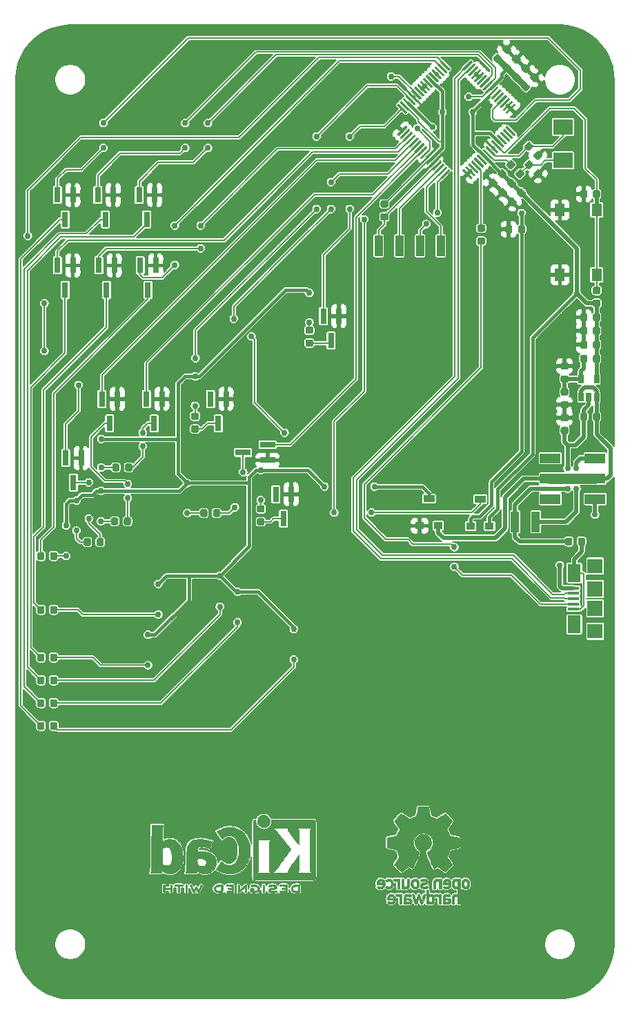
<source format=gbr>
G04 #@! TF.GenerationSoftware,KiCad,Pcbnew,5.1.5-52549c5~84~ubuntu18.04.1*
G04 #@! TF.CreationDate,2020-02-27T22:09:58-03:00*
G04 #@! TF.ProjectId,aquarius,61717561-7269-4757-932e-6b696361645f,0.0.0*
G04 #@! TF.SameCoordinates,Original*
G04 #@! TF.FileFunction,Copper,L2,Bot*
G04 #@! TF.FilePolarity,Positive*
%FSLAX46Y46*%
G04 Gerber Fmt 4.6, Leading zero omitted, Abs format (unit mm)*
G04 Created by KiCad (PCBNEW 5.1.5-52549c5~84~ubuntu18.04.1) date 2020-02-27 22:09:58*
%MOMM*%
%LPD*%
G04 APERTURE LIST*
%ADD10C,0.010000*%
%ADD11C,0.100000*%
%ADD12R,1.000000X2.510000*%
%ADD13R,1.350000X0.400000*%
%ADD14R,1.600000X2.200000*%
%ADD15R,1.900000X1.800000*%
%ADD16R,1.900000X1.900000*%
%ADD17R,0.800000X1.900000*%
%ADD18R,1.900000X0.800000*%
%ADD19R,1.100000X0.900000*%
%ADD20R,1.400000X0.900000*%
%ADD21R,2.500000X1.200000*%
%ADD22R,1.300000X1.550000*%
%ADD23R,0.650000X1.060000*%
%ADD24R,2.400000X1.900000*%
%ADD25C,0.762000*%
%ADD26C,0.203200*%
%ADD27C,0.762000*%
%ADD28C,0.381000*%
%ADD29C,0.508000*%
%ADD30C,1.270000*%
%ADD31C,0.200000*%
G04 APERTURE END LIST*
D10*
G36*
X163845465Y-129761172D02*
G01*
X163732883Y-130358363D01*
X163317469Y-130529610D01*
X162902056Y-130700857D01*
X162403698Y-130361978D01*
X162264132Y-130267622D01*
X162137972Y-130183375D01*
X162031105Y-130113083D01*
X161949418Y-130060592D01*
X161898799Y-130029749D01*
X161885014Y-130023098D01*
X161860180Y-130040203D01*
X161807112Y-130087489D01*
X161731760Y-130158917D01*
X161640071Y-130248445D01*
X161537993Y-130350034D01*
X161431474Y-130457643D01*
X161326464Y-130565232D01*
X161228909Y-130666760D01*
X161144758Y-130756186D01*
X161079960Y-130827471D01*
X161040462Y-130874573D01*
X161031020Y-130890337D01*
X161044609Y-130919398D01*
X161082707Y-130983066D01*
X161141306Y-131075112D01*
X161216403Y-131189309D01*
X161303991Y-131319429D01*
X161354746Y-131393646D01*
X161447255Y-131529167D01*
X161529460Y-131651461D01*
X161597370Y-131754440D01*
X161647000Y-131832018D01*
X161674360Y-131878106D01*
X161678471Y-131887792D01*
X161669151Y-131915319D01*
X161643746Y-131979473D01*
X161606089Y-132071235D01*
X161560014Y-132181584D01*
X161509354Y-132301500D01*
X161457941Y-132421964D01*
X161409611Y-132533954D01*
X161368194Y-132628452D01*
X161337526Y-132696437D01*
X161321438Y-132728888D01*
X161320489Y-132730165D01*
X161295228Y-132736362D01*
X161227954Y-132750185D01*
X161125640Y-132770277D01*
X160995259Y-132795279D01*
X160843784Y-132823831D01*
X160755406Y-132840296D01*
X160593548Y-132871114D01*
X160447351Y-132900439D01*
X160324213Y-132926666D01*
X160231531Y-132948191D01*
X160176699Y-132963410D01*
X160165677Y-132968238D01*
X160154881Y-133000919D01*
X160146171Y-133074730D01*
X160139540Y-133181037D01*
X160134982Y-133311212D01*
X160132491Y-133456621D01*
X160132062Y-133608635D01*
X160133689Y-133758622D01*
X160137365Y-133897951D01*
X160143085Y-134017990D01*
X160150842Y-134110110D01*
X160160632Y-134165677D01*
X160166504Y-134177245D01*
X160201601Y-134191110D01*
X160275972Y-134210933D01*
X160379777Y-134234384D01*
X160503181Y-134259136D01*
X160546259Y-134267143D01*
X160753953Y-134305186D01*
X160918016Y-134335824D01*
X161043870Y-134360274D01*
X161136935Y-134379754D01*
X161202633Y-134395481D01*
X161246383Y-134408673D01*
X161273608Y-134420549D01*
X161289728Y-134432325D01*
X161291983Y-134434653D01*
X161314497Y-134472145D01*
X161348842Y-134545110D01*
X161391589Y-134644612D01*
X161439308Y-134761718D01*
X161488570Y-134887493D01*
X161535945Y-135013002D01*
X161578005Y-135129310D01*
X161611320Y-135227484D01*
X161632459Y-135298588D01*
X161637995Y-135333687D01*
X161637534Y-135334917D01*
X161618777Y-135363606D01*
X161576224Y-135426730D01*
X161514347Y-135517718D01*
X161437618Y-135630000D01*
X161350509Y-135757005D01*
X161325701Y-135793098D01*
X161237247Y-135923948D01*
X161159412Y-136043336D01*
X161096434Y-136144407D01*
X161052555Y-136220304D01*
X161032015Y-136264172D01*
X161031020Y-136269562D01*
X161048278Y-136297889D01*
X161095964Y-136354006D01*
X161167950Y-136431882D01*
X161258103Y-136525485D01*
X161360295Y-136628786D01*
X161468394Y-136735751D01*
X161576272Y-136840351D01*
X161677796Y-136936554D01*
X161766838Y-137018329D01*
X161837267Y-137079645D01*
X161882953Y-137114471D01*
X161895591Y-137120157D01*
X161925009Y-137106765D01*
X161985239Y-137070644D01*
X162066470Y-137017881D01*
X162128970Y-136975412D01*
X162242215Y-136897485D01*
X162376326Y-136805729D01*
X162510845Y-136714120D01*
X162583167Y-136665091D01*
X162827962Y-136499515D01*
X163033449Y-136610620D01*
X163127064Y-136659293D01*
X163206670Y-136697126D01*
X163260533Y-136718703D01*
X163274243Y-136721706D01*
X163290730Y-136699538D01*
X163323255Y-136636894D01*
X163369391Y-136539554D01*
X163426710Y-136413294D01*
X163492784Y-136263895D01*
X163565185Y-136097133D01*
X163641484Y-135918787D01*
X163719254Y-135734636D01*
X163796066Y-135550457D01*
X163869494Y-135372030D01*
X163937108Y-135205132D01*
X163996480Y-135055542D01*
X164045184Y-134929038D01*
X164080790Y-134831399D01*
X164100870Y-134768402D01*
X164104100Y-134746766D01*
X164078504Y-134719169D01*
X164022461Y-134674370D01*
X163947689Y-134621679D01*
X163941413Y-134617510D01*
X163748155Y-134462814D01*
X163592326Y-134282336D01*
X163475276Y-134081847D01*
X163398355Y-133867119D01*
X163362914Y-133643922D01*
X163370303Y-133418026D01*
X163421873Y-133195204D01*
X163518974Y-132981224D01*
X163547542Y-132934409D01*
X163696132Y-132745363D01*
X163871673Y-132593557D01*
X164068090Y-132479779D01*
X164279307Y-132404820D01*
X164499247Y-132369467D01*
X164721837Y-132374512D01*
X164940999Y-132420744D01*
X165150658Y-132508951D01*
X165344739Y-132639924D01*
X165404774Y-132693082D01*
X165557565Y-132859484D01*
X165668903Y-133034657D01*
X165745277Y-133231011D01*
X165787813Y-133425462D01*
X165798314Y-133644087D01*
X165763299Y-133863797D01*
X165686327Y-134077165D01*
X165570953Y-134276767D01*
X165420734Y-134455174D01*
X165239227Y-134604962D01*
X165215373Y-134620751D01*
X165139799Y-134672457D01*
X165082349Y-134717257D01*
X165054883Y-134745862D01*
X165054483Y-134746766D01*
X165060380Y-134777709D01*
X165083755Y-134847936D01*
X165122179Y-134951670D01*
X165173223Y-135083135D01*
X165234458Y-135236552D01*
X165303456Y-135406146D01*
X165377786Y-135586138D01*
X165455022Y-135770753D01*
X165532732Y-135954213D01*
X165608489Y-136130741D01*
X165679863Y-136294559D01*
X165744426Y-136439892D01*
X165799748Y-136560962D01*
X165843400Y-136651992D01*
X165872954Y-136707205D01*
X165884856Y-136721706D01*
X165921223Y-136710414D01*
X165989270Y-136680130D01*
X166077263Y-136636265D01*
X166125649Y-136610620D01*
X166331137Y-136499515D01*
X166575932Y-136665091D01*
X166700894Y-136749915D01*
X166837705Y-136843261D01*
X166965911Y-136931153D01*
X167030129Y-136975412D01*
X167120449Y-137036063D01*
X167196929Y-137084126D01*
X167249593Y-137113515D01*
X167266698Y-137119727D01*
X167291595Y-137102968D01*
X167346695Y-137056181D01*
X167426657Y-136984225D01*
X167526139Y-136891957D01*
X167639800Y-136784235D01*
X167711685Y-136715071D01*
X167837449Y-136591502D01*
X167946137Y-136480979D01*
X168033355Y-136388230D01*
X168094711Y-136317982D01*
X168125809Y-136274965D01*
X168128792Y-136266235D01*
X168114947Y-136233029D01*
X168076688Y-136165887D01*
X168018258Y-136071608D01*
X167943903Y-135956990D01*
X167857865Y-135828828D01*
X167833397Y-135793098D01*
X167744245Y-135663234D01*
X167664262Y-135546314D01*
X167597920Y-135448907D01*
X167549689Y-135377584D01*
X167524043Y-135338915D01*
X167521565Y-135334917D01*
X167525271Y-135304100D01*
X167544939Y-135236344D01*
X167577140Y-135140584D01*
X167618445Y-135025754D01*
X167665425Y-134900789D01*
X167714651Y-134774624D01*
X167762692Y-134656193D01*
X167806119Y-134554430D01*
X167841504Y-134478271D01*
X167865416Y-134436649D01*
X167867116Y-134434653D01*
X167881738Y-134422758D01*
X167906435Y-134410995D01*
X167946628Y-134398146D01*
X168007737Y-134382994D01*
X168095183Y-134364321D01*
X168214388Y-134340910D01*
X168370773Y-134311542D01*
X168569757Y-134275000D01*
X168612840Y-134267143D01*
X168740529Y-134242472D01*
X168851847Y-134218338D01*
X168936955Y-134197069D01*
X168986017Y-134180993D01*
X168992595Y-134177245D01*
X169003436Y-134144018D01*
X169012247Y-134069766D01*
X169019024Y-133963121D01*
X169023760Y-133832712D01*
X169026450Y-133687172D01*
X169027087Y-133535131D01*
X169025666Y-133385221D01*
X169022180Y-133246073D01*
X169016624Y-133126317D01*
X169008992Y-133034586D01*
X168999278Y-132979511D01*
X168993422Y-132968238D01*
X168960820Y-132956868D01*
X168886582Y-132938369D01*
X168778104Y-132914347D01*
X168642783Y-132886407D01*
X168488015Y-132856153D01*
X168403692Y-132840296D01*
X168243704Y-132810389D01*
X168101033Y-132783295D01*
X167982652Y-132760376D01*
X167895535Y-132742988D01*
X167846655Y-132732492D01*
X167838610Y-132730165D01*
X167825013Y-132703931D01*
X167796271Y-132640740D01*
X167756215Y-132549622D01*
X167708676Y-132439602D01*
X167657485Y-132319710D01*
X167606474Y-132198972D01*
X167559474Y-132086416D01*
X167520316Y-131991071D01*
X167492831Y-131921962D01*
X167480851Y-131888119D01*
X167480628Y-131886640D01*
X167494209Y-131859942D01*
X167532285Y-131798505D01*
X167590853Y-131708434D01*
X167665912Y-131595835D01*
X167753460Y-131466815D01*
X167804353Y-131392706D01*
X167897091Y-131256822D01*
X167979459Y-131133454D01*
X168047439Y-131028842D01*
X168097012Y-130949228D01*
X168124158Y-130900852D01*
X168128079Y-130890007D01*
X168111225Y-130864765D01*
X168064632Y-130810869D01*
X167994251Y-130734358D01*
X167906035Y-130641268D01*
X167805935Y-130537640D01*
X167699902Y-130429509D01*
X167593889Y-130322915D01*
X167493848Y-130223895D01*
X167405730Y-130138487D01*
X167335487Y-130072730D01*
X167289072Y-130032661D01*
X167273544Y-130023098D01*
X167248261Y-130036545D01*
X167187789Y-130074320D01*
X167098008Y-130132580D01*
X166984797Y-130207479D01*
X166854036Y-130295170D01*
X166755400Y-130361978D01*
X166257043Y-130700857D01*
X165841629Y-130529610D01*
X165426216Y-130358363D01*
X165313634Y-129761172D01*
X165201051Y-129163980D01*
X163958048Y-129163980D01*
X163845465Y-129761172D01*
G37*
X163845465Y-129761172D02*
X163732883Y-130358363D01*
X163317469Y-130529610D01*
X162902056Y-130700857D01*
X162403698Y-130361978D01*
X162264132Y-130267622D01*
X162137972Y-130183375D01*
X162031105Y-130113083D01*
X161949418Y-130060592D01*
X161898799Y-130029749D01*
X161885014Y-130023098D01*
X161860180Y-130040203D01*
X161807112Y-130087489D01*
X161731760Y-130158917D01*
X161640071Y-130248445D01*
X161537993Y-130350034D01*
X161431474Y-130457643D01*
X161326464Y-130565232D01*
X161228909Y-130666760D01*
X161144758Y-130756186D01*
X161079960Y-130827471D01*
X161040462Y-130874573D01*
X161031020Y-130890337D01*
X161044609Y-130919398D01*
X161082707Y-130983066D01*
X161141306Y-131075112D01*
X161216403Y-131189309D01*
X161303991Y-131319429D01*
X161354746Y-131393646D01*
X161447255Y-131529167D01*
X161529460Y-131651461D01*
X161597370Y-131754440D01*
X161647000Y-131832018D01*
X161674360Y-131878106D01*
X161678471Y-131887792D01*
X161669151Y-131915319D01*
X161643746Y-131979473D01*
X161606089Y-132071235D01*
X161560014Y-132181584D01*
X161509354Y-132301500D01*
X161457941Y-132421964D01*
X161409611Y-132533954D01*
X161368194Y-132628452D01*
X161337526Y-132696437D01*
X161321438Y-132728888D01*
X161320489Y-132730165D01*
X161295228Y-132736362D01*
X161227954Y-132750185D01*
X161125640Y-132770277D01*
X160995259Y-132795279D01*
X160843784Y-132823831D01*
X160755406Y-132840296D01*
X160593548Y-132871114D01*
X160447351Y-132900439D01*
X160324213Y-132926666D01*
X160231531Y-132948191D01*
X160176699Y-132963410D01*
X160165677Y-132968238D01*
X160154881Y-133000919D01*
X160146171Y-133074730D01*
X160139540Y-133181037D01*
X160134982Y-133311212D01*
X160132491Y-133456621D01*
X160132062Y-133608635D01*
X160133689Y-133758622D01*
X160137365Y-133897951D01*
X160143085Y-134017990D01*
X160150842Y-134110110D01*
X160160632Y-134165677D01*
X160166504Y-134177245D01*
X160201601Y-134191110D01*
X160275972Y-134210933D01*
X160379777Y-134234384D01*
X160503181Y-134259136D01*
X160546259Y-134267143D01*
X160753953Y-134305186D01*
X160918016Y-134335824D01*
X161043870Y-134360274D01*
X161136935Y-134379754D01*
X161202633Y-134395481D01*
X161246383Y-134408673D01*
X161273608Y-134420549D01*
X161289728Y-134432325D01*
X161291983Y-134434653D01*
X161314497Y-134472145D01*
X161348842Y-134545110D01*
X161391589Y-134644612D01*
X161439308Y-134761718D01*
X161488570Y-134887493D01*
X161535945Y-135013002D01*
X161578005Y-135129310D01*
X161611320Y-135227484D01*
X161632459Y-135298588D01*
X161637995Y-135333687D01*
X161637534Y-135334917D01*
X161618777Y-135363606D01*
X161576224Y-135426730D01*
X161514347Y-135517718D01*
X161437618Y-135630000D01*
X161350509Y-135757005D01*
X161325701Y-135793098D01*
X161237247Y-135923948D01*
X161159412Y-136043336D01*
X161096434Y-136144407D01*
X161052555Y-136220304D01*
X161032015Y-136264172D01*
X161031020Y-136269562D01*
X161048278Y-136297889D01*
X161095964Y-136354006D01*
X161167950Y-136431882D01*
X161258103Y-136525485D01*
X161360295Y-136628786D01*
X161468394Y-136735751D01*
X161576272Y-136840351D01*
X161677796Y-136936554D01*
X161766838Y-137018329D01*
X161837267Y-137079645D01*
X161882953Y-137114471D01*
X161895591Y-137120157D01*
X161925009Y-137106765D01*
X161985239Y-137070644D01*
X162066470Y-137017881D01*
X162128970Y-136975412D01*
X162242215Y-136897485D01*
X162376326Y-136805729D01*
X162510845Y-136714120D01*
X162583167Y-136665091D01*
X162827962Y-136499515D01*
X163033449Y-136610620D01*
X163127064Y-136659293D01*
X163206670Y-136697126D01*
X163260533Y-136718703D01*
X163274243Y-136721706D01*
X163290730Y-136699538D01*
X163323255Y-136636894D01*
X163369391Y-136539554D01*
X163426710Y-136413294D01*
X163492784Y-136263895D01*
X163565185Y-136097133D01*
X163641484Y-135918787D01*
X163719254Y-135734636D01*
X163796066Y-135550457D01*
X163869494Y-135372030D01*
X163937108Y-135205132D01*
X163996480Y-135055542D01*
X164045184Y-134929038D01*
X164080790Y-134831399D01*
X164100870Y-134768402D01*
X164104100Y-134746766D01*
X164078504Y-134719169D01*
X164022461Y-134674370D01*
X163947689Y-134621679D01*
X163941413Y-134617510D01*
X163748155Y-134462814D01*
X163592326Y-134282336D01*
X163475276Y-134081847D01*
X163398355Y-133867119D01*
X163362914Y-133643922D01*
X163370303Y-133418026D01*
X163421873Y-133195204D01*
X163518974Y-132981224D01*
X163547542Y-132934409D01*
X163696132Y-132745363D01*
X163871673Y-132593557D01*
X164068090Y-132479779D01*
X164279307Y-132404820D01*
X164499247Y-132369467D01*
X164721837Y-132374512D01*
X164940999Y-132420744D01*
X165150658Y-132508951D01*
X165344739Y-132639924D01*
X165404774Y-132693082D01*
X165557565Y-132859484D01*
X165668903Y-133034657D01*
X165745277Y-133231011D01*
X165787813Y-133425462D01*
X165798314Y-133644087D01*
X165763299Y-133863797D01*
X165686327Y-134077165D01*
X165570953Y-134276767D01*
X165420734Y-134455174D01*
X165239227Y-134604962D01*
X165215373Y-134620751D01*
X165139799Y-134672457D01*
X165082349Y-134717257D01*
X165054883Y-134745862D01*
X165054483Y-134746766D01*
X165060380Y-134777709D01*
X165083755Y-134847936D01*
X165122179Y-134951670D01*
X165173223Y-135083135D01*
X165234458Y-135236552D01*
X165303456Y-135406146D01*
X165377786Y-135586138D01*
X165455022Y-135770753D01*
X165532732Y-135954213D01*
X165608489Y-136130741D01*
X165679863Y-136294559D01*
X165744426Y-136439892D01*
X165799748Y-136560962D01*
X165843400Y-136651992D01*
X165872954Y-136707205D01*
X165884856Y-136721706D01*
X165921223Y-136710414D01*
X165989270Y-136680130D01*
X166077263Y-136636265D01*
X166125649Y-136610620D01*
X166331137Y-136499515D01*
X166575932Y-136665091D01*
X166700894Y-136749915D01*
X166837705Y-136843261D01*
X166965911Y-136931153D01*
X167030129Y-136975412D01*
X167120449Y-137036063D01*
X167196929Y-137084126D01*
X167249593Y-137113515D01*
X167266698Y-137119727D01*
X167291595Y-137102968D01*
X167346695Y-137056181D01*
X167426657Y-136984225D01*
X167526139Y-136891957D01*
X167639800Y-136784235D01*
X167711685Y-136715071D01*
X167837449Y-136591502D01*
X167946137Y-136480979D01*
X168033355Y-136388230D01*
X168094711Y-136317982D01*
X168125809Y-136274965D01*
X168128792Y-136266235D01*
X168114947Y-136233029D01*
X168076688Y-136165887D01*
X168018258Y-136071608D01*
X167943903Y-135956990D01*
X167857865Y-135828828D01*
X167833397Y-135793098D01*
X167744245Y-135663234D01*
X167664262Y-135546314D01*
X167597920Y-135448907D01*
X167549689Y-135377584D01*
X167524043Y-135338915D01*
X167521565Y-135334917D01*
X167525271Y-135304100D01*
X167544939Y-135236344D01*
X167577140Y-135140584D01*
X167618445Y-135025754D01*
X167665425Y-134900789D01*
X167714651Y-134774624D01*
X167762692Y-134656193D01*
X167806119Y-134554430D01*
X167841504Y-134478271D01*
X167865416Y-134436649D01*
X167867116Y-134434653D01*
X167881738Y-134422758D01*
X167906435Y-134410995D01*
X167946628Y-134398146D01*
X168007737Y-134382994D01*
X168095183Y-134364321D01*
X168214388Y-134340910D01*
X168370773Y-134311542D01*
X168569757Y-134275000D01*
X168612840Y-134267143D01*
X168740529Y-134242472D01*
X168851847Y-134218338D01*
X168936955Y-134197069D01*
X168986017Y-134180993D01*
X168992595Y-134177245D01*
X169003436Y-134144018D01*
X169012247Y-134069766D01*
X169019024Y-133963121D01*
X169023760Y-133832712D01*
X169026450Y-133687172D01*
X169027087Y-133535131D01*
X169025666Y-133385221D01*
X169022180Y-133246073D01*
X169016624Y-133126317D01*
X169008992Y-133034586D01*
X168999278Y-132979511D01*
X168993422Y-132968238D01*
X168960820Y-132956868D01*
X168886582Y-132938369D01*
X168778104Y-132914347D01*
X168642783Y-132886407D01*
X168488015Y-132856153D01*
X168403692Y-132840296D01*
X168243704Y-132810389D01*
X168101033Y-132783295D01*
X167982652Y-132760376D01*
X167895535Y-132742988D01*
X167846655Y-132732492D01*
X167838610Y-132730165D01*
X167825013Y-132703931D01*
X167796271Y-132640740D01*
X167756215Y-132549622D01*
X167708676Y-132439602D01*
X167657485Y-132319710D01*
X167606474Y-132198972D01*
X167559474Y-132086416D01*
X167520316Y-131991071D01*
X167492831Y-131921962D01*
X167480851Y-131888119D01*
X167480628Y-131886640D01*
X167494209Y-131859942D01*
X167532285Y-131798505D01*
X167590853Y-131708434D01*
X167665912Y-131595835D01*
X167753460Y-131466815D01*
X167804353Y-131392706D01*
X167897091Y-131256822D01*
X167979459Y-131133454D01*
X168047439Y-131028842D01*
X168097012Y-130949228D01*
X168124158Y-130900852D01*
X168128079Y-130890007D01*
X168111225Y-130864765D01*
X168064632Y-130810869D01*
X167994251Y-130734358D01*
X167906035Y-130641268D01*
X167805935Y-130537640D01*
X167699902Y-130429509D01*
X167593889Y-130322915D01*
X167493848Y-130223895D01*
X167405730Y-130138487D01*
X167335487Y-130072730D01*
X167289072Y-130032661D01*
X167273544Y-130023098D01*
X167248261Y-130036545D01*
X167187789Y-130074320D01*
X167098008Y-130132580D01*
X166984797Y-130207479D01*
X166854036Y-130295170D01*
X166755400Y-130361978D01*
X166257043Y-130700857D01*
X165841629Y-130529610D01*
X165426216Y-130358363D01*
X165313634Y-129761172D01*
X165201051Y-129163980D01*
X163958048Y-129163980D01*
X163845465Y-129761172D01*
G36*
X161028363Y-138015472D02*
G01*
X160942710Y-138041641D01*
X160887563Y-138074707D01*
X160869599Y-138100855D01*
X160874543Y-138131852D01*
X160906628Y-138180547D01*
X160933757Y-138215035D01*
X160989683Y-138277383D01*
X161031701Y-138303615D01*
X161067520Y-138301903D01*
X161173776Y-138274863D01*
X161251811Y-138276091D01*
X161315180Y-138306735D01*
X161336454Y-138324670D01*
X161404549Y-138387779D01*
X161404549Y-139211922D01*
X161678471Y-139211922D01*
X161678471Y-138016628D01*
X161541510Y-138016628D01*
X161459281Y-138019879D01*
X161416856Y-138031426D01*
X161404555Y-138053952D01*
X161404549Y-138054620D01*
X161398740Y-138078215D01*
X161372469Y-138075138D01*
X161336069Y-138058115D01*
X161260889Y-138026439D01*
X161199842Y-138007381D01*
X161121292Y-138002496D01*
X161028363Y-138015472D01*
G37*
X161028363Y-138015472D02*
X160942710Y-138041641D01*
X160887563Y-138074707D01*
X160869599Y-138100855D01*
X160874543Y-138131852D01*
X160906628Y-138180547D01*
X160933757Y-138215035D01*
X160989683Y-138277383D01*
X161031701Y-138303615D01*
X161067520Y-138301903D01*
X161173776Y-138274863D01*
X161251811Y-138276091D01*
X161315180Y-138306735D01*
X161336454Y-138324670D01*
X161404549Y-138387779D01*
X161404549Y-139211922D01*
X161678471Y-139211922D01*
X161678471Y-138016628D01*
X161541510Y-138016628D01*
X161459281Y-138019879D01*
X161416856Y-138031426D01*
X161404555Y-138053952D01*
X161404549Y-138054620D01*
X161398740Y-138078215D01*
X161372469Y-138075138D01*
X161336069Y-138058115D01*
X161260889Y-138026439D01*
X161199842Y-138007381D01*
X161121292Y-138002496D01*
X161028363Y-138015472D01*
G36*
X166085240Y-138037199D02*
G01*
X166023264Y-138066802D01*
X165963241Y-138109561D01*
X165917514Y-138158775D01*
X165884207Y-138221544D01*
X165861445Y-138304971D01*
X165847353Y-138416159D01*
X165840058Y-138562209D01*
X165837682Y-138750223D01*
X165837645Y-138769912D01*
X165837098Y-139211922D01*
X166111020Y-139211922D01*
X166111020Y-138804435D01*
X166111215Y-138653471D01*
X166112564Y-138544056D01*
X166116212Y-138467933D01*
X166123304Y-138416848D01*
X166134987Y-138382545D01*
X166152406Y-138356768D01*
X166176671Y-138331298D01*
X166261565Y-138276571D01*
X166354239Y-138266416D01*
X166442527Y-138301017D01*
X166473230Y-138326770D01*
X166495771Y-138350982D01*
X166511954Y-138376912D01*
X166522832Y-138412708D01*
X166529458Y-138466519D01*
X166532885Y-138546493D01*
X166534166Y-138660779D01*
X166534353Y-138799907D01*
X166534353Y-139211922D01*
X166808275Y-139211922D01*
X166808275Y-138016628D01*
X166671314Y-138016628D01*
X166589084Y-138019879D01*
X166546660Y-138031426D01*
X166534359Y-138053952D01*
X166534353Y-138054620D01*
X166528646Y-138076681D01*
X166503473Y-138074177D01*
X166453422Y-138049937D01*
X166339906Y-138014271D01*
X166210055Y-138010305D01*
X166085240Y-138037199D01*
G37*
X166085240Y-138037199D02*
X166023264Y-138066802D01*
X165963241Y-138109561D01*
X165917514Y-138158775D01*
X165884207Y-138221544D01*
X165861445Y-138304971D01*
X165847353Y-138416159D01*
X165840058Y-138562209D01*
X165837682Y-138750223D01*
X165837645Y-138769912D01*
X165837098Y-139211922D01*
X166111020Y-139211922D01*
X166111020Y-138804435D01*
X166111215Y-138653471D01*
X166112564Y-138544056D01*
X166116212Y-138467933D01*
X166123304Y-138416848D01*
X166134987Y-138382545D01*
X166152406Y-138356768D01*
X166176671Y-138331298D01*
X166261565Y-138276571D01*
X166354239Y-138266416D01*
X166442527Y-138301017D01*
X166473230Y-138326770D01*
X166495771Y-138350982D01*
X166511954Y-138376912D01*
X166522832Y-138412708D01*
X166529458Y-138466519D01*
X166532885Y-138546493D01*
X166534166Y-138660779D01*
X166534353Y-138799907D01*
X166534353Y-139211922D01*
X166808275Y-139211922D01*
X166808275Y-138016628D01*
X166671314Y-138016628D01*
X166589084Y-138019879D01*
X166546660Y-138031426D01*
X166534359Y-138053952D01*
X166534353Y-138054620D01*
X166528646Y-138076681D01*
X166503473Y-138074177D01*
X166453422Y-138049937D01*
X166339906Y-138014271D01*
X166210055Y-138010305D01*
X166085240Y-138037199D01*
G36*
X159288713Y-138012355D02*
G01*
X159224949Y-138027845D01*
X159102700Y-138084569D01*
X158998166Y-138171202D01*
X158925820Y-138275074D01*
X158915881Y-138298396D01*
X158902246Y-138359484D01*
X158892702Y-138449853D01*
X158889451Y-138541190D01*
X158889451Y-138713882D01*
X159250530Y-138713882D01*
X159399454Y-138714445D01*
X159504368Y-138717864D01*
X159571063Y-138726731D01*
X159605334Y-138743641D01*
X159612972Y-138771189D01*
X159599771Y-138811968D01*
X159576123Y-138859683D01*
X159510157Y-138939314D01*
X159418488Y-138978987D01*
X159306445Y-138977695D01*
X159179528Y-138934514D01*
X159069842Y-138881224D01*
X158978827Y-138953191D01*
X158887812Y-139025157D01*
X158973437Y-139104269D01*
X159087750Y-139179017D01*
X159228334Y-139224084D01*
X159379551Y-139236696D01*
X159525764Y-139214079D01*
X159549353Y-139206405D01*
X159677859Y-139139296D01*
X159773449Y-139039247D01*
X159838139Y-138903271D01*
X159873943Y-138728380D01*
X159874360Y-138724632D01*
X159877566Y-138534032D01*
X159864607Y-138466035D01*
X159611608Y-138466035D01*
X159588373Y-138476491D01*
X159525290Y-138484500D01*
X159432294Y-138489073D01*
X159373362Y-138489765D01*
X159263463Y-138489332D01*
X159194748Y-138486578D01*
X159158595Y-138479321D01*
X159146385Y-138465376D01*
X159149496Y-138442562D01*
X159152106Y-138433735D01*
X159196656Y-138350800D01*
X159266721Y-138283960D01*
X159328554Y-138254589D01*
X159410699Y-138256362D01*
X159493938Y-138292990D01*
X159563762Y-138353634D01*
X159605663Y-138427456D01*
X159611608Y-138466035D01*
X159864607Y-138466035D01*
X159845615Y-138366395D01*
X159782227Y-138225711D01*
X159691122Y-138115974D01*
X159576022Y-138041174D01*
X159440645Y-138005304D01*
X159288713Y-138012355D01*
G37*
X159288713Y-138012355D02*
X159224949Y-138027845D01*
X159102700Y-138084569D01*
X158998166Y-138171202D01*
X158925820Y-138275074D01*
X158915881Y-138298396D01*
X158902246Y-138359484D01*
X158892702Y-138449853D01*
X158889451Y-138541190D01*
X158889451Y-138713882D01*
X159250530Y-138713882D01*
X159399454Y-138714445D01*
X159504368Y-138717864D01*
X159571063Y-138726731D01*
X159605334Y-138743641D01*
X159612972Y-138771189D01*
X159599771Y-138811968D01*
X159576123Y-138859683D01*
X159510157Y-138939314D01*
X159418488Y-138978987D01*
X159306445Y-138977695D01*
X159179528Y-138934514D01*
X159069842Y-138881224D01*
X158978827Y-138953191D01*
X158887812Y-139025157D01*
X158973437Y-139104269D01*
X159087750Y-139179017D01*
X159228334Y-139224084D01*
X159379551Y-139236696D01*
X159525764Y-139214079D01*
X159549353Y-139206405D01*
X159677859Y-139139296D01*
X159773449Y-139039247D01*
X159838139Y-138903271D01*
X159873943Y-138728380D01*
X159874360Y-138724632D01*
X159877566Y-138534032D01*
X159864607Y-138466035D01*
X159611608Y-138466035D01*
X159588373Y-138476491D01*
X159525290Y-138484500D01*
X159432294Y-138489073D01*
X159373362Y-138489765D01*
X159263463Y-138489332D01*
X159194748Y-138486578D01*
X159158595Y-138479321D01*
X159146385Y-138465376D01*
X159149496Y-138442562D01*
X159152106Y-138433735D01*
X159196656Y-138350800D01*
X159266721Y-138283960D01*
X159328554Y-138254589D01*
X159410699Y-138256362D01*
X159493938Y-138292990D01*
X159563762Y-138353634D01*
X159605663Y-138427456D01*
X159611608Y-138466035D01*
X159864607Y-138466035D01*
X159845615Y-138366395D01*
X159782227Y-138225711D01*
X159691122Y-138115974D01*
X159576022Y-138041174D01*
X159440645Y-138005304D01*
X159288713Y-138012355D01*
G36*
X160201024Y-138027056D02*
G01*
X160056744Y-138088348D01*
X160011301Y-138118185D01*
X159953221Y-138164036D01*
X159916762Y-138200089D01*
X159910432Y-138211832D01*
X159928307Y-138237889D01*
X159974050Y-138282105D01*
X160010672Y-138312965D01*
X160110912Y-138393520D01*
X160190065Y-138326918D01*
X160251231Y-138283921D01*
X160310871Y-138269079D01*
X160379128Y-138272704D01*
X160487518Y-138299652D01*
X160562128Y-138355587D01*
X160607470Y-138446014D01*
X160628053Y-138576435D01*
X160628058Y-138576517D01*
X160626278Y-138722290D01*
X160598613Y-138829245D01*
X160543429Y-138902064D01*
X160505808Y-138926723D01*
X160405895Y-138957431D01*
X160299178Y-138957449D01*
X160206331Y-138927655D01*
X160184353Y-138913098D01*
X160129235Y-138875914D01*
X160086141Y-138869820D01*
X160039665Y-138897496D01*
X159988284Y-138947205D01*
X159906954Y-139031116D01*
X159997251Y-139105546D01*
X160136764Y-139189549D01*
X160294088Y-139230947D01*
X160458497Y-139227950D01*
X160566469Y-139200500D01*
X160692669Y-139132620D01*
X160793599Y-139025831D01*
X160839452Y-138950451D01*
X160876590Y-138842297D01*
X160895173Y-138705318D01*
X160895316Y-138556864D01*
X160877135Y-138414281D01*
X160840745Y-138294918D01*
X160835013Y-138282680D01*
X160750135Y-138162655D01*
X160635218Y-138075267D01*
X160499341Y-138022329D01*
X160351583Y-138005654D01*
X160201024Y-138027056D01*
G37*
X160201024Y-138027056D02*
X160056744Y-138088348D01*
X160011301Y-138118185D01*
X159953221Y-138164036D01*
X159916762Y-138200089D01*
X159910432Y-138211832D01*
X159928307Y-138237889D01*
X159974050Y-138282105D01*
X160010672Y-138312965D01*
X160110912Y-138393520D01*
X160190065Y-138326918D01*
X160251231Y-138283921D01*
X160310871Y-138269079D01*
X160379128Y-138272704D01*
X160487518Y-138299652D01*
X160562128Y-138355587D01*
X160607470Y-138446014D01*
X160628053Y-138576435D01*
X160628058Y-138576517D01*
X160626278Y-138722290D01*
X160598613Y-138829245D01*
X160543429Y-138902064D01*
X160505808Y-138926723D01*
X160405895Y-138957431D01*
X160299178Y-138957449D01*
X160206331Y-138927655D01*
X160184353Y-138913098D01*
X160129235Y-138875914D01*
X160086141Y-138869820D01*
X160039665Y-138897496D01*
X159988284Y-138947205D01*
X159906954Y-139031116D01*
X159997251Y-139105546D01*
X160136764Y-139189549D01*
X160294088Y-139230947D01*
X160458497Y-139227950D01*
X160566469Y-139200500D01*
X160692669Y-139132620D01*
X160793599Y-139025831D01*
X160839452Y-138950451D01*
X160876590Y-138842297D01*
X160895173Y-138705318D01*
X160895316Y-138556864D01*
X160877135Y-138414281D01*
X160840745Y-138294918D01*
X160835013Y-138282680D01*
X160750135Y-138162655D01*
X160635218Y-138075267D01*
X160499341Y-138022329D01*
X160351583Y-138005654D01*
X160201024Y-138027056D01*
G36*
X162624746Y-138404245D02*
G01*
X162622392Y-138586879D01*
X162613793Y-138725600D01*
X162596640Y-138826147D01*
X162568626Y-138894254D01*
X162527443Y-138935659D01*
X162470783Y-138956097D01*
X162400628Y-138961318D01*
X162327152Y-138955468D01*
X162271343Y-138934093D01*
X162230891Y-138891458D01*
X162203491Y-138821825D01*
X162186833Y-138719460D01*
X162178611Y-138578624D01*
X162176510Y-138404245D01*
X162176510Y-138016628D01*
X161902589Y-138016628D01*
X161902589Y-139211922D01*
X162039549Y-139211922D01*
X162122116Y-139208576D01*
X162164632Y-139196826D01*
X162176510Y-139174520D01*
X162183664Y-139154654D01*
X162212135Y-139158857D01*
X162269524Y-139186971D01*
X162401055Y-139230342D01*
X162540562Y-139227270D01*
X162674235Y-139180174D01*
X162737892Y-139142971D01*
X162786447Y-139102691D01*
X162821919Y-139052291D01*
X162846326Y-138984729D01*
X162861687Y-138892965D01*
X162870018Y-138769955D01*
X162873338Y-138608659D01*
X162873765Y-138483928D01*
X162873765Y-138016628D01*
X162624746Y-138016628D01*
X162624746Y-138404245D01*
G37*
X162624746Y-138404245D02*
X162622392Y-138586879D01*
X162613793Y-138725600D01*
X162596640Y-138826147D01*
X162568626Y-138894254D01*
X162527443Y-138935659D01*
X162470783Y-138956097D01*
X162400628Y-138961318D01*
X162327152Y-138955468D01*
X162271343Y-138934093D01*
X162230891Y-138891458D01*
X162203491Y-138821825D01*
X162186833Y-138719460D01*
X162178611Y-138578624D01*
X162176510Y-138404245D01*
X162176510Y-138016628D01*
X161902589Y-138016628D01*
X161902589Y-139211922D01*
X162039549Y-139211922D01*
X162122116Y-139208576D01*
X162164632Y-139196826D01*
X162176510Y-139174520D01*
X162183664Y-139154654D01*
X162212135Y-139158857D01*
X162269524Y-139186971D01*
X162401055Y-139230342D01*
X162540562Y-139227270D01*
X162674235Y-139180174D01*
X162737892Y-139142971D01*
X162786447Y-139102691D01*
X162821919Y-139052291D01*
X162846326Y-138984729D01*
X162861687Y-138892965D01*
X162870018Y-138769955D01*
X162873338Y-138608659D01*
X162873765Y-138483928D01*
X162873765Y-138016628D01*
X162624746Y-138016628D01*
X162624746Y-138404245D01*
G36*
X163382453Y-138031364D02*
G01*
X163256498Y-138099959D01*
X163157953Y-138208245D01*
X163111522Y-138296315D01*
X163091588Y-138374101D01*
X163078672Y-138484993D01*
X163073137Y-138612738D01*
X163075346Y-138741084D01*
X163085663Y-138853779D01*
X163097714Y-138913969D01*
X163138366Y-138996311D01*
X163208770Y-139083770D01*
X163293618Y-139160251D01*
X163377603Y-139209655D01*
X163379651Y-139210439D01*
X163483866Y-139232027D01*
X163607373Y-139232562D01*
X163724739Y-139212908D01*
X163770058Y-139197155D01*
X163886780Y-139130966D01*
X163970376Y-139044246D01*
X164025299Y-138929438D01*
X164056005Y-138778982D01*
X164062953Y-138700173D01*
X164062067Y-138601145D01*
X163795138Y-138601145D01*
X163786146Y-138745645D01*
X163760264Y-138855760D01*
X163719132Y-138926116D01*
X163689828Y-138946235D01*
X163614749Y-138960265D01*
X163525506Y-138956111D01*
X163448350Y-138935922D01*
X163428117Y-138924815D01*
X163374735Y-138860123D01*
X163339500Y-138761119D01*
X163324502Y-138640632D01*
X163331828Y-138511494D01*
X163348201Y-138433775D01*
X163395210Y-138343771D01*
X163469418Y-138287509D01*
X163558791Y-138268057D01*
X163651293Y-138288481D01*
X163722347Y-138338437D01*
X163759688Y-138379655D01*
X163781482Y-138420281D01*
X163791870Y-138475264D01*
X163794994Y-138559549D01*
X163795138Y-138601145D01*
X164062067Y-138601145D01*
X164061070Y-138489874D01*
X164026820Y-138317423D01*
X163960198Y-138182814D01*
X163861201Y-138086040D01*
X163729825Y-138027094D01*
X163701615Y-138020259D01*
X163532074Y-138004213D01*
X163382453Y-138031364D01*
G37*
X163382453Y-138031364D02*
X163256498Y-138099959D01*
X163157953Y-138208245D01*
X163111522Y-138296315D01*
X163091588Y-138374101D01*
X163078672Y-138484993D01*
X163073137Y-138612738D01*
X163075346Y-138741084D01*
X163085663Y-138853779D01*
X163097714Y-138913969D01*
X163138366Y-138996311D01*
X163208770Y-139083770D01*
X163293618Y-139160251D01*
X163377603Y-139209655D01*
X163379651Y-139210439D01*
X163483866Y-139232027D01*
X163607373Y-139232562D01*
X163724739Y-139212908D01*
X163770058Y-139197155D01*
X163886780Y-139130966D01*
X163970376Y-139044246D01*
X164025299Y-138929438D01*
X164056005Y-138778982D01*
X164062953Y-138700173D01*
X164062067Y-138601145D01*
X163795138Y-138601145D01*
X163786146Y-138745645D01*
X163760264Y-138855760D01*
X163719132Y-138926116D01*
X163689828Y-138946235D01*
X163614749Y-138960265D01*
X163525506Y-138956111D01*
X163448350Y-138935922D01*
X163428117Y-138924815D01*
X163374735Y-138860123D01*
X163339500Y-138761119D01*
X163324502Y-138640632D01*
X163331828Y-138511494D01*
X163348201Y-138433775D01*
X163395210Y-138343771D01*
X163469418Y-138287509D01*
X163558791Y-138268057D01*
X163651293Y-138288481D01*
X163722347Y-138338437D01*
X163759688Y-138379655D01*
X163781482Y-138420281D01*
X163791870Y-138475264D01*
X163794994Y-138559549D01*
X163795138Y-138601145D01*
X164062067Y-138601145D01*
X164061070Y-138489874D01*
X164026820Y-138317423D01*
X163960198Y-138182814D01*
X163861201Y-138086040D01*
X163729825Y-138027094D01*
X163701615Y-138020259D01*
X163532074Y-138004213D01*
X163382453Y-138031364D01*
G36*
X164564241Y-138012345D02*
G01*
X164469941Y-138030229D01*
X164372110Y-138067633D01*
X164361657Y-138072402D01*
X164287469Y-138111412D01*
X164236090Y-138147664D01*
X164219483Y-138170887D01*
X164235298Y-138208761D01*
X164273712Y-138264644D01*
X164290763Y-138285505D01*
X164361031Y-138367618D01*
X164451621Y-138314168D01*
X164537836Y-138278561D01*
X164637451Y-138259529D01*
X164732981Y-138258326D01*
X164806939Y-138276210D01*
X164824688Y-138287373D01*
X164858488Y-138338553D01*
X164862596Y-138397509D01*
X164837304Y-138443567D01*
X164822344Y-138452499D01*
X164777514Y-138463592D01*
X164698714Y-138476630D01*
X164601574Y-138489088D01*
X164583654Y-138491042D01*
X164427635Y-138518030D01*
X164314477Y-138563873D01*
X164239431Y-138632803D01*
X164197747Y-138729054D01*
X164184762Y-138846617D01*
X164202701Y-138980254D01*
X164260950Y-139085195D01*
X164359745Y-139161630D01*
X164499318Y-139209748D01*
X164654255Y-139228732D01*
X164780602Y-139228504D01*
X164883087Y-139211262D01*
X164953079Y-139187457D01*
X165041517Y-139145978D01*
X165123246Y-139097842D01*
X165152295Y-139076655D01*
X165227000Y-139015676D01*
X165136902Y-138924508D01*
X165046804Y-138833339D01*
X164944368Y-138901128D01*
X164841626Y-138952042D01*
X164731913Y-138978673D01*
X164626449Y-138981483D01*
X164536454Y-138960935D01*
X164473146Y-138917493D01*
X164452704Y-138880838D01*
X164455771Y-138822053D01*
X164506566Y-138777099D01*
X164604952Y-138746057D01*
X164712744Y-138731710D01*
X164878635Y-138704337D01*
X165001876Y-138652693D01*
X165084114Y-138575266D01*
X165126999Y-138470544D01*
X165132940Y-138346387D01*
X165103594Y-138216702D01*
X165036691Y-138118677D01*
X164931629Y-138051866D01*
X164787810Y-138015820D01*
X164681262Y-138008754D01*
X164564241Y-138012345D01*
G37*
X164564241Y-138012345D02*
X164469941Y-138030229D01*
X164372110Y-138067633D01*
X164361657Y-138072402D01*
X164287469Y-138111412D01*
X164236090Y-138147664D01*
X164219483Y-138170887D01*
X164235298Y-138208761D01*
X164273712Y-138264644D01*
X164290763Y-138285505D01*
X164361031Y-138367618D01*
X164451621Y-138314168D01*
X164537836Y-138278561D01*
X164637451Y-138259529D01*
X164732981Y-138258326D01*
X164806939Y-138276210D01*
X164824688Y-138287373D01*
X164858488Y-138338553D01*
X164862596Y-138397509D01*
X164837304Y-138443567D01*
X164822344Y-138452499D01*
X164777514Y-138463592D01*
X164698714Y-138476630D01*
X164601574Y-138489088D01*
X164583654Y-138491042D01*
X164427635Y-138518030D01*
X164314477Y-138563873D01*
X164239431Y-138632803D01*
X164197747Y-138729054D01*
X164184762Y-138846617D01*
X164202701Y-138980254D01*
X164260950Y-139085195D01*
X164359745Y-139161630D01*
X164499318Y-139209748D01*
X164654255Y-139228732D01*
X164780602Y-139228504D01*
X164883087Y-139211262D01*
X164953079Y-139187457D01*
X165041517Y-139145978D01*
X165123246Y-139097842D01*
X165152295Y-139076655D01*
X165227000Y-139015676D01*
X165136902Y-138924508D01*
X165046804Y-138833339D01*
X164944368Y-138901128D01*
X164841626Y-138952042D01*
X164731913Y-138978673D01*
X164626449Y-138981483D01*
X164536454Y-138960935D01*
X164473146Y-138917493D01*
X164452704Y-138880838D01*
X164455771Y-138822053D01*
X164506566Y-138777099D01*
X164604952Y-138746057D01*
X164712744Y-138731710D01*
X164878635Y-138704337D01*
X165001876Y-138652693D01*
X165084114Y-138575266D01*
X165126999Y-138470544D01*
X165132940Y-138346387D01*
X165103594Y-138216702D01*
X165036691Y-138118677D01*
X164931629Y-138051866D01*
X164787810Y-138015820D01*
X164681262Y-138008754D01*
X164564241Y-138012345D01*
G36*
X167278796Y-138044354D02*
G01*
X167253981Y-138056037D01*
X167168094Y-138118951D01*
X167086879Y-138210769D01*
X167026236Y-138311868D01*
X167008988Y-138358349D01*
X166993251Y-138441376D01*
X166983867Y-138541713D01*
X166982728Y-138583147D01*
X166982589Y-138713882D01*
X167735047Y-138713882D01*
X167719007Y-138782363D01*
X167679637Y-138863355D01*
X167610806Y-138933351D01*
X167528919Y-138978441D01*
X167476737Y-138987804D01*
X167405971Y-138976441D01*
X167321540Y-138947943D01*
X167292858Y-138934831D01*
X167186791Y-138881858D01*
X167096272Y-138950901D01*
X167044039Y-138997597D01*
X167016247Y-139036140D01*
X167014840Y-139047452D01*
X167039668Y-139074868D01*
X167094083Y-139116532D01*
X167143472Y-139149037D01*
X167276748Y-139207468D01*
X167426161Y-139233915D01*
X167574249Y-139227039D01*
X167692295Y-139191096D01*
X167813982Y-139114101D01*
X167900460Y-139012728D01*
X167954559Y-138881570D01*
X167979109Y-138715224D01*
X167981286Y-138639108D01*
X167972573Y-138464685D01*
X167971503Y-138459611D01*
X167722173Y-138459611D01*
X167715306Y-138475968D01*
X167687083Y-138484988D01*
X167628873Y-138488854D01*
X167532042Y-138489749D01*
X167494757Y-138489765D01*
X167381317Y-138488413D01*
X167309378Y-138483505D01*
X167270687Y-138473760D01*
X167256995Y-138457899D01*
X167256510Y-138452805D01*
X167272137Y-138412326D01*
X167311247Y-138355621D01*
X167328061Y-138335766D01*
X167390481Y-138279611D01*
X167455547Y-138257532D01*
X167490603Y-138255686D01*
X167585442Y-138278766D01*
X167664973Y-138340759D01*
X167715423Y-138430802D01*
X167716317Y-138433735D01*
X167722173Y-138459611D01*
X167971503Y-138459611D01*
X167943601Y-138327343D01*
X167891410Y-138217461D01*
X167827579Y-138139461D01*
X167709567Y-138054882D01*
X167570842Y-138009686D01*
X167423290Y-138005600D01*
X167278796Y-138044354D01*
G37*
X167278796Y-138044354D02*
X167253981Y-138056037D01*
X167168094Y-138118951D01*
X167086879Y-138210769D01*
X167026236Y-138311868D01*
X167008988Y-138358349D01*
X166993251Y-138441376D01*
X166983867Y-138541713D01*
X166982728Y-138583147D01*
X166982589Y-138713882D01*
X167735047Y-138713882D01*
X167719007Y-138782363D01*
X167679637Y-138863355D01*
X167610806Y-138933351D01*
X167528919Y-138978441D01*
X167476737Y-138987804D01*
X167405971Y-138976441D01*
X167321540Y-138947943D01*
X167292858Y-138934831D01*
X167186791Y-138881858D01*
X167096272Y-138950901D01*
X167044039Y-138997597D01*
X167016247Y-139036140D01*
X167014840Y-139047452D01*
X167039668Y-139074868D01*
X167094083Y-139116532D01*
X167143472Y-139149037D01*
X167276748Y-139207468D01*
X167426161Y-139233915D01*
X167574249Y-139227039D01*
X167692295Y-139191096D01*
X167813982Y-139114101D01*
X167900460Y-139012728D01*
X167954559Y-138881570D01*
X167979109Y-138715224D01*
X167981286Y-138639108D01*
X167972573Y-138464685D01*
X167971503Y-138459611D01*
X167722173Y-138459611D01*
X167715306Y-138475968D01*
X167687083Y-138484988D01*
X167628873Y-138488854D01*
X167532042Y-138489749D01*
X167494757Y-138489765D01*
X167381317Y-138488413D01*
X167309378Y-138483505D01*
X167270687Y-138473760D01*
X167256995Y-138457899D01*
X167256510Y-138452805D01*
X167272137Y-138412326D01*
X167311247Y-138355621D01*
X167328061Y-138335766D01*
X167390481Y-138279611D01*
X167455547Y-138257532D01*
X167490603Y-138255686D01*
X167585442Y-138278766D01*
X167664973Y-138340759D01*
X167715423Y-138430802D01*
X167716317Y-138433735D01*
X167722173Y-138459611D01*
X167971503Y-138459611D01*
X167943601Y-138327343D01*
X167891410Y-138217461D01*
X167827579Y-138139461D01*
X167709567Y-138054882D01*
X167570842Y-138009686D01*
X167423290Y-138005600D01*
X167278796Y-138044354D01*
G36*
X169618753Y-138029568D02*
G01*
X169488478Y-138087163D01*
X169389581Y-138183334D01*
X169321918Y-138318229D01*
X169285345Y-138491996D01*
X169282724Y-138519126D01*
X169280670Y-138710408D01*
X169307301Y-138878073D01*
X169360999Y-139013967D01*
X169389753Y-139057681D01*
X169489909Y-139150198D01*
X169617463Y-139210119D01*
X169760163Y-139234985D01*
X169905760Y-139222339D01*
X170016438Y-139183391D01*
X170111616Y-139117755D01*
X170189406Y-139031699D01*
X170190751Y-139029685D01*
X170222343Y-138976570D01*
X170242873Y-138923160D01*
X170255305Y-138855754D01*
X170262603Y-138760653D01*
X170265818Y-138682666D01*
X170267156Y-138611944D01*
X170018186Y-138611944D01*
X170015753Y-138682348D01*
X170006920Y-138776068D01*
X169991336Y-138836214D01*
X169963234Y-138879006D01*
X169936914Y-138904002D01*
X169843608Y-138956338D01*
X169745980Y-138963333D01*
X169655058Y-138925676D01*
X169609598Y-138883479D01*
X169576838Y-138840956D01*
X169557677Y-138800267D01*
X169549267Y-138747314D01*
X169548763Y-138667997D01*
X169551355Y-138594950D01*
X169556929Y-138490601D01*
X169565766Y-138422920D01*
X169581693Y-138378774D01*
X169608538Y-138345031D01*
X169629811Y-138325746D01*
X169718794Y-138275086D01*
X169814789Y-138272560D01*
X169895281Y-138302567D01*
X169963947Y-138365231D01*
X170004856Y-138468168D01*
X170018186Y-138611944D01*
X170267156Y-138611944D01*
X170268754Y-138527582D01*
X170263740Y-138411600D01*
X170248717Y-138324367D01*
X170221624Y-138255530D01*
X170180400Y-138194737D01*
X170165115Y-138176686D01*
X170069546Y-138086746D01*
X169967039Y-138034211D01*
X169841679Y-138012201D01*
X169780550Y-138010402D01*
X169618753Y-138029568D01*
G37*
X169618753Y-138029568D02*
X169488478Y-138087163D01*
X169389581Y-138183334D01*
X169321918Y-138318229D01*
X169285345Y-138491996D01*
X169282724Y-138519126D01*
X169280670Y-138710408D01*
X169307301Y-138878073D01*
X169360999Y-139013967D01*
X169389753Y-139057681D01*
X169489909Y-139150198D01*
X169617463Y-139210119D01*
X169760163Y-139234985D01*
X169905760Y-139222339D01*
X170016438Y-139183391D01*
X170111616Y-139117755D01*
X170189406Y-139031699D01*
X170190751Y-139029685D01*
X170222343Y-138976570D01*
X170242873Y-138923160D01*
X170255305Y-138855754D01*
X170262603Y-138760653D01*
X170265818Y-138682666D01*
X170267156Y-138611944D01*
X170018186Y-138611944D01*
X170015753Y-138682348D01*
X170006920Y-138776068D01*
X169991336Y-138836214D01*
X169963234Y-138879006D01*
X169936914Y-138904002D01*
X169843608Y-138956338D01*
X169745980Y-138963333D01*
X169655058Y-138925676D01*
X169609598Y-138883479D01*
X169576838Y-138840956D01*
X169557677Y-138800267D01*
X169549267Y-138747314D01*
X169548763Y-138667997D01*
X169551355Y-138594950D01*
X169556929Y-138490601D01*
X169565766Y-138422920D01*
X169581693Y-138378774D01*
X169608538Y-138345031D01*
X169629811Y-138325746D01*
X169718794Y-138275086D01*
X169814789Y-138272560D01*
X169895281Y-138302567D01*
X169963947Y-138365231D01*
X170004856Y-138468168D01*
X170018186Y-138611944D01*
X170267156Y-138611944D01*
X170268754Y-138527582D01*
X170263740Y-138411600D01*
X170248717Y-138324367D01*
X170221624Y-138255530D01*
X170180400Y-138194737D01*
X170165115Y-138176686D01*
X170069546Y-138086746D01*
X169967039Y-138034211D01*
X169841679Y-138012201D01*
X169780550Y-138010402D01*
X169618753Y-138029568D01*
G36*
X160566693Y-139890784D02*
G01*
X160447663Y-139921731D01*
X160347979Y-139985600D01*
X160299712Y-140033313D01*
X160220592Y-140146106D01*
X160175248Y-140276950D01*
X160159670Y-140437792D01*
X160159590Y-140450794D01*
X160159451Y-140581530D01*
X160911909Y-140581530D01*
X160895870Y-140650010D01*
X160866909Y-140712031D01*
X160816222Y-140776654D01*
X160805621Y-140786971D01*
X160714506Y-140842805D01*
X160610600Y-140852275D01*
X160491000Y-140815540D01*
X160470726Y-140805647D01*
X160408544Y-140775574D01*
X160366894Y-140758440D01*
X160359627Y-140756855D01*
X160334260Y-140772242D01*
X160285880Y-140809887D01*
X160261321Y-140830459D01*
X160210430Y-140877714D01*
X160193719Y-140908917D01*
X160205317Y-140937620D01*
X160211517Y-140945468D01*
X160253507Y-140979819D01*
X160322794Y-141021565D01*
X160371118Y-141045935D01*
X160508289Y-141088873D01*
X160660153Y-141102786D01*
X160803976Y-141086300D01*
X160844255Y-141074496D01*
X160968922Y-141007689D01*
X161061329Y-140904892D01*
X161122010Y-140765105D01*
X161151502Y-140587330D01*
X161154740Y-140494373D01*
X161145286Y-140359033D01*
X160906510Y-140359033D01*
X160883416Y-140369038D01*
X160821338Y-140376888D01*
X160731086Y-140381521D01*
X160669942Y-140382314D01*
X160559960Y-140381549D01*
X160490543Y-140377970D01*
X160452462Y-140369649D01*
X160436485Y-140354657D01*
X160433373Y-140332903D01*
X160454722Y-140265892D01*
X160508471Y-140199664D01*
X160579178Y-140148832D01*
X160649911Y-140128038D01*
X160745984Y-140146484D01*
X160829151Y-140199811D01*
X160886814Y-140276677D01*
X160906510Y-140359033D01*
X161145286Y-140359033D01*
X161140972Y-140297291D01*
X161098480Y-140140271D01*
X161026365Y-140022069D01*
X160923727Y-139941440D01*
X160789668Y-139897139D01*
X160717043Y-139888607D01*
X160566693Y-139890784D01*
G37*
X160566693Y-139890784D02*
X160447663Y-139921731D01*
X160347979Y-139985600D01*
X160299712Y-140033313D01*
X160220592Y-140146106D01*
X160175248Y-140276950D01*
X160159670Y-140437792D01*
X160159590Y-140450794D01*
X160159451Y-140581530D01*
X160911909Y-140581530D01*
X160895870Y-140650010D01*
X160866909Y-140712031D01*
X160816222Y-140776654D01*
X160805621Y-140786971D01*
X160714506Y-140842805D01*
X160610600Y-140852275D01*
X160491000Y-140815540D01*
X160470726Y-140805647D01*
X160408544Y-140775574D01*
X160366894Y-140758440D01*
X160359627Y-140756855D01*
X160334260Y-140772242D01*
X160285880Y-140809887D01*
X160261321Y-140830459D01*
X160210430Y-140877714D01*
X160193719Y-140908917D01*
X160205317Y-140937620D01*
X160211517Y-140945468D01*
X160253507Y-140979819D01*
X160322794Y-141021565D01*
X160371118Y-141045935D01*
X160508289Y-141088873D01*
X160660153Y-141102786D01*
X160803976Y-141086300D01*
X160844255Y-141074496D01*
X160968922Y-141007689D01*
X161061329Y-140904892D01*
X161122010Y-140765105D01*
X161151502Y-140587330D01*
X161154740Y-140494373D01*
X161145286Y-140359033D01*
X160906510Y-140359033D01*
X160883416Y-140369038D01*
X160821338Y-140376888D01*
X160731086Y-140381521D01*
X160669942Y-140382314D01*
X160559960Y-140381549D01*
X160490543Y-140377970D01*
X160452462Y-140369649D01*
X160436485Y-140354657D01*
X160433373Y-140332903D01*
X160454722Y-140265892D01*
X160508471Y-140199664D01*
X160579178Y-140148832D01*
X160649911Y-140128038D01*
X160745984Y-140146484D01*
X160829151Y-140199811D01*
X160886814Y-140276677D01*
X160906510Y-140359033D01*
X161145286Y-140359033D01*
X161140972Y-140297291D01*
X161098480Y-140140271D01*
X161026365Y-140022069D01*
X160923727Y-139941440D01*
X160789668Y-139897139D01*
X160717043Y-139888607D01*
X160566693Y-139890784D01*
G36*
X161353554Y-139883883D02*
G01*
X161257823Y-139902755D01*
X161203323Y-139930699D01*
X161145992Y-139977123D01*
X161227559Y-140080111D01*
X161277850Y-140142479D01*
X161311999Y-140172907D01*
X161345937Y-140177555D01*
X161395594Y-140162586D01*
X161418904Y-140154117D01*
X161513937Y-140141622D01*
X161600968Y-140168406D01*
X161664862Y-140228915D01*
X161675241Y-140248208D01*
X161686544Y-140299314D01*
X161695268Y-140393500D01*
X161701003Y-140524089D01*
X161703340Y-140684405D01*
X161703373Y-140707211D01*
X161703373Y-141104471D01*
X161977295Y-141104471D01*
X161977295Y-139884275D01*
X161840334Y-139884275D01*
X161761362Y-139886337D01*
X161720221Y-139895513D01*
X161705008Y-139916290D01*
X161703373Y-139935886D01*
X161703373Y-139987497D01*
X161637760Y-139935886D01*
X161562525Y-139900675D01*
X161461456Y-139883265D01*
X161353554Y-139883883D01*
G37*
X161353554Y-139883883D02*
X161257823Y-139902755D01*
X161203323Y-139930699D01*
X161145992Y-139977123D01*
X161227559Y-140080111D01*
X161277850Y-140142479D01*
X161311999Y-140172907D01*
X161345937Y-140177555D01*
X161395594Y-140162586D01*
X161418904Y-140154117D01*
X161513937Y-140141622D01*
X161600968Y-140168406D01*
X161664862Y-140228915D01*
X161675241Y-140248208D01*
X161686544Y-140299314D01*
X161695268Y-140393500D01*
X161701003Y-140524089D01*
X161703340Y-140684405D01*
X161703373Y-140707211D01*
X161703373Y-141104471D01*
X161977295Y-141104471D01*
X161977295Y-139884275D01*
X161840334Y-139884275D01*
X161761362Y-139886337D01*
X161720221Y-139895513D01*
X161705008Y-139916290D01*
X161703373Y-139935886D01*
X161703373Y-139987497D01*
X161637760Y-139935886D01*
X161562525Y-139900675D01*
X161461456Y-139883265D01*
X161353554Y-139883883D01*
G36*
X162535541Y-139891669D02*
G01*
X162430580Y-139917163D01*
X162400239Y-139930669D01*
X162341427Y-139966046D01*
X162296291Y-140005890D01*
X162262894Y-140057120D01*
X162239299Y-140126654D01*
X162223567Y-140221409D01*
X162213761Y-140348305D01*
X162207943Y-140514258D01*
X162205734Y-140625108D01*
X162197604Y-141104471D01*
X162336469Y-141104471D01*
X162420713Y-141100938D01*
X162464116Y-141088866D01*
X162475334Y-141068594D01*
X162481256Y-141046674D01*
X162507734Y-141050865D01*
X162543814Y-141068441D01*
X162634138Y-141095382D01*
X162750223Y-141102642D01*
X162872320Y-141090767D01*
X162980679Y-141060305D01*
X162990398Y-141056077D01*
X163089432Y-140986505D01*
X163154719Y-140889789D01*
X163184760Y-140776738D01*
X163182465Y-140736122D01*
X162937367Y-140736122D01*
X162915771Y-140790782D01*
X162851741Y-140829952D01*
X162748435Y-140850974D01*
X162693226Y-140853766D01*
X162601218Y-140846620D01*
X162540059Y-140818848D01*
X162525138Y-140805647D01*
X162484713Y-140733829D01*
X162475334Y-140668686D01*
X162475334Y-140581530D01*
X162596731Y-140581530D01*
X162737847Y-140588722D01*
X162836827Y-140611345D01*
X162899367Y-140650964D01*
X162913369Y-140668628D01*
X162937367Y-140736122D01*
X163182465Y-140736122D01*
X163178059Y-140658157D01*
X163133120Y-140544855D01*
X163071804Y-140468285D01*
X163034668Y-140435181D01*
X162998313Y-140413425D01*
X162951010Y-140400161D01*
X162881027Y-140392528D01*
X162776636Y-140387670D01*
X162735230Y-140386273D01*
X162475334Y-140377780D01*
X162475715Y-140299116D01*
X162485781Y-140216428D01*
X162522171Y-140166431D01*
X162595689Y-140134489D01*
X162597661Y-140133920D01*
X162701895Y-140121361D01*
X162803892Y-140137766D01*
X162879695Y-140177657D01*
X162910110Y-140197354D01*
X162942868Y-140194629D01*
X162993279Y-140166091D01*
X163022881Y-140145950D01*
X163080782Y-140102919D01*
X163116648Y-140070662D01*
X163122403Y-140061427D01*
X163098705Y-140013636D01*
X163028687Y-139956562D01*
X162998275Y-139937305D01*
X162910845Y-139904140D01*
X162793017Y-139885350D01*
X162662134Y-139881129D01*
X162535541Y-139891669D01*
G37*
X162535541Y-139891669D02*
X162430580Y-139917163D01*
X162400239Y-139930669D01*
X162341427Y-139966046D01*
X162296291Y-140005890D01*
X162262894Y-140057120D01*
X162239299Y-140126654D01*
X162223567Y-140221409D01*
X162213761Y-140348305D01*
X162207943Y-140514258D01*
X162205734Y-140625108D01*
X162197604Y-141104471D01*
X162336469Y-141104471D01*
X162420713Y-141100938D01*
X162464116Y-141088866D01*
X162475334Y-141068594D01*
X162481256Y-141046674D01*
X162507734Y-141050865D01*
X162543814Y-141068441D01*
X162634138Y-141095382D01*
X162750223Y-141102642D01*
X162872320Y-141090767D01*
X162980679Y-141060305D01*
X162990398Y-141056077D01*
X163089432Y-140986505D01*
X163154719Y-140889789D01*
X163184760Y-140776738D01*
X163182465Y-140736122D01*
X162937367Y-140736122D01*
X162915771Y-140790782D01*
X162851741Y-140829952D01*
X162748435Y-140850974D01*
X162693226Y-140853766D01*
X162601218Y-140846620D01*
X162540059Y-140818848D01*
X162525138Y-140805647D01*
X162484713Y-140733829D01*
X162475334Y-140668686D01*
X162475334Y-140581530D01*
X162596731Y-140581530D01*
X162737847Y-140588722D01*
X162836827Y-140611345D01*
X162899367Y-140650964D01*
X162913369Y-140668628D01*
X162937367Y-140736122D01*
X163182465Y-140736122D01*
X163178059Y-140658157D01*
X163133120Y-140544855D01*
X163071804Y-140468285D01*
X163034668Y-140435181D01*
X162998313Y-140413425D01*
X162951010Y-140400161D01*
X162881027Y-140392528D01*
X162776636Y-140387670D01*
X162735230Y-140386273D01*
X162475334Y-140377780D01*
X162475715Y-140299116D01*
X162485781Y-140216428D01*
X162522171Y-140166431D01*
X162595689Y-140134489D01*
X162597661Y-140133920D01*
X162701895Y-140121361D01*
X162803892Y-140137766D01*
X162879695Y-140177657D01*
X162910110Y-140197354D01*
X162942868Y-140194629D01*
X162993279Y-140166091D01*
X163022881Y-140145950D01*
X163080782Y-140102919D01*
X163116648Y-140070662D01*
X163122403Y-140061427D01*
X163098705Y-140013636D01*
X163028687Y-139956562D01*
X162998275Y-139937305D01*
X162910845Y-139904140D01*
X162793017Y-139885350D01*
X162662134Y-139881129D01*
X162535541Y-139891669D01*
G36*
X164034472Y-139889332D02*
G01*
X163935986Y-139896726D01*
X163807224Y-140282706D01*
X163678463Y-140668686D01*
X163638089Y-140531726D01*
X163613793Y-140447083D01*
X163581833Y-140332697D01*
X163547321Y-140206963D01*
X163529072Y-140139520D01*
X163460429Y-139884275D01*
X163177227Y-139884275D01*
X163261878Y-140151971D01*
X163303565Y-140283638D01*
X163353926Y-140442458D01*
X163406519Y-140608128D01*
X163453470Y-140755843D01*
X163560411Y-141092020D01*
X163791339Y-141107044D01*
X163853950Y-140900316D01*
X163892562Y-140771896D01*
X163934700Y-140630322D01*
X163971528Y-140505285D01*
X163972982Y-140500309D01*
X164000489Y-140415586D01*
X164024758Y-140357778D01*
X164041757Y-140335918D01*
X164045250Y-140338446D01*
X164057510Y-140372336D01*
X164080805Y-140444930D01*
X164112300Y-140547101D01*
X164149158Y-140669720D01*
X164169101Y-140737167D01*
X164277105Y-141104471D01*
X164506321Y-141104471D01*
X164689561Y-140525500D01*
X164741037Y-140363091D01*
X164787930Y-140215602D01*
X164828023Y-140089960D01*
X164859103Y-139993095D01*
X164878955Y-139931934D01*
X164884989Y-139914065D01*
X164880212Y-139895768D01*
X164842703Y-139887755D01*
X164764645Y-139888557D01*
X164752426Y-139889163D01*
X164607674Y-139896726D01*
X164512870Y-140245353D01*
X164478023Y-140372497D01*
X164446883Y-140484265D01*
X164422191Y-140570953D01*
X164406688Y-140622856D01*
X164403824Y-140631318D01*
X164391954Y-140621587D01*
X164368017Y-140571172D01*
X164334761Y-140486935D01*
X164294936Y-140375741D01*
X164261270Y-140275297D01*
X164132959Y-139881939D01*
X164034472Y-139889332D01*
G37*
X164034472Y-139889332D02*
X163935986Y-139896726D01*
X163807224Y-140282706D01*
X163678463Y-140668686D01*
X163638089Y-140531726D01*
X163613793Y-140447083D01*
X163581833Y-140332697D01*
X163547321Y-140206963D01*
X163529072Y-140139520D01*
X163460429Y-139884275D01*
X163177227Y-139884275D01*
X163261878Y-140151971D01*
X163303565Y-140283638D01*
X163353926Y-140442458D01*
X163406519Y-140608128D01*
X163453470Y-140755843D01*
X163560411Y-141092020D01*
X163791339Y-141107044D01*
X163853950Y-140900316D01*
X163892562Y-140771896D01*
X163934700Y-140630322D01*
X163971528Y-140505285D01*
X163972982Y-140500309D01*
X164000489Y-140415586D01*
X164024758Y-140357778D01*
X164041757Y-140335918D01*
X164045250Y-140338446D01*
X164057510Y-140372336D01*
X164080805Y-140444930D01*
X164112300Y-140547101D01*
X164149158Y-140669720D01*
X164169101Y-140737167D01*
X164277105Y-141104471D01*
X164506321Y-141104471D01*
X164689561Y-140525500D01*
X164741037Y-140363091D01*
X164787930Y-140215602D01*
X164828023Y-140089960D01*
X164859103Y-139993095D01*
X164878955Y-139931934D01*
X164884989Y-139914065D01*
X164880212Y-139895768D01*
X164842703Y-139887755D01*
X164764645Y-139888557D01*
X164752426Y-139889163D01*
X164607674Y-139896726D01*
X164512870Y-140245353D01*
X164478023Y-140372497D01*
X164446883Y-140484265D01*
X164422191Y-140570953D01*
X164406688Y-140622856D01*
X164403824Y-140631318D01*
X164391954Y-140621587D01*
X164368017Y-140571172D01*
X164334761Y-140486935D01*
X164294936Y-140375741D01*
X164261270Y-140275297D01*
X164132959Y-139881939D01*
X164034472Y-139889332D01*
G36*
X164990432Y-141104471D02*
G01*
X165127393Y-141104471D01*
X165206889Y-141102140D01*
X165248292Y-141092488D01*
X165263199Y-141071525D01*
X165264353Y-141057351D01*
X165266867Y-141028927D01*
X165282720Y-141023475D01*
X165324379Y-141040998D01*
X165356776Y-141057351D01*
X165481151Y-141096103D01*
X165616354Y-141098346D01*
X165726274Y-141069444D01*
X165828634Y-140999619D01*
X165906660Y-140896555D01*
X165949386Y-140774989D01*
X165950474Y-140768192D01*
X165956822Y-140694032D01*
X165959979Y-140587570D01*
X165959725Y-140507052D01*
X165687711Y-140507052D01*
X165681410Y-140614070D01*
X165667075Y-140702278D01*
X165647669Y-140752090D01*
X165574254Y-140820162D01*
X165487086Y-140844564D01*
X165397196Y-140824831D01*
X165320383Y-140765968D01*
X165291292Y-140726379D01*
X165274283Y-140679138D01*
X165266316Y-140610181D01*
X165264353Y-140506607D01*
X165267866Y-140404039D01*
X165277143Y-140313921D01*
X165290294Y-140253613D01*
X165292486Y-140248208D01*
X165345522Y-140183940D01*
X165422933Y-140148656D01*
X165509546Y-140142959D01*
X165590193Y-140167453D01*
X165649703Y-140222742D01*
X165655876Y-140233743D01*
X165675199Y-140300827D01*
X165685726Y-140397284D01*
X165687711Y-140507052D01*
X165959725Y-140507052D01*
X165959596Y-140466225D01*
X165957806Y-140400918D01*
X165945627Y-140239355D01*
X165920315Y-140118053D01*
X165878207Y-140028379D01*
X165815641Y-139961699D01*
X165754900Y-139922557D01*
X165670036Y-139895040D01*
X165564485Y-139885603D01*
X165456402Y-139893290D01*
X165363942Y-139917146D01*
X165315090Y-139945685D01*
X165264353Y-139991601D01*
X165264353Y-139411137D01*
X164990432Y-139411137D01*
X164990432Y-141104471D01*
G37*
X164990432Y-141104471D02*
X165127393Y-141104471D01*
X165206889Y-141102140D01*
X165248292Y-141092488D01*
X165263199Y-141071525D01*
X165264353Y-141057351D01*
X165266867Y-141028927D01*
X165282720Y-141023475D01*
X165324379Y-141040998D01*
X165356776Y-141057351D01*
X165481151Y-141096103D01*
X165616354Y-141098346D01*
X165726274Y-141069444D01*
X165828634Y-140999619D01*
X165906660Y-140896555D01*
X165949386Y-140774989D01*
X165950474Y-140768192D01*
X165956822Y-140694032D01*
X165959979Y-140587570D01*
X165959725Y-140507052D01*
X165687711Y-140507052D01*
X165681410Y-140614070D01*
X165667075Y-140702278D01*
X165647669Y-140752090D01*
X165574254Y-140820162D01*
X165487086Y-140844564D01*
X165397196Y-140824831D01*
X165320383Y-140765968D01*
X165291292Y-140726379D01*
X165274283Y-140679138D01*
X165266316Y-140610181D01*
X165264353Y-140506607D01*
X165267866Y-140404039D01*
X165277143Y-140313921D01*
X165290294Y-140253613D01*
X165292486Y-140248208D01*
X165345522Y-140183940D01*
X165422933Y-140148656D01*
X165509546Y-140142959D01*
X165590193Y-140167453D01*
X165649703Y-140222742D01*
X165655876Y-140233743D01*
X165675199Y-140300827D01*
X165685726Y-140397284D01*
X165687711Y-140507052D01*
X165959725Y-140507052D01*
X165959596Y-140466225D01*
X165957806Y-140400918D01*
X165945627Y-140239355D01*
X165920315Y-140118053D01*
X165878207Y-140028379D01*
X165815641Y-139961699D01*
X165754900Y-139922557D01*
X165670036Y-139895040D01*
X165564485Y-139885603D01*
X165456402Y-139893290D01*
X165363942Y-139917146D01*
X165315090Y-139945685D01*
X165264353Y-139991601D01*
X165264353Y-139411137D01*
X164990432Y-139411137D01*
X164990432Y-141104471D01*
G36*
X166559236Y-139886921D02*
G01*
X166521970Y-139898091D01*
X166509957Y-139922633D01*
X166509451Y-139933712D01*
X166507296Y-139964572D01*
X166492449Y-139969417D01*
X166452343Y-139948260D01*
X166428520Y-139933806D01*
X166353362Y-139902850D01*
X166263594Y-139887544D01*
X166169471Y-139886367D01*
X166081246Y-139897799D01*
X166009174Y-139920320D01*
X165963508Y-139952409D01*
X165954502Y-139992545D01*
X165959047Y-140003415D01*
X165992179Y-140048534D01*
X166043555Y-140104026D01*
X166052848Y-140112996D01*
X166101818Y-140154245D01*
X166144069Y-140167572D01*
X166203159Y-140158271D01*
X166226831Y-140152090D01*
X166300496Y-140137246D01*
X166352290Y-140143921D01*
X166396031Y-140167465D01*
X166436098Y-140199061D01*
X166465608Y-140238798D01*
X166486116Y-140294252D01*
X166499176Y-140373003D01*
X166506344Y-140482629D01*
X166509176Y-140630706D01*
X166509451Y-140720111D01*
X166509451Y-141104471D01*
X166758471Y-141104471D01*
X166758471Y-139884275D01*
X166633961Y-139884275D01*
X166559236Y-139886921D01*
G37*
X166559236Y-139886921D02*
X166521970Y-139898091D01*
X166509957Y-139922633D01*
X166509451Y-139933712D01*
X166507296Y-139964572D01*
X166492449Y-139969417D01*
X166452343Y-139948260D01*
X166428520Y-139933806D01*
X166353362Y-139902850D01*
X166263594Y-139887544D01*
X166169471Y-139886367D01*
X166081246Y-139897799D01*
X166009174Y-139920320D01*
X165963508Y-139952409D01*
X165954502Y-139992545D01*
X165959047Y-140003415D01*
X165992179Y-140048534D01*
X166043555Y-140104026D01*
X166052848Y-140112996D01*
X166101818Y-140154245D01*
X166144069Y-140167572D01*
X166203159Y-140158271D01*
X166226831Y-140152090D01*
X166300496Y-140137246D01*
X166352290Y-140143921D01*
X166396031Y-140167465D01*
X166436098Y-140199061D01*
X166465608Y-140238798D01*
X166486116Y-140294252D01*
X166499176Y-140373003D01*
X166506344Y-140482629D01*
X166509176Y-140630706D01*
X166509451Y-140720111D01*
X166509451Y-141104471D01*
X166758471Y-141104471D01*
X166758471Y-139884275D01*
X166633961Y-139884275D01*
X166559236Y-139886921D01*
G36*
X167333280Y-139893922D02*
G01*
X167216130Y-139925180D01*
X167126949Y-139981837D01*
X167064016Y-140056045D01*
X167044452Y-140087716D01*
X167030008Y-140120891D01*
X167019911Y-140163329D01*
X167013385Y-140222788D01*
X167009658Y-140307029D01*
X167007954Y-140423810D01*
X167007500Y-140580890D01*
X167007491Y-140622565D01*
X167007491Y-141104471D01*
X167127020Y-141104471D01*
X167203261Y-141099131D01*
X167259634Y-141085604D01*
X167273758Y-141077262D01*
X167312370Y-141062864D01*
X167351808Y-141077262D01*
X167416738Y-141095237D01*
X167511055Y-141102472D01*
X167615593Y-141099333D01*
X167711189Y-141086186D01*
X167767000Y-141069318D01*
X167875002Y-140999986D01*
X167942497Y-140903772D01*
X167972841Y-140775844D01*
X167973123Y-140772559D01*
X167970460Y-140715808D01*
X167729647Y-140715808D01*
X167708595Y-140780358D01*
X167674303Y-140816686D01*
X167605468Y-140844162D01*
X167514610Y-140855129D01*
X167421958Y-140849731D01*
X167347744Y-140828110D01*
X167326951Y-140814239D01*
X167290619Y-140750143D01*
X167281412Y-140677278D01*
X167281412Y-140581530D01*
X167419173Y-140581530D01*
X167550047Y-140591605D01*
X167649259Y-140620148D01*
X167710977Y-140664639D01*
X167729647Y-140715808D01*
X167970460Y-140715808D01*
X167966564Y-140632790D01*
X167920466Y-140522282D01*
X167833800Y-140438712D01*
X167821821Y-140431110D01*
X167770345Y-140406357D01*
X167706632Y-140391368D01*
X167617565Y-140384082D01*
X167511755Y-140382407D01*
X167281412Y-140382314D01*
X167281412Y-140285755D01*
X167291183Y-140210836D01*
X167316116Y-140160644D01*
X167319035Y-140157972D01*
X167374519Y-140136015D01*
X167458273Y-140127505D01*
X167550833Y-140131687D01*
X167632730Y-140147809D01*
X167681327Y-140171990D01*
X167707659Y-140191359D01*
X167735465Y-140195057D01*
X167773839Y-140179188D01*
X167831875Y-140139855D01*
X167918669Y-140073164D01*
X167926635Y-140066916D01*
X167922553Y-140043800D01*
X167888499Y-140005352D01*
X167836740Y-139962627D01*
X167779545Y-139926679D01*
X167761575Y-139918191D01*
X167696028Y-139901252D01*
X167599980Y-139889170D01*
X167492671Y-139884323D01*
X167487653Y-139884313D01*
X167333280Y-139893922D01*
G37*
X167333280Y-139893922D02*
X167216130Y-139925180D01*
X167126949Y-139981837D01*
X167064016Y-140056045D01*
X167044452Y-140087716D01*
X167030008Y-140120891D01*
X167019911Y-140163329D01*
X167013385Y-140222788D01*
X167009658Y-140307029D01*
X167007954Y-140423810D01*
X167007500Y-140580890D01*
X167007491Y-140622565D01*
X167007491Y-141104471D01*
X167127020Y-141104471D01*
X167203261Y-141099131D01*
X167259634Y-141085604D01*
X167273758Y-141077262D01*
X167312370Y-141062864D01*
X167351808Y-141077262D01*
X167416738Y-141095237D01*
X167511055Y-141102472D01*
X167615593Y-141099333D01*
X167711189Y-141086186D01*
X167767000Y-141069318D01*
X167875002Y-140999986D01*
X167942497Y-140903772D01*
X167972841Y-140775844D01*
X167973123Y-140772559D01*
X167970460Y-140715808D01*
X167729647Y-140715808D01*
X167708595Y-140780358D01*
X167674303Y-140816686D01*
X167605468Y-140844162D01*
X167514610Y-140855129D01*
X167421958Y-140849731D01*
X167347744Y-140828110D01*
X167326951Y-140814239D01*
X167290619Y-140750143D01*
X167281412Y-140677278D01*
X167281412Y-140581530D01*
X167419173Y-140581530D01*
X167550047Y-140591605D01*
X167649259Y-140620148D01*
X167710977Y-140664639D01*
X167729647Y-140715808D01*
X167970460Y-140715808D01*
X167966564Y-140632790D01*
X167920466Y-140522282D01*
X167833800Y-140438712D01*
X167821821Y-140431110D01*
X167770345Y-140406357D01*
X167706632Y-140391368D01*
X167617565Y-140384082D01*
X167511755Y-140382407D01*
X167281412Y-140382314D01*
X167281412Y-140285755D01*
X167291183Y-140210836D01*
X167316116Y-140160644D01*
X167319035Y-140157972D01*
X167374519Y-140136015D01*
X167458273Y-140127505D01*
X167550833Y-140131687D01*
X167632730Y-140147809D01*
X167681327Y-140171990D01*
X167707659Y-140191359D01*
X167735465Y-140195057D01*
X167773839Y-140179188D01*
X167831875Y-140139855D01*
X167918669Y-140073164D01*
X167926635Y-140066916D01*
X167922553Y-140043800D01*
X167888499Y-140005352D01*
X167836740Y-139962627D01*
X167779545Y-139926679D01*
X167761575Y-139918191D01*
X167696028Y-139901252D01*
X167599980Y-139889170D01*
X167492671Y-139884323D01*
X167487653Y-139884313D01*
X167333280Y-139893922D01*
G36*
X168372091Y-138037560D02*
G01*
X168319588Y-138063499D01*
X168254842Y-138108700D01*
X168207653Y-138157991D01*
X168175335Y-138219885D01*
X168155203Y-138302896D01*
X168144570Y-138415538D01*
X168140753Y-138566324D01*
X168140530Y-138631149D01*
X168141182Y-138773221D01*
X168143888Y-138874757D01*
X168149776Y-138945015D01*
X168159973Y-138993256D01*
X168175606Y-139028738D01*
X168191872Y-139052943D01*
X168295705Y-139155929D01*
X168417979Y-139217874D01*
X168549886Y-139236506D01*
X168682616Y-139209549D01*
X168724667Y-139190486D01*
X168825334Y-139138015D01*
X168825334Y-139960259D01*
X168751865Y-139922267D01*
X168655059Y-139892872D01*
X168536072Y-139885342D01*
X168417255Y-139899245D01*
X168327527Y-139930476D01*
X168253101Y-139989954D01*
X168189510Y-140075066D01*
X168184729Y-140083805D01*
X168164563Y-140124966D01*
X168149835Y-140166454D01*
X168139697Y-140216713D01*
X168133301Y-140284184D01*
X168129799Y-140377309D01*
X168128342Y-140504531D01*
X168128079Y-140647701D01*
X168128079Y-141104471D01*
X168402000Y-141104471D01*
X168402000Y-140262231D01*
X168478617Y-140197763D01*
X168558207Y-140146194D01*
X168633578Y-140136818D01*
X168709367Y-140160947D01*
X168749759Y-140184574D01*
X168779821Y-140218227D01*
X168801203Y-140269087D01*
X168815550Y-140344334D01*
X168824510Y-140451146D01*
X168829730Y-140596704D01*
X168831569Y-140693588D01*
X168837785Y-141092020D01*
X168968520Y-141099547D01*
X169099255Y-141107073D01*
X169099255Y-138634582D01*
X168825334Y-138634582D01*
X168818350Y-138772423D01*
X168794818Y-138868107D01*
X168750865Y-138927641D01*
X168682618Y-138957029D01*
X168613667Y-138962902D01*
X168535614Y-138956154D01*
X168483811Y-138929594D01*
X168451417Y-138894499D01*
X168425916Y-138856752D01*
X168410735Y-138814700D01*
X168403981Y-138755779D01*
X168403759Y-138667428D01*
X168406032Y-138593448D01*
X168411251Y-138482000D01*
X168419021Y-138408833D01*
X168432105Y-138362422D01*
X168453268Y-138331244D01*
X168473240Y-138313223D01*
X168556686Y-138273925D01*
X168655449Y-138267579D01*
X168712159Y-138281116D01*
X168768308Y-138329233D01*
X168805501Y-138422833D01*
X168823528Y-138561254D01*
X168825334Y-138634582D01*
X169099255Y-138634582D01*
X169099255Y-138016628D01*
X168962295Y-138016628D01*
X168880065Y-138019879D01*
X168837640Y-138031426D01*
X168825339Y-138053952D01*
X168825334Y-138054620D01*
X168819626Y-138076681D01*
X168794453Y-138074176D01*
X168744402Y-138049935D01*
X168627781Y-138012851D01*
X168496571Y-138008953D01*
X168372091Y-138037560D01*
G37*
X168372091Y-138037560D02*
X168319588Y-138063499D01*
X168254842Y-138108700D01*
X168207653Y-138157991D01*
X168175335Y-138219885D01*
X168155203Y-138302896D01*
X168144570Y-138415538D01*
X168140753Y-138566324D01*
X168140530Y-138631149D01*
X168141182Y-138773221D01*
X168143888Y-138874757D01*
X168149776Y-138945015D01*
X168159973Y-138993256D01*
X168175606Y-139028738D01*
X168191872Y-139052943D01*
X168295705Y-139155929D01*
X168417979Y-139217874D01*
X168549886Y-139236506D01*
X168682616Y-139209549D01*
X168724667Y-139190486D01*
X168825334Y-139138015D01*
X168825334Y-139960259D01*
X168751865Y-139922267D01*
X168655059Y-139892872D01*
X168536072Y-139885342D01*
X168417255Y-139899245D01*
X168327527Y-139930476D01*
X168253101Y-139989954D01*
X168189510Y-140075066D01*
X168184729Y-140083805D01*
X168164563Y-140124966D01*
X168149835Y-140166454D01*
X168139697Y-140216713D01*
X168133301Y-140284184D01*
X168129799Y-140377309D01*
X168128342Y-140504531D01*
X168128079Y-140647701D01*
X168128079Y-141104471D01*
X168402000Y-141104471D01*
X168402000Y-140262231D01*
X168478617Y-140197763D01*
X168558207Y-140146194D01*
X168633578Y-140136818D01*
X168709367Y-140160947D01*
X168749759Y-140184574D01*
X168779821Y-140218227D01*
X168801203Y-140269087D01*
X168815550Y-140344334D01*
X168824510Y-140451146D01*
X168829730Y-140596704D01*
X168831569Y-140693588D01*
X168837785Y-141092020D01*
X168968520Y-141099547D01*
X169099255Y-141107073D01*
X169099255Y-138634582D01*
X168825334Y-138634582D01*
X168818350Y-138772423D01*
X168794818Y-138868107D01*
X168750865Y-138927641D01*
X168682618Y-138957029D01*
X168613667Y-138962902D01*
X168535614Y-138956154D01*
X168483811Y-138929594D01*
X168451417Y-138894499D01*
X168425916Y-138856752D01*
X168410735Y-138814700D01*
X168403981Y-138755779D01*
X168403759Y-138667428D01*
X168406032Y-138593448D01*
X168411251Y-138482000D01*
X168419021Y-138408833D01*
X168432105Y-138362422D01*
X168453268Y-138331244D01*
X168473240Y-138313223D01*
X168556686Y-138273925D01*
X168655449Y-138267579D01*
X168712159Y-138281116D01*
X168768308Y-138329233D01*
X168805501Y-138422833D01*
X168823528Y-138561254D01*
X168825334Y-138634582D01*
X169099255Y-138634582D01*
X169099255Y-138016628D01*
X168962295Y-138016628D01*
X168880065Y-138019879D01*
X168837640Y-138031426D01*
X168825339Y-138053952D01*
X168825334Y-138054620D01*
X168819626Y-138076681D01*
X168794453Y-138074176D01*
X168744402Y-138049935D01*
X168627781Y-138012851D01*
X168496571Y-138008953D01*
X168372091Y-138037560D01*
G36*
X149198708Y-138718409D02*
G01*
X149146143Y-138718944D01*
X148992119Y-138722660D01*
X148863125Y-138733699D01*
X148754763Y-138753246D01*
X148662638Y-138782483D01*
X148582353Y-138822597D01*
X148509512Y-138874769D01*
X148483495Y-138897433D01*
X148440337Y-138950462D01*
X148401421Y-139022421D01*
X148371427Y-139102184D01*
X148355035Y-139178625D01*
X148353332Y-139206872D01*
X148364005Y-139285174D01*
X148392607Y-139370705D01*
X148434011Y-139451663D01*
X148483095Y-139516246D01*
X148491067Y-139524038D01*
X148558600Y-139578808D01*
X148632552Y-139621563D01*
X148717188Y-139653423D01*
X148816771Y-139675508D01*
X148935566Y-139688938D01*
X149077834Y-139694834D01*
X149143000Y-139695334D01*
X149225855Y-139694935D01*
X149284123Y-139693266D01*
X149323270Y-139689622D01*
X149348763Y-139683293D01*
X149366068Y-139673574D01*
X149375344Y-139665274D01*
X149384106Y-139655192D01*
X149390979Y-139642185D01*
X149396192Y-139622769D01*
X149399973Y-139593460D01*
X149402551Y-139550773D01*
X149404154Y-139491225D01*
X149405011Y-139411330D01*
X149405351Y-139307605D01*
X149405403Y-139206872D01*
X149405734Y-139072519D01*
X149405662Y-138965192D01*
X149404384Y-138913795D01*
X149210019Y-138913795D01*
X149210019Y-139499949D01*
X149086025Y-139499835D01*
X149011415Y-139497696D01*
X148933272Y-139492183D01*
X148868074Y-139484472D01*
X148866090Y-139484155D01*
X148760717Y-139458678D01*
X148678986Y-139419000D01*
X148616816Y-139362538D01*
X148577314Y-139301406D01*
X148552974Y-139233593D01*
X148554861Y-139169919D01*
X148583109Y-139101665D01*
X148638362Y-139031056D01*
X148714927Y-138978735D01*
X148814449Y-138943763D01*
X148880961Y-138931386D01*
X148956461Y-138922694D01*
X149036479Y-138916404D01*
X149104538Y-138913788D01*
X149108569Y-138913776D01*
X149210019Y-138913795D01*
X149404384Y-138913795D01*
X149403590Y-138881881D01*
X149397915Y-138819579D01*
X149387041Y-138775275D01*
X149369368Y-138745960D01*
X149343297Y-138728625D01*
X149307229Y-138720261D01*
X149259566Y-138717859D01*
X149198708Y-138718409D01*
G37*
X149198708Y-138718409D02*
X149146143Y-138718944D01*
X148992119Y-138722660D01*
X148863125Y-138733699D01*
X148754763Y-138753246D01*
X148662638Y-138782483D01*
X148582353Y-138822597D01*
X148509512Y-138874769D01*
X148483495Y-138897433D01*
X148440337Y-138950462D01*
X148401421Y-139022421D01*
X148371427Y-139102184D01*
X148355035Y-139178625D01*
X148353332Y-139206872D01*
X148364005Y-139285174D01*
X148392607Y-139370705D01*
X148434011Y-139451663D01*
X148483095Y-139516246D01*
X148491067Y-139524038D01*
X148558600Y-139578808D01*
X148632552Y-139621563D01*
X148717188Y-139653423D01*
X148816771Y-139675508D01*
X148935566Y-139688938D01*
X149077834Y-139694834D01*
X149143000Y-139695334D01*
X149225855Y-139694935D01*
X149284123Y-139693266D01*
X149323270Y-139689622D01*
X149348763Y-139683293D01*
X149366068Y-139673574D01*
X149375344Y-139665274D01*
X149384106Y-139655192D01*
X149390979Y-139642185D01*
X149396192Y-139622769D01*
X149399973Y-139593460D01*
X149402551Y-139550773D01*
X149404154Y-139491225D01*
X149405011Y-139411330D01*
X149405351Y-139307605D01*
X149405403Y-139206872D01*
X149405734Y-139072519D01*
X149405662Y-138965192D01*
X149404384Y-138913795D01*
X149210019Y-138913795D01*
X149210019Y-139499949D01*
X149086025Y-139499835D01*
X149011415Y-139497696D01*
X148933272Y-139492183D01*
X148868074Y-139484472D01*
X148866090Y-139484155D01*
X148760717Y-139458678D01*
X148678986Y-139419000D01*
X148616816Y-139362538D01*
X148577314Y-139301406D01*
X148552974Y-139233593D01*
X148554861Y-139169919D01*
X148583109Y-139101665D01*
X148638362Y-139031056D01*
X148714927Y-138978735D01*
X148814449Y-138943763D01*
X148880961Y-138931386D01*
X148956461Y-138922694D01*
X149036479Y-138916404D01*
X149104538Y-138913788D01*
X149108569Y-138913776D01*
X149210019Y-138913795D01*
X149404384Y-138913795D01*
X149403590Y-138881881D01*
X149397915Y-138819579D01*
X149387041Y-138775275D01*
X149369368Y-138745960D01*
X149343297Y-138728625D01*
X149307229Y-138720261D01*
X149259566Y-138717859D01*
X149198708Y-138718409D01*
G36*
X147323384Y-138718516D02*
G01*
X147230976Y-138719012D01*
X147161227Y-138720165D01*
X147110437Y-138722244D01*
X147074905Y-138725515D01*
X147050932Y-138730247D01*
X147034818Y-138736707D01*
X147022863Y-138745163D01*
X147018533Y-138749055D01*
X146992205Y-138790404D01*
X146987465Y-138837916D01*
X147004784Y-138880095D01*
X147012793Y-138888620D01*
X147025746Y-138896885D01*
X147046602Y-138903261D01*
X147079230Y-138908059D01*
X147127496Y-138911588D01*
X147195268Y-138914158D01*
X147286414Y-138916081D01*
X147369745Y-138917251D01*
X147699546Y-138921310D01*
X147708560Y-139094150D01*
X147484696Y-139094150D01*
X147387508Y-139094989D01*
X147316357Y-139098496D01*
X147267245Y-139106159D01*
X147236171Y-139119467D01*
X147219138Y-139139905D01*
X147212146Y-139168963D01*
X147211084Y-139195931D01*
X147214384Y-139229021D01*
X147226837Y-139253404D01*
X147252274Y-139270353D01*
X147294525Y-139281143D01*
X147357420Y-139287048D01*
X147444789Y-139289341D01*
X147492475Y-139289535D01*
X147707060Y-139289535D01*
X147707060Y-139499949D01*
X147376409Y-139499949D01*
X147268024Y-139500100D01*
X147185651Y-139500778D01*
X147125243Y-139502320D01*
X147082753Y-139505063D01*
X147054135Y-139509345D01*
X147035342Y-139515503D01*
X147022328Y-139523873D01*
X147015699Y-139530008D01*
X146992961Y-139565813D01*
X146985640Y-139597641D01*
X146996093Y-139636518D01*
X147015699Y-139665274D01*
X147026159Y-139674327D01*
X147039662Y-139681357D01*
X147059840Y-139686618D01*
X147090325Y-139690365D01*
X147134749Y-139692854D01*
X147196745Y-139694339D01*
X147279945Y-139695075D01*
X147387981Y-139695318D01*
X147444043Y-139695334D01*
X147564098Y-139695227D01*
X147657728Y-139694739D01*
X147728563Y-139693613D01*
X147780235Y-139691595D01*
X147816377Y-139688430D01*
X147840622Y-139683863D01*
X147856601Y-139677640D01*
X147867947Y-139669504D01*
X147872386Y-139665274D01*
X147881171Y-139655160D01*
X147888058Y-139642112D01*
X147893275Y-139622634D01*
X147897053Y-139593228D01*
X147899624Y-139550398D01*
X147901218Y-139490648D01*
X147902065Y-139410481D01*
X147902396Y-139306401D01*
X147902445Y-139209492D01*
X147902400Y-139085387D01*
X147902088Y-138987830D01*
X147901242Y-138913310D01*
X147899596Y-138858315D01*
X147896883Y-138819334D01*
X147892837Y-138792857D01*
X147887191Y-138775370D01*
X147879680Y-138763364D01*
X147870036Y-138753327D01*
X147867660Y-138751090D01*
X147856129Y-138741183D01*
X147842732Y-138733512D01*
X147823750Y-138727790D01*
X147795469Y-138723732D01*
X147754172Y-138721052D01*
X147696142Y-138719466D01*
X147617663Y-138718688D01*
X147515020Y-138718432D01*
X147442150Y-138718410D01*
X147323384Y-138718516D01*
G37*
X147323384Y-138718516D02*
X147230976Y-138719012D01*
X147161227Y-138720165D01*
X147110437Y-138722244D01*
X147074905Y-138725515D01*
X147050932Y-138730247D01*
X147034818Y-138736707D01*
X147022863Y-138745163D01*
X147018533Y-138749055D01*
X146992205Y-138790404D01*
X146987465Y-138837916D01*
X147004784Y-138880095D01*
X147012793Y-138888620D01*
X147025746Y-138896885D01*
X147046602Y-138903261D01*
X147079230Y-138908059D01*
X147127496Y-138911588D01*
X147195268Y-138914158D01*
X147286414Y-138916081D01*
X147369745Y-138917251D01*
X147699546Y-138921310D01*
X147708560Y-139094150D01*
X147484696Y-139094150D01*
X147387508Y-139094989D01*
X147316357Y-139098496D01*
X147267245Y-139106159D01*
X147236171Y-139119467D01*
X147219138Y-139139905D01*
X147212146Y-139168963D01*
X147211084Y-139195931D01*
X147214384Y-139229021D01*
X147226837Y-139253404D01*
X147252274Y-139270353D01*
X147294525Y-139281143D01*
X147357420Y-139287048D01*
X147444789Y-139289341D01*
X147492475Y-139289535D01*
X147707060Y-139289535D01*
X147707060Y-139499949D01*
X147376409Y-139499949D01*
X147268024Y-139500100D01*
X147185651Y-139500778D01*
X147125243Y-139502320D01*
X147082753Y-139505063D01*
X147054135Y-139509345D01*
X147035342Y-139515503D01*
X147022328Y-139523873D01*
X147015699Y-139530008D01*
X146992961Y-139565813D01*
X146985640Y-139597641D01*
X146996093Y-139636518D01*
X147015699Y-139665274D01*
X147026159Y-139674327D01*
X147039662Y-139681357D01*
X147059840Y-139686618D01*
X147090325Y-139690365D01*
X147134749Y-139692854D01*
X147196745Y-139694339D01*
X147279945Y-139695075D01*
X147387981Y-139695318D01*
X147444043Y-139695334D01*
X147564098Y-139695227D01*
X147657728Y-139694739D01*
X147728563Y-139693613D01*
X147780235Y-139691595D01*
X147816377Y-139688430D01*
X147840622Y-139683863D01*
X147856601Y-139677640D01*
X147867947Y-139669504D01*
X147872386Y-139665274D01*
X147881171Y-139655160D01*
X147888058Y-139642112D01*
X147893275Y-139622634D01*
X147897053Y-139593228D01*
X147899624Y-139550398D01*
X147901218Y-139490648D01*
X147902065Y-139410481D01*
X147902396Y-139306401D01*
X147902445Y-139209492D01*
X147902400Y-139085387D01*
X147902088Y-138987830D01*
X147901242Y-138913310D01*
X147899596Y-138858315D01*
X147896883Y-138819334D01*
X147892837Y-138792857D01*
X147887191Y-138775370D01*
X147879680Y-138763364D01*
X147870036Y-138753327D01*
X147867660Y-138751090D01*
X147856129Y-138741183D01*
X147842732Y-138733512D01*
X147823750Y-138727790D01*
X147795469Y-138723732D01*
X147754172Y-138721052D01*
X147696142Y-138719466D01*
X147617663Y-138718688D01*
X147515020Y-138718432D01*
X147442150Y-138718410D01*
X147323384Y-138718516D01*
G36*
X145963942Y-138720121D02*
G01*
X145864337Y-138727084D01*
X145771698Y-138737959D01*
X145691412Y-138752338D01*
X145628862Y-138769810D01*
X145589435Y-138789966D01*
X145583383Y-138795899D01*
X145562338Y-138841939D01*
X145568720Y-138889204D01*
X145601361Y-138929642D01*
X145602918Y-138930801D01*
X145622117Y-138943261D01*
X145642159Y-138949813D01*
X145670114Y-138950608D01*
X145713053Y-138945800D01*
X145778045Y-138935539D01*
X145783273Y-138934675D01*
X145880115Y-138922778D01*
X145984598Y-138916909D01*
X146089389Y-138916852D01*
X146187156Y-138922391D01*
X146270566Y-138933309D01*
X146332287Y-138949389D01*
X146336342Y-138951005D01*
X146381118Y-138976093D01*
X146396850Y-139001482D01*
X146384534Y-139026451D01*
X146345169Y-139050280D01*
X146279752Y-139072246D01*
X146189280Y-139091630D01*
X146128954Y-139100962D01*
X146003554Y-139118913D01*
X145903819Y-139135323D01*
X145825500Y-139151612D01*
X145764347Y-139169202D01*
X145716113Y-139189513D01*
X145676549Y-139213967D01*
X145641406Y-139243984D01*
X145613165Y-139273460D01*
X145579662Y-139314531D01*
X145563173Y-139349846D01*
X145558017Y-139393357D01*
X145557830Y-139409292D01*
X145561702Y-139462169D01*
X145577181Y-139501507D01*
X145603969Y-139536424D01*
X145658413Y-139589798D01*
X145719124Y-139630502D01*
X145790612Y-139659864D01*
X145877390Y-139679211D01*
X145983968Y-139689870D01*
X146114857Y-139693169D01*
X146136469Y-139693113D01*
X146223752Y-139691304D01*
X146310313Y-139687193D01*
X146386716Y-139681370D01*
X146443524Y-139674425D01*
X146448118Y-139673628D01*
X146504599Y-139660248D01*
X146552506Y-139643346D01*
X146579627Y-139627895D01*
X146604865Y-139587130D01*
X146606623Y-139539662D01*
X146584866Y-139497359D01*
X146579998Y-139492576D01*
X146559876Y-139478363D01*
X146534712Y-139472240D01*
X146495767Y-139473282D01*
X146448489Y-139478698D01*
X146395659Y-139483537D01*
X146321602Y-139487619D01*
X146235145Y-139490582D01*
X146145117Y-139492061D01*
X146121439Y-139492158D01*
X146031076Y-139491794D01*
X145964943Y-139490040D01*
X145917221Y-139486287D01*
X145882092Y-139479927D01*
X145853736Y-139470351D01*
X145836695Y-139462375D01*
X145799250Y-139440229D01*
X145775375Y-139420172D01*
X145771886Y-139414487D01*
X145779247Y-139391009D01*
X145814241Y-139368281D01*
X145874442Y-139347334D01*
X145957425Y-139329200D01*
X145981874Y-139325161D01*
X146109576Y-139305103D01*
X146211494Y-139288338D01*
X146291560Y-139273647D01*
X146353708Y-139259812D01*
X146401872Y-139245615D01*
X146439986Y-139229837D01*
X146471984Y-139211260D01*
X146501798Y-139188666D01*
X146533364Y-139160837D01*
X146543986Y-139151080D01*
X146581227Y-139114666D01*
X146600941Y-139085816D01*
X146608653Y-139052802D01*
X146609901Y-139011199D01*
X146596169Y-138929615D01*
X146555132Y-138860298D01*
X146487024Y-138803472D01*
X146392081Y-138759361D01*
X146324338Y-138739576D01*
X146250713Y-138726797D01*
X146162515Y-138719568D01*
X146065130Y-138717479D01*
X145963942Y-138720121D01*
G37*
X145963942Y-138720121D02*
X145864337Y-138727084D01*
X145771698Y-138737959D01*
X145691412Y-138752338D01*
X145628862Y-138769810D01*
X145589435Y-138789966D01*
X145583383Y-138795899D01*
X145562338Y-138841939D01*
X145568720Y-138889204D01*
X145601361Y-138929642D01*
X145602918Y-138930801D01*
X145622117Y-138943261D01*
X145642159Y-138949813D01*
X145670114Y-138950608D01*
X145713053Y-138945800D01*
X145778045Y-138935539D01*
X145783273Y-138934675D01*
X145880115Y-138922778D01*
X145984598Y-138916909D01*
X146089389Y-138916852D01*
X146187156Y-138922391D01*
X146270566Y-138933309D01*
X146332287Y-138949389D01*
X146336342Y-138951005D01*
X146381118Y-138976093D01*
X146396850Y-139001482D01*
X146384534Y-139026451D01*
X146345169Y-139050280D01*
X146279752Y-139072246D01*
X146189280Y-139091630D01*
X146128954Y-139100962D01*
X146003554Y-139118913D01*
X145903819Y-139135323D01*
X145825500Y-139151612D01*
X145764347Y-139169202D01*
X145716113Y-139189513D01*
X145676549Y-139213967D01*
X145641406Y-139243984D01*
X145613165Y-139273460D01*
X145579662Y-139314531D01*
X145563173Y-139349846D01*
X145558017Y-139393357D01*
X145557830Y-139409292D01*
X145561702Y-139462169D01*
X145577181Y-139501507D01*
X145603969Y-139536424D01*
X145658413Y-139589798D01*
X145719124Y-139630502D01*
X145790612Y-139659864D01*
X145877390Y-139679211D01*
X145983968Y-139689870D01*
X146114857Y-139693169D01*
X146136469Y-139693113D01*
X146223752Y-139691304D01*
X146310313Y-139687193D01*
X146386716Y-139681370D01*
X146443524Y-139674425D01*
X146448118Y-139673628D01*
X146504599Y-139660248D01*
X146552506Y-139643346D01*
X146579627Y-139627895D01*
X146604865Y-139587130D01*
X146606623Y-139539662D01*
X146584866Y-139497359D01*
X146579998Y-139492576D01*
X146559876Y-139478363D01*
X146534712Y-139472240D01*
X146495767Y-139473282D01*
X146448489Y-139478698D01*
X146395659Y-139483537D01*
X146321602Y-139487619D01*
X146235145Y-139490582D01*
X146145117Y-139492061D01*
X146121439Y-139492158D01*
X146031076Y-139491794D01*
X145964943Y-139490040D01*
X145917221Y-139486287D01*
X145882092Y-139479927D01*
X145853736Y-139470351D01*
X145836695Y-139462375D01*
X145799250Y-139440229D01*
X145775375Y-139420172D01*
X145771886Y-139414487D01*
X145779247Y-139391009D01*
X145814241Y-139368281D01*
X145874442Y-139347334D01*
X145957425Y-139329200D01*
X145981874Y-139325161D01*
X146109576Y-139305103D01*
X146211494Y-139288338D01*
X146291560Y-139273647D01*
X146353708Y-139259812D01*
X146401872Y-139245615D01*
X146439986Y-139229837D01*
X146471984Y-139211260D01*
X146501798Y-139188666D01*
X146533364Y-139160837D01*
X146543986Y-139151080D01*
X146581227Y-139114666D01*
X146600941Y-139085816D01*
X146608653Y-139052802D01*
X146609901Y-139011199D01*
X146596169Y-138929615D01*
X146555132Y-138860298D01*
X146487024Y-138803472D01*
X146392081Y-138759361D01*
X146324338Y-138739576D01*
X146250713Y-138726797D01*
X146162515Y-138719568D01*
X146065130Y-138717479D01*
X145963942Y-138720121D01*
G36*
X144941617Y-138748470D02*
G01*
X144932855Y-138758552D01*
X144925982Y-138771559D01*
X144920769Y-138790975D01*
X144916988Y-138820284D01*
X144914410Y-138862971D01*
X144912807Y-138922519D01*
X144911949Y-139002414D01*
X144911610Y-139106140D01*
X144911557Y-139206872D01*
X144911650Y-139331816D01*
X144912081Y-139430185D01*
X144913077Y-139505465D01*
X144914869Y-139561138D01*
X144917683Y-139600690D01*
X144921750Y-139627605D01*
X144927296Y-139645367D01*
X144934551Y-139657461D01*
X144941617Y-139665274D01*
X144985556Y-139691476D01*
X145032374Y-139689125D01*
X145074263Y-139660548D01*
X145083888Y-139649391D01*
X145091409Y-139636447D01*
X145097088Y-139618136D01*
X145101181Y-139590882D01*
X145103949Y-139551104D01*
X145105650Y-139495226D01*
X145106543Y-139419668D01*
X145106887Y-139320852D01*
X145106942Y-139208978D01*
X145106942Y-138792192D01*
X145070051Y-138755301D01*
X145024579Y-138724264D01*
X144980470Y-138723145D01*
X144941617Y-138748470D01*
G37*
X144941617Y-138748470D02*
X144932855Y-138758552D01*
X144925982Y-138771559D01*
X144920769Y-138790975D01*
X144916988Y-138820284D01*
X144914410Y-138862971D01*
X144912807Y-138922519D01*
X144911949Y-139002414D01*
X144911610Y-139106140D01*
X144911557Y-139206872D01*
X144911650Y-139331816D01*
X144912081Y-139430185D01*
X144913077Y-139505465D01*
X144914869Y-139561138D01*
X144917683Y-139600690D01*
X144921750Y-139627605D01*
X144927296Y-139645367D01*
X144934551Y-139657461D01*
X144941617Y-139665274D01*
X144985556Y-139691476D01*
X145032374Y-139689125D01*
X145074263Y-139660548D01*
X145083888Y-139649391D01*
X145091409Y-139636447D01*
X145097088Y-139618136D01*
X145101181Y-139590882D01*
X145103949Y-139551104D01*
X145105650Y-139495226D01*
X145106543Y-139419668D01*
X145106887Y-139320852D01*
X145106942Y-139208978D01*
X145106942Y-138792192D01*
X145070051Y-138755301D01*
X145024579Y-138724264D01*
X144980470Y-138723145D01*
X144941617Y-138748470D01*
G36*
X143645216Y-138725776D02*
G01*
X143553995Y-138741082D01*
X143483936Y-138764875D01*
X143438358Y-138796204D01*
X143425938Y-138814078D01*
X143413308Y-138855649D01*
X143421807Y-138893256D01*
X143448639Y-138928919D01*
X143490330Y-138945603D01*
X143550824Y-138944248D01*
X143597613Y-138935209D01*
X143701582Y-138917987D01*
X143807834Y-138916351D01*
X143926763Y-138930329D01*
X143959614Y-138936252D01*
X144070199Y-138967431D01*
X144156713Y-139013810D01*
X144218207Y-139074599D01*
X144253732Y-139149008D01*
X144261079Y-139187478D01*
X144256270Y-139265527D01*
X144225220Y-139334581D01*
X144170760Y-139393293D01*
X144095718Y-139440317D01*
X144002924Y-139474307D01*
X143895206Y-139493918D01*
X143775395Y-139497805D01*
X143646319Y-139484620D01*
X143639031Y-139483376D01*
X143587692Y-139473814D01*
X143559226Y-139464578D01*
X143546888Y-139450873D01*
X143543932Y-139427906D01*
X143543865Y-139415743D01*
X143543865Y-139364683D01*
X143635031Y-139364683D01*
X143715536Y-139359168D01*
X143770475Y-139341594D01*
X143802440Y-139310417D01*
X143814026Y-139264094D01*
X143814167Y-139258048D01*
X143807389Y-139218453D01*
X143784145Y-139190181D01*
X143740884Y-139171471D01*
X143674055Y-139160564D01*
X143609324Y-139156554D01*
X143515241Y-139154253D01*
X143446998Y-139157764D01*
X143400455Y-139170719D01*
X143371472Y-139196750D01*
X143355909Y-139239491D01*
X143349625Y-139302574D01*
X143348480Y-139385428D01*
X143350356Y-139477910D01*
X143356000Y-139540818D01*
X143365436Y-139574403D01*
X143367267Y-139577033D01*
X143419079Y-139618998D01*
X143495044Y-139652232D01*
X143590346Y-139676023D01*
X143700170Y-139689663D01*
X143819700Y-139692442D01*
X143944120Y-139683649D01*
X144017297Y-139672849D01*
X144132074Y-139640362D01*
X144238750Y-139587250D01*
X144328065Y-139518319D01*
X144341640Y-139504542D01*
X144385746Y-139446622D01*
X144425543Y-139374840D01*
X144456381Y-139299583D01*
X144473611Y-139231241D01*
X144475688Y-139204993D01*
X144466847Y-139150241D01*
X144443349Y-139082119D01*
X144409703Y-139010414D01*
X144370418Y-138944913D01*
X144335709Y-138901162D01*
X144254557Y-138836083D01*
X144149652Y-138784285D01*
X144024754Y-138746938D01*
X143883621Y-138725217D01*
X143754279Y-138719909D01*
X143645216Y-138725776D01*
G37*
X143645216Y-138725776D02*
X143553995Y-138741082D01*
X143483936Y-138764875D01*
X143438358Y-138796204D01*
X143425938Y-138814078D01*
X143413308Y-138855649D01*
X143421807Y-138893256D01*
X143448639Y-138928919D01*
X143490330Y-138945603D01*
X143550824Y-138944248D01*
X143597613Y-138935209D01*
X143701582Y-138917987D01*
X143807834Y-138916351D01*
X143926763Y-138930329D01*
X143959614Y-138936252D01*
X144070199Y-138967431D01*
X144156713Y-139013810D01*
X144218207Y-139074599D01*
X144253732Y-139149008D01*
X144261079Y-139187478D01*
X144256270Y-139265527D01*
X144225220Y-139334581D01*
X144170760Y-139393293D01*
X144095718Y-139440317D01*
X144002924Y-139474307D01*
X143895206Y-139493918D01*
X143775395Y-139497805D01*
X143646319Y-139484620D01*
X143639031Y-139483376D01*
X143587692Y-139473814D01*
X143559226Y-139464578D01*
X143546888Y-139450873D01*
X143543932Y-139427906D01*
X143543865Y-139415743D01*
X143543865Y-139364683D01*
X143635031Y-139364683D01*
X143715536Y-139359168D01*
X143770475Y-139341594D01*
X143802440Y-139310417D01*
X143814026Y-139264094D01*
X143814167Y-139258048D01*
X143807389Y-139218453D01*
X143784145Y-139190181D01*
X143740884Y-139171471D01*
X143674055Y-139160564D01*
X143609324Y-139156554D01*
X143515241Y-139154253D01*
X143446998Y-139157764D01*
X143400455Y-139170719D01*
X143371472Y-139196750D01*
X143355909Y-139239491D01*
X143349625Y-139302574D01*
X143348480Y-139385428D01*
X143350356Y-139477910D01*
X143356000Y-139540818D01*
X143365436Y-139574403D01*
X143367267Y-139577033D01*
X143419079Y-139618998D01*
X143495044Y-139652232D01*
X143590346Y-139676023D01*
X143700170Y-139689663D01*
X143819700Y-139692442D01*
X143944120Y-139683649D01*
X144017297Y-139672849D01*
X144132074Y-139640362D01*
X144238750Y-139587250D01*
X144328065Y-139518319D01*
X144341640Y-139504542D01*
X144385746Y-139446622D01*
X144425543Y-139374840D01*
X144456381Y-139299583D01*
X144473611Y-139231241D01*
X144475688Y-139204993D01*
X144466847Y-139150241D01*
X144443349Y-139082119D01*
X144409703Y-139010414D01*
X144370418Y-138944913D01*
X144335709Y-138901162D01*
X144254557Y-138836083D01*
X144149652Y-138784285D01*
X144024754Y-138746938D01*
X143883621Y-138725217D01*
X143754279Y-138719909D01*
X143645216Y-138725776D01*
G36*
X142779874Y-138724244D02*
G01*
X142748499Y-138742649D01*
X142707476Y-138772749D01*
X142654678Y-138815960D01*
X142587979Y-138873702D01*
X142505253Y-138947392D01*
X142404374Y-139038448D01*
X142288895Y-139143138D01*
X142048421Y-139361207D01*
X142040906Y-139068508D01*
X142038193Y-138967754D01*
X142035576Y-138892722D01*
X142032474Y-138839084D01*
X142028310Y-138802510D01*
X142022505Y-138778671D01*
X142014478Y-138763238D01*
X142003651Y-138751882D01*
X141997910Y-138747110D01*
X141951937Y-138721877D01*
X141908191Y-138725566D01*
X141873489Y-138747123D01*
X141838007Y-138775835D01*
X141833594Y-139195150D01*
X141832373Y-139318471D01*
X141831751Y-139415348D01*
X141831944Y-139489394D01*
X141833168Y-139544221D01*
X141835638Y-139583443D01*
X141839568Y-139610673D01*
X141845174Y-139629523D01*
X141852672Y-139643605D01*
X141860987Y-139654899D01*
X141878976Y-139675846D01*
X141896875Y-139689731D01*
X141917166Y-139695060D01*
X141942332Y-139690340D01*
X141974854Y-139674077D01*
X142017217Y-139644777D01*
X142071902Y-139600946D01*
X142141391Y-139541091D01*
X142228169Y-139463718D01*
X142326469Y-139374814D01*
X142679664Y-139054435D01*
X142687179Y-139346177D01*
X142689897Y-139446747D01*
X142692521Y-139521604D01*
X142695633Y-139575084D01*
X142699816Y-139611526D01*
X142705651Y-139635268D01*
X142713720Y-139650646D01*
X142724605Y-139662000D01*
X142730175Y-139666626D01*
X142779410Y-139692042D01*
X142825931Y-139688209D01*
X142866443Y-139655733D01*
X142875710Y-139642667D01*
X142882933Y-139627409D01*
X142888366Y-139606296D01*
X142892262Y-139575669D01*
X142894875Y-139531866D01*
X142896461Y-139471227D01*
X142897272Y-139390091D01*
X142897562Y-139284797D01*
X142897593Y-139206872D01*
X142897495Y-139084988D01*
X142897033Y-138989503D01*
X142895951Y-138916755D01*
X142893997Y-138863083D01*
X142890916Y-138824827D01*
X142886454Y-138798327D01*
X142880357Y-138779920D01*
X142872371Y-138765948D01*
X142866443Y-138758011D01*
X142851416Y-138739212D01*
X142837372Y-138725017D01*
X142822184Y-138716846D01*
X142803727Y-138716116D01*
X142779874Y-138724244D01*
G37*
X142779874Y-138724244D02*
X142748499Y-138742649D01*
X142707476Y-138772749D01*
X142654678Y-138815960D01*
X142587979Y-138873702D01*
X142505253Y-138947392D01*
X142404374Y-139038448D01*
X142288895Y-139143138D01*
X142048421Y-139361207D01*
X142040906Y-139068508D01*
X142038193Y-138967754D01*
X142035576Y-138892722D01*
X142032474Y-138839084D01*
X142028310Y-138802510D01*
X142022505Y-138778671D01*
X142014478Y-138763238D01*
X142003651Y-138751882D01*
X141997910Y-138747110D01*
X141951937Y-138721877D01*
X141908191Y-138725566D01*
X141873489Y-138747123D01*
X141838007Y-138775835D01*
X141833594Y-139195150D01*
X141832373Y-139318471D01*
X141831751Y-139415348D01*
X141831944Y-139489394D01*
X141833168Y-139544221D01*
X141835638Y-139583443D01*
X141839568Y-139610673D01*
X141845174Y-139629523D01*
X141852672Y-139643605D01*
X141860987Y-139654899D01*
X141878976Y-139675846D01*
X141896875Y-139689731D01*
X141917166Y-139695060D01*
X141942332Y-139690340D01*
X141974854Y-139674077D01*
X142017217Y-139644777D01*
X142071902Y-139600946D01*
X142141391Y-139541091D01*
X142228169Y-139463718D01*
X142326469Y-139374814D01*
X142679664Y-139054435D01*
X142687179Y-139346177D01*
X142689897Y-139446747D01*
X142692521Y-139521604D01*
X142695633Y-139575084D01*
X142699816Y-139611526D01*
X142705651Y-139635268D01*
X142713720Y-139650646D01*
X142724605Y-139662000D01*
X142730175Y-139666626D01*
X142779410Y-139692042D01*
X142825931Y-139688209D01*
X142866443Y-139655733D01*
X142875710Y-139642667D01*
X142882933Y-139627409D01*
X142888366Y-139606296D01*
X142892262Y-139575669D01*
X142894875Y-139531866D01*
X142896461Y-139471227D01*
X142897272Y-139390091D01*
X142897562Y-139284797D01*
X142897593Y-139206872D01*
X142897495Y-139084988D01*
X142897033Y-138989503D01*
X142895951Y-138916755D01*
X142893997Y-138863083D01*
X142890916Y-138824827D01*
X142886454Y-138798327D01*
X142880357Y-138779920D01*
X142872371Y-138765948D01*
X142866443Y-138758011D01*
X142851416Y-138739212D01*
X142837372Y-138725017D01*
X142822184Y-138716846D01*
X142803727Y-138716116D01*
X142779874Y-138724244D01*
G36*
X140742284Y-138718667D02*
G01*
X140640623Y-138719884D01*
X140562718Y-138722730D01*
X140505419Y-138727874D01*
X140465573Y-138735984D01*
X140440032Y-138747731D01*
X140425643Y-138763782D01*
X140419255Y-138784808D01*
X140417719Y-138811476D01*
X140417711Y-138814626D01*
X140419045Y-138844790D01*
X140425349Y-138868103D01*
X140440078Y-138885506D01*
X140466685Y-138897940D01*
X140508626Y-138906345D01*
X140569354Y-138911665D01*
X140652324Y-138914839D01*
X140760989Y-138916809D01*
X140794295Y-138917245D01*
X141116587Y-138921310D01*
X141121094Y-139007730D01*
X141125602Y-139094150D01*
X140901737Y-139094150D01*
X140814279Y-139094473D01*
X140751831Y-139095837D01*
X140709346Y-139098839D01*
X140681777Y-139104073D01*
X140664078Y-139112135D01*
X140651203Y-139123620D01*
X140651120Y-139123711D01*
X140627770Y-139168471D01*
X140628614Y-139216847D01*
X140653121Y-139258086D01*
X140657971Y-139262325D01*
X140675185Y-139273249D01*
X140698774Y-139280849D01*
X140733993Y-139285697D01*
X140786100Y-139288366D01*
X140860350Y-139289428D01*
X140907838Y-139289535D01*
X141124102Y-139289535D01*
X141124102Y-139499949D01*
X140795780Y-139499949D01*
X140687382Y-139500139D01*
X140605065Y-139500914D01*
X140544851Y-139502584D01*
X140502765Y-139505458D01*
X140474829Y-139509847D01*
X140457066Y-139516059D01*
X140445500Y-139524404D01*
X140442585Y-139527434D01*
X140421064Y-139569434D01*
X140419490Y-139617214D01*
X140437145Y-139658642D01*
X140451115Y-139671937D01*
X140465646Y-139679256D01*
X140488162Y-139684919D01*
X140522224Y-139689123D01*
X140571393Y-139692068D01*
X140639232Y-139693951D01*
X140729302Y-139694970D01*
X140845163Y-139695325D01*
X140871357Y-139695334D01*
X140989161Y-139695256D01*
X141080604Y-139694831D01*
X141149386Y-139693766D01*
X141199204Y-139691769D01*
X141233760Y-139688550D01*
X141256750Y-139683816D01*
X141271874Y-139677277D01*
X141282831Y-139668641D01*
X141288842Y-139662440D01*
X141297890Y-139651457D01*
X141304958Y-139637852D01*
X141310291Y-139618056D01*
X141314132Y-139588502D01*
X141316725Y-139545621D01*
X141318313Y-139485845D01*
X141319139Y-139405607D01*
X141319448Y-139301339D01*
X141319486Y-139213580D01*
X141319392Y-139090608D01*
X141318943Y-138994069D01*
X141317892Y-138920339D01*
X141315990Y-138865790D01*
X141312991Y-138826799D01*
X141308645Y-138799739D01*
X141302706Y-138780984D01*
X141294925Y-138766910D01*
X141288336Y-138758011D01*
X141257186Y-138718410D01*
X140870852Y-138718410D01*
X140742284Y-138718667D01*
G37*
X140742284Y-138718667D02*
X140640623Y-138719884D01*
X140562718Y-138722730D01*
X140505419Y-138727874D01*
X140465573Y-138735984D01*
X140440032Y-138747731D01*
X140425643Y-138763782D01*
X140419255Y-138784808D01*
X140417719Y-138811476D01*
X140417711Y-138814626D01*
X140419045Y-138844790D01*
X140425349Y-138868103D01*
X140440078Y-138885506D01*
X140466685Y-138897940D01*
X140508626Y-138906345D01*
X140569354Y-138911665D01*
X140652324Y-138914839D01*
X140760989Y-138916809D01*
X140794295Y-138917245D01*
X141116587Y-138921310D01*
X141121094Y-139007730D01*
X141125602Y-139094150D01*
X140901737Y-139094150D01*
X140814279Y-139094473D01*
X140751831Y-139095837D01*
X140709346Y-139098839D01*
X140681777Y-139104073D01*
X140664078Y-139112135D01*
X140651203Y-139123620D01*
X140651120Y-139123711D01*
X140627770Y-139168471D01*
X140628614Y-139216847D01*
X140653121Y-139258086D01*
X140657971Y-139262325D01*
X140675185Y-139273249D01*
X140698774Y-139280849D01*
X140733993Y-139285697D01*
X140786100Y-139288366D01*
X140860350Y-139289428D01*
X140907838Y-139289535D01*
X141124102Y-139289535D01*
X141124102Y-139499949D01*
X140795780Y-139499949D01*
X140687382Y-139500139D01*
X140605065Y-139500914D01*
X140544851Y-139502584D01*
X140502765Y-139505458D01*
X140474829Y-139509847D01*
X140457066Y-139516059D01*
X140445500Y-139524404D01*
X140442585Y-139527434D01*
X140421064Y-139569434D01*
X140419490Y-139617214D01*
X140437145Y-139658642D01*
X140451115Y-139671937D01*
X140465646Y-139679256D01*
X140488162Y-139684919D01*
X140522224Y-139689123D01*
X140571393Y-139692068D01*
X140639232Y-139693951D01*
X140729302Y-139694970D01*
X140845163Y-139695325D01*
X140871357Y-139695334D01*
X140989161Y-139695256D01*
X141080604Y-139694831D01*
X141149386Y-139693766D01*
X141199204Y-139691769D01*
X141233760Y-139688550D01*
X141256750Y-139683816D01*
X141271874Y-139677277D01*
X141282831Y-139668641D01*
X141288842Y-139662440D01*
X141297890Y-139651457D01*
X141304958Y-139637852D01*
X141310291Y-139618056D01*
X141314132Y-139588502D01*
X141316725Y-139545621D01*
X141318313Y-139485845D01*
X141319139Y-139405607D01*
X141319448Y-139301339D01*
X141319486Y-139213580D01*
X141319392Y-139090608D01*
X141318943Y-138994069D01*
X141317892Y-138920339D01*
X141315990Y-138865790D01*
X141312991Y-138826799D01*
X141308645Y-138799739D01*
X141302706Y-138780984D01*
X141294925Y-138766910D01*
X141288336Y-138758011D01*
X141257186Y-138718410D01*
X140870852Y-138718410D01*
X140742284Y-138718667D01*
G36*
X139693217Y-138718687D02*
G01*
X139521499Y-138724493D01*
X139375445Y-138742101D01*
X139252647Y-138772563D01*
X139150697Y-138816935D01*
X139067186Y-138876271D01*
X138999707Y-138951624D01*
X138945851Y-139044050D01*
X138944792Y-139046304D01*
X138912651Y-139129024D01*
X138901199Y-139202284D01*
X138910480Y-139276012D01*
X138940539Y-139360135D01*
X138946239Y-139372937D01*
X138985115Y-139447862D01*
X139028805Y-139505757D01*
X139085194Y-139554972D01*
X139162162Y-139603857D01*
X139166634Y-139606409D01*
X139233637Y-139638595D01*
X139309369Y-139662632D01*
X139398696Y-139679351D01*
X139506485Y-139689579D01*
X139637602Y-139694146D01*
X139683928Y-139694543D01*
X139904524Y-139695334D01*
X139935674Y-139655733D01*
X139944914Y-139642711D01*
X139952122Y-139627504D01*
X139957550Y-139606466D01*
X139961449Y-139575950D01*
X139964071Y-139532311D01*
X139964926Y-139499949D01*
X139756409Y-139499949D01*
X139631418Y-139499949D01*
X139558277Y-139497810D01*
X139483193Y-139492181D01*
X139421570Y-139484243D01*
X139417851Y-139483575D01*
X139308401Y-139454212D01*
X139223506Y-139410097D01*
X139160482Y-139349183D01*
X139116640Y-139269424D01*
X139109017Y-139248284D01*
X139101544Y-139215362D01*
X139104779Y-139182836D01*
X139120521Y-139139564D01*
X139130010Y-139118307D01*
X139161083Y-139061820D01*
X139198521Y-139022191D01*
X139239713Y-138994594D01*
X139322224Y-138958682D01*
X139427821Y-138932668D01*
X139550836Y-138917688D01*
X139639930Y-138914392D01*
X139756409Y-138913795D01*
X139756409Y-139499949D01*
X139964926Y-139499949D01*
X139965668Y-139471900D01*
X139966490Y-139391072D01*
X139966790Y-139286181D01*
X139966824Y-139204162D01*
X139966824Y-138792192D01*
X139929933Y-138755301D01*
X139913560Y-138740348D01*
X139895857Y-138730108D01*
X139871135Y-138723701D01*
X139833706Y-138720247D01*
X139777881Y-138718867D01*
X139697972Y-138718681D01*
X139693217Y-138718687D01*
G37*
X139693217Y-138718687D02*
X139521499Y-138724493D01*
X139375445Y-138742101D01*
X139252647Y-138772563D01*
X139150697Y-138816935D01*
X139067186Y-138876271D01*
X138999707Y-138951624D01*
X138945851Y-139044050D01*
X138944792Y-139046304D01*
X138912651Y-139129024D01*
X138901199Y-139202284D01*
X138910480Y-139276012D01*
X138940539Y-139360135D01*
X138946239Y-139372937D01*
X138985115Y-139447862D01*
X139028805Y-139505757D01*
X139085194Y-139554972D01*
X139162162Y-139603857D01*
X139166634Y-139606409D01*
X139233637Y-139638595D01*
X139309369Y-139662632D01*
X139398696Y-139679351D01*
X139506485Y-139689579D01*
X139637602Y-139694146D01*
X139683928Y-139694543D01*
X139904524Y-139695334D01*
X139935674Y-139655733D01*
X139944914Y-139642711D01*
X139952122Y-139627504D01*
X139957550Y-139606466D01*
X139961449Y-139575950D01*
X139964071Y-139532311D01*
X139964926Y-139499949D01*
X139756409Y-139499949D01*
X139631418Y-139499949D01*
X139558277Y-139497810D01*
X139483193Y-139492181D01*
X139421570Y-139484243D01*
X139417851Y-139483575D01*
X139308401Y-139454212D01*
X139223506Y-139410097D01*
X139160482Y-139349183D01*
X139116640Y-139269424D01*
X139109017Y-139248284D01*
X139101544Y-139215362D01*
X139104779Y-139182836D01*
X139120521Y-139139564D01*
X139130010Y-139118307D01*
X139161083Y-139061820D01*
X139198521Y-139022191D01*
X139239713Y-138994594D01*
X139322224Y-138958682D01*
X139427821Y-138932668D01*
X139550836Y-138917688D01*
X139639930Y-138914392D01*
X139756409Y-138913795D01*
X139756409Y-139499949D01*
X139964926Y-139499949D01*
X139965668Y-139471900D01*
X139966490Y-139391072D01*
X139966790Y-139286181D01*
X139966824Y-139204162D01*
X139966824Y-138792192D01*
X139929933Y-138755301D01*
X139913560Y-138740348D01*
X139895857Y-138730108D01*
X139871135Y-138723701D01*
X139833706Y-138720247D01*
X139777881Y-138718867D01*
X139697972Y-138718681D01*
X139693217Y-138718687D01*
G36*
X136063453Y-138721030D02*
G01*
X136037372Y-138730350D01*
X136036366Y-138730806D01*
X136000948Y-138757834D01*
X135981434Y-138785636D01*
X135977616Y-138798672D01*
X135977805Y-138815992D01*
X135983178Y-138840667D01*
X135994912Y-138875764D01*
X136014187Y-138924353D01*
X136042178Y-138989502D01*
X136080064Y-139074281D01*
X136129022Y-139181759D01*
X136155969Y-139240503D01*
X136204630Y-139345373D01*
X136250310Y-139441814D01*
X136291266Y-139526298D01*
X136325754Y-139595300D01*
X136352031Y-139645294D01*
X136368354Y-139672754D01*
X136371584Y-139676547D01*
X136412911Y-139693280D01*
X136459591Y-139691039D01*
X136497030Y-139670687D01*
X136498556Y-139669032D01*
X136513449Y-139646486D01*
X136538431Y-139602571D01*
X136570421Y-139542940D01*
X136606340Y-139473246D01*
X136619248Y-139447563D01*
X136716686Y-139252397D01*
X136822894Y-139464407D01*
X136860803Y-139537661D01*
X136895973Y-139601190D01*
X136925532Y-139650131D01*
X136946606Y-139679622D01*
X136953748Y-139685876D01*
X137009262Y-139694345D01*
X137055071Y-139676547D01*
X137068546Y-139657525D01*
X137091864Y-139615249D01*
X137123123Y-139553880D01*
X137160420Y-139477576D01*
X137201854Y-139390499D01*
X137245522Y-139296807D01*
X137289522Y-139200661D01*
X137331952Y-139106221D01*
X137370910Y-139017645D01*
X137404493Y-138939096D01*
X137430799Y-138874731D01*
X137447926Y-138828711D01*
X137453971Y-138805197D01*
X137453909Y-138804345D01*
X137439200Y-138774756D01*
X137409798Y-138744620D01*
X137408067Y-138743308D01*
X137371930Y-138722882D01*
X137338506Y-138723080D01*
X137325978Y-138726931D01*
X137310713Y-138735253D01*
X137294502Y-138751625D01*
X137275401Y-138779442D01*
X137251465Y-138822100D01*
X137220749Y-138882995D01*
X137181309Y-138965525D01*
X137145742Y-139041707D01*
X137104823Y-139130014D01*
X137068156Y-139209426D01*
X137037646Y-139275796D01*
X137015198Y-139324975D01*
X137002717Y-139352813D01*
X137000897Y-139357168D01*
X136992710Y-139350049D01*
X136973895Y-139320241D01*
X136946954Y-139272096D01*
X136914392Y-139209963D01*
X136901434Y-139184328D01*
X136857540Y-139097765D01*
X136823689Y-139034725D01*
X136797103Y-138991542D01*
X136775005Y-138964552D01*
X136754616Y-138950088D01*
X136733160Y-138944487D01*
X136719177Y-138943854D01*
X136694512Y-138946040D01*
X136672898Y-138955079D01*
X136651422Y-138974697D01*
X136627170Y-139008617D01*
X136597230Y-139060562D01*
X136558687Y-139134258D01*
X136537422Y-139176180D01*
X136502928Y-139242994D01*
X136472844Y-139298401D01*
X136449823Y-139337727D01*
X136436520Y-139356296D01*
X136434711Y-139357069D01*
X136426120Y-139342455D01*
X136406886Y-139304507D01*
X136378935Y-139247196D01*
X136344193Y-139174496D01*
X136304587Y-139090376D01*
X136285104Y-139048594D01*
X136234420Y-138940763D01*
X136193607Y-138857790D01*
X136160546Y-138796966D01*
X136133119Y-138755585D01*
X136109208Y-138730940D01*
X136086692Y-138720324D01*
X136063453Y-138721030D01*
G37*
X136063453Y-138721030D02*
X136037372Y-138730350D01*
X136036366Y-138730806D01*
X136000948Y-138757834D01*
X135981434Y-138785636D01*
X135977616Y-138798672D01*
X135977805Y-138815992D01*
X135983178Y-138840667D01*
X135994912Y-138875764D01*
X136014187Y-138924353D01*
X136042178Y-138989502D01*
X136080064Y-139074281D01*
X136129022Y-139181759D01*
X136155969Y-139240503D01*
X136204630Y-139345373D01*
X136250310Y-139441814D01*
X136291266Y-139526298D01*
X136325754Y-139595300D01*
X136352031Y-139645294D01*
X136368354Y-139672754D01*
X136371584Y-139676547D01*
X136412911Y-139693280D01*
X136459591Y-139691039D01*
X136497030Y-139670687D01*
X136498556Y-139669032D01*
X136513449Y-139646486D01*
X136538431Y-139602571D01*
X136570421Y-139542940D01*
X136606340Y-139473246D01*
X136619248Y-139447563D01*
X136716686Y-139252397D01*
X136822894Y-139464407D01*
X136860803Y-139537661D01*
X136895973Y-139601190D01*
X136925532Y-139650131D01*
X136946606Y-139679622D01*
X136953748Y-139685876D01*
X137009262Y-139694345D01*
X137055071Y-139676547D01*
X137068546Y-139657525D01*
X137091864Y-139615249D01*
X137123123Y-139553880D01*
X137160420Y-139477576D01*
X137201854Y-139390499D01*
X137245522Y-139296807D01*
X137289522Y-139200661D01*
X137331952Y-139106221D01*
X137370910Y-139017645D01*
X137404493Y-138939096D01*
X137430799Y-138874731D01*
X137447926Y-138828711D01*
X137453971Y-138805197D01*
X137453909Y-138804345D01*
X137439200Y-138774756D01*
X137409798Y-138744620D01*
X137408067Y-138743308D01*
X137371930Y-138722882D01*
X137338506Y-138723080D01*
X137325978Y-138726931D01*
X137310713Y-138735253D01*
X137294502Y-138751625D01*
X137275401Y-138779442D01*
X137251465Y-138822100D01*
X137220749Y-138882995D01*
X137181309Y-138965525D01*
X137145742Y-139041707D01*
X137104823Y-139130014D01*
X137068156Y-139209426D01*
X137037646Y-139275796D01*
X137015198Y-139324975D01*
X137002717Y-139352813D01*
X137000897Y-139357168D01*
X136992710Y-139350049D01*
X136973895Y-139320241D01*
X136946954Y-139272096D01*
X136914392Y-139209963D01*
X136901434Y-139184328D01*
X136857540Y-139097765D01*
X136823689Y-139034725D01*
X136797103Y-138991542D01*
X136775005Y-138964552D01*
X136754616Y-138950088D01*
X136733160Y-138944487D01*
X136719177Y-138943854D01*
X136694512Y-138946040D01*
X136672898Y-138955079D01*
X136651422Y-138974697D01*
X136627170Y-139008617D01*
X136597230Y-139060562D01*
X136558687Y-139134258D01*
X136537422Y-139176180D01*
X136502928Y-139242994D01*
X136472844Y-139298401D01*
X136449823Y-139337727D01*
X136436520Y-139356296D01*
X136434711Y-139357069D01*
X136426120Y-139342455D01*
X136406886Y-139304507D01*
X136378935Y-139247196D01*
X136344193Y-139174496D01*
X136304587Y-139090376D01*
X136285104Y-139048594D01*
X136234420Y-138940763D01*
X136193607Y-138857790D01*
X136160546Y-138796966D01*
X136133119Y-138755585D01*
X136109208Y-138730940D01*
X136086692Y-138720324D01*
X136063453Y-138721030D01*
G36*
X135472396Y-138727477D02*
G01*
X135440826Y-138747142D01*
X135405344Y-138775873D01*
X135405344Y-139203966D01*
X135405457Y-139329190D01*
X135405941Y-139427847D01*
X135407014Y-139503430D01*
X135408892Y-139559433D01*
X135411794Y-139599347D01*
X135415937Y-139626666D01*
X135421538Y-139644881D01*
X135428815Y-139657486D01*
X135433976Y-139663696D01*
X135475832Y-139690980D01*
X135523495Y-139689867D01*
X135565247Y-139666602D01*
X135600729Y-139637871D01*
X135600729Y-138775873D01*
X135565247Y-138747142D01*
X135531002Y-138726242D01*
X135503037Y-138718410D01*
X135472396Y-138727477D01*
G37*
X135472396Y-138727477D02*
X135440826Y-138747142D01*
X135405344Y-138775873D01*
X135405344Y-139203966D01*
X135405457Y-139329190D01*
X135405941Y-139427847D01*
X135407014Y-139503430D01*
X135408892Y-139559433D01*
X135411794Y-139599347D01*
X135415937Y-139626666D01*
X135421538Y-139644881D01*
X135428815Y-139657486D01*
X135433976Y-139663696D01*
X135475832Y-139690980D01*
X135523495Y-139689867D01*
X135565247Y-139666602D01*
X135600729Y-139637871D01*
X135600729Y-138775873D01*
X135565247Y-138747142D01*
X135531002Y-138726242D01*
X135503037Y-138718410D01*
X135472396Y-138727477D01*
G36*
X134441323Y-138718539D02*
G01*
X134336535Y-138719043D01*
X134255201Y-138720096D01*
X134194020Y-138721876D01*
X134149689Y-138724557D01*
X134118906Y-138728314D01*
X134098369Y-138733325D01*
X134084775Y-138739763D01*
X134078197Y-138744712D01*
X134044056Y-138788029D01*
X134039926Y-138833003D01*
X134061024Y-138873860D01*
X134074821Y-138890186D01*
X134089668Y-138901318D01*
X134111185Y-138908250D01*
X134144992Y-138911977D01*
X134196708Y-138913494D01*
X134271953Y-138913794D01*
X134286731Y-138913795D01*
X134481025Y-138913795D01*
X134481025Y-139274505D01*
X134481153Y-139388201D01*
X134481734Y-139475685D01*
X134483064Y-139540802D01*
X134485440Y-139587398D01*
X134489156Y-139619319D01*
X134494508Y-139640412D01*
X134501793Y-139654523D01*
X134511084Y-139665274D01*
X134554929Y-139691696D01*
X134600700Y-139689614D01*
X134642210Y-139659469D01*
X134645259Y-139655733D01*
X134655188Y-139641610D01*
X134662752Y-139625086D01*
X134668271Y-139602146D01*
X134672067Y-139568773D01*
X134674458Y-139520955D01*
X134675766Y-139454674D01*
X134676309Y-139365918D01*
X134676409Y-139264963D01*
X134676409Y-138913795D01*
X134861950Y-138913795D01*
X134941573Y-138913256D01*
X134996696Y-138911157D01*
X135032868Y-138906771D01*
X135055638Y-138899376D01*
X135070553Y-138888245D01*
X135072364Y-138886310D01*
X135094142Y-138842057D01*
X135092216Y-138792029D01*
X135067179Y-138748470D01*
X135057496Y-138740020D01*
X135045012Y-138733321D01*
X135026397Y-138728169D01*
X134998323Y-138724361D01*
X134957459Y-138721697D01*
X134900478Y-138719972D01*
X134824048Y-138718984D01*
X134724843Y-138718532D01*
X134599531Y-138718412D01*
X134572867Y-138718410D01*
X134441323Y-138718539D01*
G37*
X134441323Y-138718539D02*
X134336535Y-138719043D01*
X134255201Y-138720096D01*
X134194020Y-138721876D01*
X134149689Y-138724557D01*
X134118906Y-138728314D01*
X134098369Y-138733325D01*
X134084775Y-138739763D01*
X134078197Y-138744712D01*
X134044056Y-138788029D01*
X134039926Y-138833003D01*
X134061024Y-138873860D01*
X134074821Y-138890186D01*
X134089668Y-138901318D01*
X134111185Y-138908250D01*
X134144992Y-138911977D01*
X134196708Y-138913494D01*
X134271953Y-138913794D01*
X134286731Y-138913795D01*
X134481025Y-138913795D01*
X134481025Y-139274505D01*
X134481153Y-139388201D01*
X134481734Y-139475685D01*
X134483064Y-139540802D01*
X134485440Y-139587398D01*
X134489156Y-139619319D01*
X134494508Y-139640412D01*
X134501793Y-139654523D01*
X134511084Y-139665274D01*
X134554929Y-139691696D01*
X134600700Y-139689614D01*
X134642210Y-139659469D01*
X134645259Y-139655733D01*
X134655188Y-139641610D01*
X134662752Y-139625086D01*
X134668271Y-139602146D01*
X134672067Y-139568773D01*
X134674458Y-139520955D01*
X134675766Y-139454674D01*
X134676309Y-139365918D01*
X134676409Y-139264963D01*
X134676409Y-138913795D01*
X134861950Y-138913795D01*
X134941573Y-138913256D01*
X134996696Y-138911157D01*
X135032868Y-138906771D01*
X135055638Y-138899376D01*
X135070553Y-138888245D01*
X135072364Y-138886310D01*
X135094142Y-138842057D01*
X135092216Y-138792029D01*
X135067179Y-138748470D01*
X135057496Y-138740020D01*
X135045012Y-138733321D01*
X135026397Y-138728169D01*
X134998323Y-138724361D01*
X134957459Y-138721697D01*
X134900478Y-138719972D01*
X134824048Y-138718984D01*
X134724843Y-138718532D01*
X134599531Y-138718412D01*
X134572867Y-138718410D01*
X134441323Y-138718539D01*
G36*
X132756141Y-138725688D02*
G01*
X132714365Y-138755301D01*
X132677475Y-138792192D01*
X132677475Y-139204162D01*
X132677571Y-139326486D01*
X132678028Y-139422398D01*
X132679097Y-139495544D01*
X132681029Y-139549570D01*
X132684077Y-139588123D01*
X132688491Y-139614848D01*
X132694524Y-139633394D01*
X132702426Y-139647405D01*
X132708625Y-139655733D01*
X132749539Y-139688449D01*
X132796518Y-139692000D01*
X132839456Y-139671937D01*
X132853644Y-139660092D01*
X132863128Y-139644358D01*
X132868849Y-139619022D01*
X132871747Y-139578370D01*
X132872762Y-139516688D01*
X132872859Y-139469038D01*
X132872859Y-139289535D01*
X133534161Y-139289535D01*
X133534161Y-139452833D01*
X133534845Y-139527505D01*
X133537581Y-139578824D01*
X133543396Y-139613477D01*
X133553316Y-139638155D01*
X133565311Y-139655733D01*
X133606454Y-139688357D01*
X133652983Y-139692220D01*
X133697527Y-139669032D01*
X133709688Y-139656876D01*
X133718277Y-139640761D01*
X133723942Y-139615660D01*
X133727331Y-139576544D01*
X133729092Y-139518386D01*
X133729872Y-139436158D01*
X133729964Y-139417286D01*
X133730608Y-139262357D01*
X133730940Y-139134674D01*
X133730832Y-139031427D01*
X133730155Y-138949803D01*
X133728782Y-138886992D01*
X133726584Y-138840181D01*
X133723434Y-138806559D01*
X133719202Y-138783315D01*
X133713762Y-138767636D01*
X133706985Y-138756711D01*
X133699486Y-138748470D01*
X133657067Y-138722107D01*
X133612828Y-138725688D01*
X133571052Y-138755301D01*
X133554147Y-138774407D01*
X133543371Y-138795511D01*
X133537359Y-138825568D01*
X133534744Y-138871533D01*
X133534161Y-138940360D01*
X133534161Y-139094150D01*
X132872859Y-139094150D01*
X132872859Y-138936339D01*
X132872184Y-138863636D01*
X132869474Y-138814545D01*
X132863699Y-138782636D01*
X132853831Y-138761478D01*
X132842800Y-138748470D01*
X132800381Y-138722107D01*
X132756141Y-138725688D01*
G37*
X132756141Y-138725688D02*
X132714365Y-138755301D01*
X132677475Y-138792192D01*
X132677475Y-139204162D01*
X132677571Y-139326486D01*
X132678028Y-139422398D01*
X132679097Y-139495544D01*
X132681029Y-139549570D01*
X132684077Y-139588123D01*
X132688491Y-139614848D01*
X132694524Y-139633394D01*
X132702426Y-139647405D01*
X132708625Y-139655733D01*
X132749539Y-139688449D01*
X132796518Y-139692000D01*
X132839456Y-139671937D01*
X132853644Y-139660092D01*
X132863128Y-139644358D01*
X132868849Y-139619022D01*
X132871747Y-139578370D01*
X132872762Y-139516688D01*
X132872859Y-139469038D01*
X132872859Y-139289535D01*
X133534161Y-139289535D01*
X133534161Y-139452833D01*
X133534845Y-139527505D01*
X133537581Y-139578824D01*
X133543396Y-139613477D01*
X133553316Y-139638155D01*
X133565311Y-139655733D01*
X133606454Y-139688357D01*
X133652983Y-139692220D01*
X133697527Y-139669032D01*
X133709688Y-139656876D01*
X133718277Y-139640761D01*
X133723942Y-139615660D01*
X133727331Y-139576544D01*
X133729092Y-139518386D01*
X133729872Y-139436158D01*
X133729964Y-139417286D01*
X133730608Y-139262357D01*
X133730940Y-139134674D01*
X133730832Y-139031427D01*
X133730155Y-138949803D01*
X133728782Y-138886992D01*
X133726584Y-138840181D01*
X133723434Y-138806559D01*
X133719202Y-138783315D01*
X133713762Y-138767636D01*
X133706985Y-138756711D01*
X133699486Y-138748470D01*
X133657067Y-138722107D01*
X133612828Y-138725688D01*
X133571052Y-138755301D01*
X133554147Y-138774407D01*
X133543371Y-138795511D01*
X133537359Y-138825568D01*
X133534744Y-138871533D01*
X133534161Y-138940360D01*
X133534161Y-139094150D01*
X132872859Y-139094150D01*
X132872859Y-138936339D01*
X132872184Y-138863636D01*
X132869474Y-138814545D01*
X132863699Y-138782636D01*
X132853831Y-138761478D01*
X132842800Y-138748470D01*
X132800381Y-138722107D01*
X132756141Y-138725688D01*
G36*
X144826318Y-130195933D02*
G01*
X144690071Y-130243172D01*
X144563221Y-130317527D01*
X144449933Y-130418987D01*
X144354372Y-130547543D01*
X144311446Y-130628572D01*
X144274295Y-130741908D01*
X144256288Y-130872751D01*
X144258283Y-131007265D01*
X144280423Y-131129158D01*
X144340936Y-131278107D01*
X144428686Y-131407309D01*
X144539212Y-131514223D01*
X144668054Y-131596306D01*
X144810753Y-131651016D01*
X144962849Y-131675810D01*
X145119881Y-131668147D01*
X145197286Y-131651772D01*
X145348141Y-131593089D01*
X145482125Y-131503543D01*
X145596006Y-131385893D01*
X145686552Y-131242902D01*
X145694212Y-131227286D01*
X145720694Y-131168686D01*
X145737322Y-131119334D01*
X145746350Y-131067270D01*
X145750032Y-131000539D01*
X145750643Y-130927929D01*
X145749633Y-130840691D01*
X145745072Y-130777624D01*
X145734666Y-130726636D01*
X145716121Y-130675633D01*
X145693230Y-130625313D01*
X145607846Y-130482470D01*
X145502699Y-130366810D01*
X145381955Y-130278325D01*
X145249779Y-130217005D01*
X145110337Y-130182839D01*
X144967795Y-130175818D01*
X144826318Y-130195933D01*
G37*
X144826318Y-130195933D02*
X144690071Y-130243172D01*
X144563221Y-130317527D01*
X144449933Y-130418987D01*
X144354372Y-130547543D01*
X144311446Y-130628572D01*
X144274295Y-130741908D01*
X144256288Y-130872751D01*
X144258283Y-131007265D01*
X144280423Y-131129158D01*
X144340936Y-131278107D01*
X144428686Y-131407309D01*
X144539212Y-131514223D01*
X144668054Y-131596306D01*
X144810753Y-131651016D01*
X144962849Y-131675810D01*
X145119881Y-131668147D01*
X145197286Y-131651772D01*
X145348141Y-131593089D01*
X145482125Y-131503543D01*
X145596006Y-131385893D01*
X145686552Y-131242902D01*
X145694212Y-131227286D01*
X145720694Y-131168686D01*
X145737322Y-131119334D01*
X145746350Y-131067270D01*
X145750032Y-131000539D01*
X145750643Y-130927929D01*
X145749633Y-130840691D01*
X145745072Y-130777624D01*
X145734666Y-130726636D01*
X145716121Y-130675633D01*
X145693230Y-130625313D01*
X145607846Y-130482470D01*
X145502699Y-130366810D01*
X145381955Y-130278325D01*
X145249779Y-130217005D01*
X145110337Y-130182839D01*
X144967795Y-130175818D01*
X144826318Y-130195933D01*
G36*
X132182429Y-131412089D02*
G01*
X132028124Y-131412723D01*
X131975679Y-131413042D01*
X131254500Y-131417786D01*
X131245429Y-134184572D01*
X131244231Y-134559756D01*
X131243168Y-134900417D01*
X131242173Y-135208318D01*
X131241177Y-135485221D01*
X131240112Y-135732888D01*
X131238909Y-135953081D01*
X131237501Y-136147562D01*
X131235818Y-136318094D01*
X131233794Y-136466440D01*
X131231359Y-136594361D01*
X131228446Y-136703620D01*
X131224985Y-136795979D01*
X131220910Y-136873200D01*
X131216151Y-136937046D01*
X131210640Y-136989278D01*
X131204309Y-137031660D01*
X131197090Y-137065953D01*
X131188915Y-137093920D01*
X131179715Y-137117324D01*
X131169423Y-137137925D01*
X131157969Y-137157487D01*
X131145285Y-137177772D01*
X131131305Y-137200543D01*
X131128439Y-137205393D01*
X131080360Y-137287433D01*
X132470072Y-137277929D01*
X132479143Y-137125295D01*
X132484082Y-137052045D01*
X132489229Y-137009696D01*
X132496214Y-136992892D01*
X132506663Y-136996277D01*
X132515429Y-137005960D01*
X132553612Y-137041229D01*
X132615845Y-137086563D01*
X132693359Y-137136546D01*
X132777387Y-137185761D01*
X132859161Y-137228791D01*
X132921948Y-137257101D01*
X133069046Y-137303624D01*
X133237820Y-137336579D01*
X133415809Y-137354707D01*
X133590553Y-137356750D01*
X133749593Y-137341447D01*
X133752212Y-137341009D01*
X133969832Y-137286402D01*
X134173545Y-137199401D01*
X134361387Y-137081876D01*
X134531393Y-136935697D01*
X134681598Y-136762734D01*
X134810036Y-136564857D01*
X134914743Y-136343936D01*
X134971754Y-136180286D01*
X135009349Y-136043375D01*
X135037229Y-135910798D01*
X135056247Y-135774502D01*
X135067255Y-135626433D01*
X135071105Y-135458537D01*
X135069400Y-135321440D01*
X133730641Y-135321440D01*
X133724306Y-135551329D01*
X133704321Y-135749111D01*
X133670073Y-135916539D01*
X133620945Y-136055369D01*
X133556324Y-136167358D01*
X133475595Y-136254259D01*
X133382409Y-136315692D01*
X133333920Y-136338626D01*
X133291866Y-136352375D01*
X133244980Y-136358666D01*
X133181996Y-136359222D01*
X133114143Y-136356773D01*
X132980705Y-136345004D01*
X132875168Y-136321955D01*
X132842000Y-136310410D01*
X132766265Y-136276311D01*
X132686386Y-136233491D01*
X132651500Y-136212057D01*
X132560786Y-136152556D01*
X132560786Y-134266584D01*
X132660572Y-134206771D01*
X132799733Y-134139185D01*
X132941913Y-134099214D01*
X133081910Y-134086622D01*
X133214526Y-134101173D01*
X133334560Y-134142632D01*
X133436812Y-134210763D01*
X133469805Y-134243466D01*
X133549333Y-134350619D01*
X133613701Y-134480327D01*
X133663447Y-134634814D01*
X133699109Y-134816302D01*
X133721225Y-135027015D01*
X133730333Y-135269175D01*
X133730641Y-135321440D01*
X135069400Y-135321440D01*
X135068690Y-135264374D01*
X135053395Y-134965713D01*
X135022642Y-134696325D01*
X134975619Y-134452285D01*
X134911518Y-134229670D01*
X134829528Y-134024556D01*
X134800270Y-133963746D01*
X134682419Y-133765440D01*
X134540004Y-133589212D01*
X134376371Y-133437908D01*
X134194869Y-133314371D01*
X133998847Y-133221447D01*
X133881345Y-133183115D01*
X133765946Y-133160359D01*
X133627093Y-133146820D01*
X133476426Y-133142492D01*
X133325587Y-133147368D01*
X133186215Y-133161444D01*
X133074309Y-133183525D01*
X132941116Y-133226828D01*
X132812021Y-133282511D01*
X132699072Y-133344936D01*
X132638957Y-133387303D01*
X132597490Y-133418807D01*
X132568455Y-133437990D01*
X132561850Y-133440714D01*
X132559802Y-133423163D01*
X132557893Y-133372875D01*
X132556164Y-133293400D01*
X132554659Y-133188286D01*
X132553419Y-133061083D01*
X132552487Y-132915339D01*
X132551905Y-132754603D01*
X132551714Y-132590884D01*
X132551821Y-132381188D01*
X132552342Y-132204396D01*
X132553584Y-132057126D01*
X132555852Y-131935997D01*
X132559450Y-131837627D01*
X132564683Y-131758634D01*
X132571856Y-131695638D01*
X132581274Y-131645255D01*
X132593242Y-131604105D01*
X132608065Y-131568806D01*
X132626048Y-131535977D01*
X132647495Y-131502235D01*
X132650255Y-131498057D01*
X132677917Y-131454356D01*
X132694618Y-131424305D01*
X132696857Y-131417967D01*
X132679357Y-131415967D01*
X132629426Y-131414340D01*
X132550915Y-131413112D01*
X132447677Y-131412311D01*
X132323564Y-131411961D01*
X132182429Y-131412089D01*
G37*
X132182429Y-131412089D02*
X132028124Y-131412723D01*
X131975679Y-131413042D01*
X131254500Y-131417786D01*
X131245429Y-134184572D01*
X131244231Y-134559756D01*
X131243168Y-134900417D01*
X131242173Y-135208318D01*
X131241177Y-135485221D01*
X131240112Y-135732888D01*
X131238909Y-135953081D01*
X131237501Y-136147562D01*
X131235818Y-136318094D01*
X131233794Y-136466440D01*
X131231359Y-136594361D01*
X131228446Y-136703620D01*
X131224985Y-136795979D01*
X131220910Y-136873200D01*
X131216151Y-136937046D01*
X131210640Y-136989278D01*
X131204309Y-137031660D01*
X131197090Y-137065953D01*
X131188915Y-137093920D01*
X131179715Y-137117324D01*
X131169423Y-137137925D01*
X131157969Y-137157487D01*
X131145285Y-137177772D01*
X131131305Y-137200543D01*
X131128439Y-137205393D01*
X131080360Y-137287433D01*
X132470072Y-137277929D01*
X132479143Y-137125295D01*
X132484082Y-137052045D01*
X132489229Y-137009696D01*
X132496214Y-136992892D01*
X132506663Y-136996277D01*
X132515429Y-137005960D01*
X132553612Y-137041229D01*
X132615845Y-137086563D01*
X132693359Y-137136546D01*
X132777387Y-137185761D01*
X132859161Y-137228791D01*
X132921948Y-137257101D01*
X133069046Y-137303624D01*
X133237820Y-137336579D01*
X133415809Y-137354707D01*
X133590553Y-137356750D01*
X133749593Y-137341447D01*
X133752212Y-137341009D01*
X133969832Y-137286402D01*
X134173545Y-137199401D01*
X134361387Y-137081876D01*
X134531393Y-136935697D01*
X134681598Y-136762734D01*
X134810036Y-136564857D01*
X134914743Y-136343936D01*
X134971754Y-136180286D01*
X135009349Y-136043375D01*
X135037229Y-135910798D01*
X135056247Y-135774502D01*
X135067255Y-135626433D01*
X135071105Y-135458537D01*
X135069400Y-135321440D01*
X133730641Y-135321440D01*
X133724306Y-135551329D01*
X133704321Y-135749111D01*
X133670073Y-135916539D01*
X133620945Y-136055369D01*
X133556324Y-136167358D01*
X133475595Y-136254259D01*
X133382409Y-136315692D01*
X133333920Y-136338626D01*
X133291866Y-136352375D01*
X133244980Y-136358666D01*
X133181996Y-136359222D01*
X133114143Y-136356773D01*
X132980705Y-136345004D01*
X132875168Y-136321955D01*
X132842000Y-136310410D01*
X132766265Y-136276311D01*
X132686386Y-136233491D01*
X132651500Y-136212057D01*
X132560786Y-136152556D01*
X132560786Y-134266584D01*
X132660572Y-134206771D01*
X132799733Y-134139185D01*
X132941913Y-134099214D01*
X133081910Y-134086622D01*
X133214526Y-134101173D01*
X133334560Y-134142632D01*
X133436812Y-134210763D01*
X133469805Y-134243466D01*
X133549333Y-134350619D01*
X133613701Y-134480327D01*
X133663447Y-134634814D01*
X133699109Y-134816302D01*
X133721225Y-135027015D01*
X133730333Y-135269175D01*
X133730641Y-135321440D01*
X135069400Y-135321440D01*
X135068690Y-135264374D01*
X135053395Y-134965713D01*
X135022642Y-134696325D01*
X134975619Y-134452285D01*
X134911518Y-134229670D01*
X134829528Y-134024556D01*
X134800270Y-133963746D01*
X134682419Y-133765440D01*
X134540004Y-133589212D01*
X134376371Y-133437908D01*
X134194869Y-133314371D01*
X133998847Y-133221447D01*
X133881345Y-133183115D01*
X133765946Y-133160359D01*
X133627093Y-133146820D01*
X133476426Y-133142492D01*
X133325587Y-133147368D01*
X133186215Y-133161444D01*
X133074309Y-133183525D01*
X132941116Y-133226828D01*
X132812021Y-133282511D01*
X132699072Y-133344936D01*
X132638957Y-133387303D01*
X132597490Y-133418807D01*
X132568455Y-133437990D01*
X132561850Y-133440714D01*
X132559802Y-133423163D01*
X132557893Y-133372875D01*
X132556164Y-133293400D01*
X132554659Y-133188286D01*
X132553419Y-133061083D01*
X132552487Y-132915339D01*
X132551905Y-132754603D01*
X132551714Y-132590884D01*
X132551821Y-132381188D01*
X132552342Y-132204396D01*
X132553584Y-132057126D01*
X132555852Y-131935997D01*
X132559450Y-131837627D01*
X132564683Y-131758634D01*
X132571856Y-131695638D01*
X132581274Y-131645255D01*
X132593242Y-131604105D01*
X132608065Y-131568806D01*
X132626048Y-131535977D01*
X132647495Y-131502235D01*
X132650255Y-131498057D01*
X132677917Y-131454356D01*
X132694618Y-131424305D01*
X132696857Y-131417967D01*
X132679357Y-131415967D01*
X132629426Y-131414340D01*
X132550915Y-131413112D01*
X132447677Y-131412311D01*
X132323564Y-131411961D01*
X132182429Y-131412089D01*
G36*
X137038368Y-133139730D02*
G01*
X136948477Y-133146535D01*
X136691285Y-133180753D01*
X136463515Y-133235331D01*
X136264057Y-133311020D01*
X136091803Y-133408570D01*
X135945641Y-133528732D01*
X135824464Y-133672258D01*
X135727161Y-133839898D01*
X135656109Y-134021286D01*
X135638073Y-134079146D01*
X135622368Y-134133329D01*
X135608808Y-134186752D01*
X135597208Y-134242333D01*
X135587383Y-134302988D01*
X135579147Y-134371635D01*
X135572316Y-134451190D01*
X135566705Y-134544572D01*
X135562128Y-134654696D01*
X135558400Y-134784481D01*
X135555335Y-134936842D01*
X135552750Y-135114698D01*
X135550458Y-135320965D01*
X135548275Y-135558561D01*
X135546714Y-135744857D01*
X135536215Y-137023929D01*
X135468179Y-137147018D01*
X135435962Y-137206317D01*
X135411988Y-137252377D01*
X135400550Y-137276893D01*
X135400143Y-137278553D01*
X135417625Y-137280454D01*
X135467426Y-137282205D01*
X135545579Y-137283758D01*
X135648118Y-137285062D01*
X135771078Y-137286070D01*
X135910490Y-137286731D01*
X136062389Y-137286997D01*
X136080500Y-137287000D01*
X136760857Y-137287000D01*
X136760857Y-137132786D01*
X136762018Y-137063094D01*
X136765113Y-137009794D01*
X136769568Y-136981217D01*
X136771537Y-136978572D01*
X136789545Y-136989653D01*
X136826607Y-137018736D01*
X136874778Y-137059579D01*
X136875859Y-137060524D01*
X136963765Y-137125971D01*
X137074783Y-137191688D01*
X137196369Y-137251219D01*
X137315979Y-137298109D01*
X137368643Y-137314133D01*
X137473449Y-137334485D01*
X137602050Y-137347472D01*
X137742675Y-137352909D01*
X137883552Y-137350611D01*
X138012907Y-137340392D01*
X138103429Y-137325689D01*
X138325420Y-137260499D01*
X138525271Y-137167594D01*
X138701681Y-137048126D01*
X138853350Y-136903247D01*
X138978976Y-136734110D01*
X139077259Y-136541867D01*
X139119659Y-136425214D01*
X139146232Y-136311833D01*
X139163842Y-136175722D01*
X139171990Y-136029437D01*
X139171722Y-136008151D01*
X137944679Y-136008151D01*
X137934504Y-136116850D01*
X137900622Y-136207185D01*
X137838000Y-136290995D01*
X137813948Y-136315571D01*
X137728449Y-136382011D01*
X137629627Y-136424574D01*
X137511232Y-136445177D01*
X137386555Y-136446694D01*
X137268302Y-136436677D01*
X137177761Y-136417085D01*
X137138440Y-136402370D01*
X137067568Y-136362265D01*
X136992475Y-136305863D01*
X136923962Y-136242561D01*
X136872828Y-136181755D01*
X136859250Y-136159449D01*
X136848695Y-136128212D01*
X136841190Y-136078507D01*
X136836387Y-136005587D01*
X136833935Y-135904703D01*
X136833429Y-135808689D01*
X136833772Y-135696750D01*
X136835157Y-135615809D01*
X136838119Y-135560585D01*
X136843192Y-135525794D01*
X136850910Y-135506154D01*
X136861808Y-135496380D01*
X136865179Y-135494824D01*
X136894471Y-135490029D01*
X136952244Y-135486108D01*
X137030696Y-135483414D01*
X137122026Y-135482299D01*
X137141857Y-135482298D01*
X137263937Y-135484246D01*
X137358251Y-135490041D01*
X137433193Y-135500475D01*
X137495097Y-135515714D01*
X137648651Y-135573784D01*
X137769068Y-135645179D01*
X137857390Y-135731039D01*
X137914661Y-135832507D01*
X137941922Y-135950725D01*
X137944679Y-136008151D01*
X139171722Y-136008151D01*
X139170177Y-135885533D01*
X139157904Y-135756565D01*
X139148330Y-135704460D01*
X139087199Y-135510997D01*
X138994243Y-135332993D01*
X138871217Y-135172155D01*
X138719876Y-135030190D01*
X138541975Y-134908806D01*
X138339268Y-134809709D01*
X138166929Y-134749533D01*
X138051747Y-134717919D01*
X137941577Y-134693354D01*
X137829281Y-134675039D01*
X137707725Y-134662178D01*
X137569771Y-134653972D01*
X137408285Y-134649624D01*
X137262285Y-134648400D01*
X136829355Y-134647215D01*
X136837649Y-134517080D01*
X136861199Y-134375883D01*
X136911297Y-134254518D01*
X136985809Y-134156017D01*
X137082601Y-134083409D01*
X137167829Y-134047979D01*
X137289944Y-134025650D01*
X137435317Y-134022443D01*
X137597133Y-134037177D01*
X137768578Y-134068670D01*
X137942837Y-134115740D01*
X138113096Y-134177203D01*
X138236824Y-134233417D01*
X138296353Y-134262283D01*
X138341758Y-134282443D01*
X138364850Y-134290310D01*
X138366103Y-134290058D01*
X138374071Y-134272437D01*
X138393969Y-134225733D01*
X138423923Y-134154418D01*
X138462061Y-134062969D01*
X138506512Y-133955859D01*
X138551695Y-133846549D01*
X138732333Y-133408740D01*
X138603845Y-133387636D01*
X138548154Y-133377047D01*
X138464436Y-133359263D01*
X138359861Y-133335898D01*
X138241601Y-133308565D01*
X138116828Y-133278881D01*
X138067143Y-133266818D01*
X137852193Y-133216962D01*
X137664005Y-133179584D01*
X137495554Y-133153927D01*
X137339814Y-133139235D01*
X137189760Y-133134755D01*
X137038368Y-133139730D01*
G37*
X137038368Y-133139730D02*
X136948477Y-133146535D01*
X136691285Y-133180753D01*
X136463515Y-133235331D01*
X136264057Y-133311020D01*
X136091803Y-133408570D01*
X135945641Y-133528732D01*
X135824464Y-133672258D01*
X135727161Y-133839898D01*
X135656109Y-134021286D01*
X135638073Y-134079146D01*
X135622368Y-134133329D01*
X135608808Y-134186752D01*
X135597208Y-134242333D01*
X135587383Y-134302988D01*
X135579147Y-134371635D01*
X135572316Y-134451190D01*
X135566705Y-134544572D01*
X135562128Y-134654696D01*
X135558400Y-134784481D01*
X135555335Y-134936842D01*
X135552750Y-135114698D01*
X135550458Y-135320965D01*
X135548275Y-135558561D01*
X135546714Y-135744857D01*
X135536215Y-137023929D01*
X135468179Y-137147018D01*
X135435962Y-137206317D01*
X135411988Y-137252377D01*
X135400550Y-137276893D01*
X135400143Y-137278553D01*
X135417625Y-137280454D01*
X135467426Y-137282205D01*
X135545579Y-137283758D01*
X135648118Y-137285062D01*
X135771078Y-137286070D01*
X135910490Y-137286731D01*
X136062389Y-137286997D01*
X136080500Y-137287000D01*
X136760857Y-137287000D01*
X136760857Y-137132786D01*
X136762018Y-137063094D01*
X136765113Y-137009794D01*
X136769568Y-136981217D01*
X136771537Y-136978572D01*
X136789545Y-136989653D01*
X136826607Y-137018736D01*
X136874778Y-137059579D01*
X136875859Y-137060524D01*
X136963765Y-137125971D01*
X137074783Y-137191688D01*
X137196369Y-137251219D01*
X137315979Y-137298109D01*
X137368643Y-137314133D01*
X137473449Y-137334485D01*
X137602050Y-137347472D01*
X137742675Y-137352909D01*
X137883552Y-137350611D01*
X138012907Y-137340392D01*
X138103429Y-137325689D01*
X138325420Y-137260499D01*
X138525271Y-137167594D01*
X138701681Y-137048126D01*
X138853350Y-136903247D01*
X138978976Y-136734110D01*
X139077259Y-136541867D01*
X139119659Y-136425214D01*
X139146232Y-136311833D01*
X139163842Y-136175722D01*
X139171990Y-136029437D01*
X139171722Y-136008151D01*
X137944679Y-136008151D01*
X137934504Y-136116850D01*
X137900622Y-136207185D01*
X137838000Y-136290995D01*
X137813948Y-136315571D01*
X137728449Y-136382011D01*
X137629627Y-136424574D01*
X137511232Y-136445177D01*
X137386555Y-136446694D01*
X137268302Y-136436677D01*
X137177761Y-136417085D01*
X137138440Y-136402370D01*
X137067568Y-136362265D01*
X136992475Y-136305863D01*
X136923962Y-136242561D01*
X136872828Y-136181755D01*
X136859250Y-136159449D01*
X136848695Y-136128212D01*
X136841190Y-136078507D01*
X136836387Y-136005587D01*
X136833935Y-135904703D01*
X136833429Y-135808689D01*
X136833772Y-135696750D01*
X136835157Y-135615809D01*
X136838119Y-135560585D01*
X136843192Y-135525794D01*
X136850910Y-135506154D01*
X136861808Y-135496380D01*
X136865179Y-135494824D01*
X136894471Y-135490029D01*
X136952244Y-135486108D01*
X137030696Y-135483414D01*
X137122026Y-135482299D01*
X137141857Y-135482298D01*
X137263937Y-135484246D01*
X137358251Y-135490041D01*
X137433193Y-135500475D01*
X137495097Y-135515714D01*
X137648651Y-135573784D01*
X137769068Y-135645179D01*
X137857390Y-135731039D01*
X137914661Y-135832507D01*
X137941922Y-135950725D01*
X137944679Y-136008151D01*
X139171722Y-136008151D01*
X139170177Y-135885533D01*
X139157904Y-135756565D01*
X139148330Y-135704460D01*
X139087199Y-135510997D01*
X138994243Y-135332993D01*
X138871217Y-135172155D01*
X138719876Y-135030190D01*
X138541975Y-134908806D01*
X138339268Y-134809709D01*
X138166929Y-134749533D01*
X138051747Y-134717919D01*
X137941577Y-134693354D01*
X137829281Y-134675039D01*
X137707725Y-134662178D01*
X137569771Y-134653972D01*
X137408285Y-134649624D01*
X137262285Y-134648400D01*
X136829355Y-134647215D01*
X136837649Y-134517080D01*
X136861199Y-134375883D01*
X136911297Y-134254518D01*
X136985809Y-134156017D01*
X137082601Y-134083409D01*
X137167829Y-134047979D01*
X137289944Y-134025650D01*
X137435317Y-134022443D01*
X137597133Y-134037177D01*
X137768578Y-134068670D01*
X137942837Y-134115740D01*
X138113096Y-134177203D01*
X138236824Y-134233417D01*
X138296353Y-134262283D01*
X138341758Y-134282443D01*
X138364850Y-134290310D01*
X138366103Y-134290058D01*
X138374071Y-134272437D01*
X138393969Y-134225733D01*
X138423923Y-134154418D01*
X138462061Y-134062969D01*
X138506512Y-133955859D01*
X138551695Y-133846549D01*
X138732333Y-133408740D01*
X138603845Y-133387636D01*
X138548154Y-133377047D01*
X138464436Y-133359263D01*
X138359861Y-133335898D01*
X138241601Y-133308565D01*
X138116828Y-133278881D01*
X138067143Y-133266818D01*
X137852193Y-133216962D01*
X137664005Y-133179584D01*
X137495554Y-133153927D01*
X137339814Y-133139235D01*
X137189760Y-133134755D01*
X137038368Y-133139730D01*
G36*
X140642622Y-131681231D02*
G01*
X140446981Y-131702649D01*
X140257438Y-131740985D01*
X140066283Y-131798238D01*
X139865804Y-131876409D01*
X139648292Y-131977496D01*
X139609120Y-131997076D01*
X139519228Y-132041362D01*
X139434447Y-132081239D01*
X139363145Y-132112898D01*
X139313690Y-132132532D01*
X139306092Y-132135004D01*
X139233286Y-132156817D01*
X139559197Y-132630944D01*
X139638877Y-132746823D01*
X139711728Y-132852694D01*
X139775270Y-132944962D01*
X139827028Y-133020033D01*
X139864523Y-133074313D01*
X139885277Y-133104207D01*
X139888649Y-133108941D01*
X139902345Y-133099042D01*
X139936057Y-133069285D01*
X139983756Y-133025073D01*
X140010080Y-133000084D01*
X140159228Y-132881456D01*
X140326732Y-132791313D01*
X140471072Y-132741936D01*
X140557717Y-132726429D01*
X140666204Y-132716979D01*
X140783773Y-132713761D01*
X140897666Y-132716951D01*
X140995121Y-132726724D01*
X141034010Y-132734209D01*
X141209288Y-132794512D01*
X141367235Y-132886590D01*
X141507732Y-133010273D01*
X141630665Y-133165393D01*
X141735915Y-133351781D01*
X141823365Y-133569270D01*
X141892900Y-133817692D01*
X141934225Y-134030357D01*
X141945006Y-134124241D01*
X141952352Y-134245524D01*
X141956333Y-134385493D01*
X141957021Y-134535431D01*
X141954486Y-134686622D01*
X141948800Y-134830351D01*
X141940033Y-134957903D01*
X141928256Y-135060562D01*
X141925707Y-135076401D01*
X141869519Y-135331536D01*
X141792964Y-135557342D01*
X141695574Y-135754831D01*
X141576886Y-135925014D01*
X141492637Y-136017022D01*
X141341230Y-136141943D01*
X141175183Y-136234540D01*
X140997299Y-136294309D01*
X140810378Y-136320746D01*
X140617222Y-136313348D01*
X140420631Y-136271611D01*
X140304403Y-136230771D01*
X140143562Y-136148990D01*
X139977787Y-136031678D01*
X139884927Y-135952345D01*
X139832786Y-135906429D01*
X139791820Y-135872742D01*
X139768502Y-135856510D01*
X139765607Y-135856015D01*
X139755200Y-135872601D01*
X139728233Y-135916432D01*
X139687004Y-135983748D01*
X139633811Y-136070794D01*
X139570950Y-136173810D01*
X139500719Y-136289041D01*
X139461628Y-136353231D01*
X139163036Y-136843677D01*
X139535839Y-137027915D01*
X139670631Y-137094093D01*
X139779825Y-137146278D01*
X139870093Y-137187060D01*
X139948112Y-137219033D01*
X140020556Y-137244787D01*
X140094099Y-137266914D01*
X140175416Y-137288007D01*
X140253357Y-137306530D01*
X140322634Y-137320863D01*
X140395083Y-137331694D01*
X140477958Y-137339626D01*
X140578512Y-137345258D01*
X140703997Y-137349192D01*
X140788572Y-137350891D01*
X140909246Y-137352050D01*
X141024958Y-137351465D01*
X141128049Y-137349304D01*
X141210862Y-137345732D01*
X141265740Y-137340917D01*
X141268992Y-137340437D01*
X141553957Y-137278786D01*
X141821558Y-137185285D01*
X142071703Y-137059993D01*
X142304296Y-136902974D01*
X142519243Y-136714289D01*
X142716450Y-136494000D01*
X142859273Y-136298214D01*
X143011320Y-136041949D01*
X143134227Y-135771317D01*
X143228590Y-135484149D01*
X143295001Y-135178276D01*
X143334056Y-134851528D01*
X143346360Y-134519739D01*
X143336241Y-134198779D01*
X143304439Y-133902646D01*
X143249946Y-133626345D01*
X143171750Y-133364881D01*
X143068841Y-133113258D01*
X143056553Y-133087190D01*
X142921180Y-132843507D01*
X142754911Y-132611618D01*
X142562459Y-132396323D01*
X142348534Y-132202422D01*
X142117845Y-132034715D01*
X141902891Y-131911696D01*
X141685742Y-131815345D01*
X141468132Y-131745551D01*
X141241638Y-131700413D01*
X140997834Y-131678031D01*
X140852072Y-131674731D01*
X140642622Y-131681231D01*
G37*
X140642622Y-131681231D02*
X140446981Y-131702649D01*
X140257438Y-131740985D01*
X140066283Y-131798238D01*
X139865804Y-131876409D01*
X139648292Y-131977496D01*
X139609120Y-131997076D01*
X139519228Y-132041362D01*
X139434447Y-132081239D01*
X139363145Y-132112898D01*
X139313690Y-132132532D01*
X139306092Y-132135004D01*
X139233286Y-132156817D01*
X139559197Y-132630944D01*
X139638877Y-132746823D01*
X139711728Y-132852694D01*
X139775270Y-132944962D01*
X139827028Y-133020033D01*
X139864523Y-133074313D01*
X139885277Y-133104207D01*
X139888649Y-133108941D01*
X139902345Y-133099042D01*
X139936057Y-133069285D01*
X139983756Y-133025073D01*
X140010080Y-133000084D01*
X140159228Y-132881456D01*
X140326732Y-132791313D01*
X140471072Y-132741936D01*
X140557717Y-132726429D01*
X140666204Y-132716979D01*
X140783773Y-132713761D01*
X140897666Y-132716951D01*
X140995121Y-132726724D01*
X141034010Y-132734209D01*
X141209288Y-132794512D01*
X141367235Y-132886590D01*
X141507732Y-133010273D01*
X141630665Y-133165393D01*
X141735915Y-133351781D01*
X141823365Y-133569270D01*
X141892900Y-133817692D01*
X141934225Y-134030357D01*
X141945006Y-134124241D01*
X141952352Y-134245524D01*
X141956333Y-134385493D01*
X141957021Y-134535431D01*
X141954486Y-134686622D01*
X141948800Y-134830351D01*
X141940033Y-134957903D01*
X141928256Y-135060562D01*
X141925707Y-135076401D01*
X141869519Y-135331536D01*
X141792964Y-135557342D01*
X141695574Y-135754831D01*
X141576886Y-135925014D01*
X141492637Y-136017022D01*
X141341230Y-136141943D01*
X141175183Y-136234540D01*
X140997299Y-136294309D01*
X140810378Y-136320746D01*
X140617222Y-136313348D01*
X140420631Y-136271611D01*
X140304403Y-136230771D01*
X140143562Y-136148990D01*
X139977787Y-136031678D01*
X139884927Y-135952345D01*
X139832786Y-135906429D01*
X139791820Y-135872742D01*
X139768502Y-135856510D01*
X139765607Y-135856015D01*
X139755200Y-135872601D01*
X139728233Y-135916432D01*
X139687004Y-135983748D01*
X139633811Y-136070794D01*
X139570950Y-136173810D01*
X139500719Y-136289041D01*
X139461628Y-136353231D01*
X139163036Y-136843677D01*
X139535839Y-137027915D01*
X139670631Y-137094093D01*
X139779825Y-137146278D01*
X139870093Y-137187060D01*
X139948112Y-137219033D01*
X140020556Y-137244787D01*
X140094099Y-137266914D01*
X140175416Y-137288007D01*
X140253357Y-137306530D01*
X140322634Y-137320863D01*
X140395083Y-137331694D01*
X140477958Y-137339626D01*
X140578512Y-137345258D01*
X140703997Y-137349192D01*
X140788572Y-137350891D01*
X140909246Y-137352050D01*
X141024958Y-137351465D01*
X141128049Y-137349304D01*
X141210862Y-137345732D01*
X141265740Y-137340917D01*
X141268992Y-137340437D01*
X141553957Y-137278786D01*
X141821558Y-137185285D01*
X142071703Y-137059993D01*
X142304296Y-136902974D01*
X142519243Y-136714289D01*
X142716450Y-136494000D01*
X142859273Y-136298214D01*
X143011320Y-136041949D01*
X143134227Y-135771317D01*
X143228590Y-135484149D01*
X143295001Y-135178276D01*
X143334056Y-134851528D01*
X143346360Y-134519739D01*
X143336241Y-134198779D01*
X143304439Y-133902646D01*
X143249946Y-133626345D01*
X143171750Y-133364881D01*
X143068841Y-133113258D01*
X143056553Y-133087190D01*
X142921180Y-132843507D01*
X142754911Y-132611618D01*
X142562459Y-132396323D01*
X142348534Y-132202422D01*
X142117845Y-132034715D01*
X141902891Y-131911696D01*
X141685742Y-131815345D01*
X141468132Y-131745551D01*
X141241638Y-131700413D01*
X140997834Y-131678031D01*
X140852072Y-131674731D01*
X140642622Y-131681231D01*
G36*
X149094089Y-130773660D02*
G01*
X148744540Y-130773707D01*
X148581830Y-130773714D01*
X145977429Y-130773715D01*
X145977429Y-130927238D01*
X145961043Y-131114063D01*
X145911588Y-131286367D01*
X145828620Y-131445175D01*
X145711695Y-131591510D01*
X145672136Y-131631032D01*
X145529830Y-131743138D01*
X145372922Y-131824899D01*
X145206072Y-131876353D01*
X145033939Y-131897537D01*
X144861185Y-131888487D01*
X144692470Y-131849242D01*
X144532454Y-131779838D01*
X144385798Y-131680311D01*
X144319932Y-131620265D01*
X144197192Y-131473043D01*
X144107188Y-131311147D01*
X144050706Y-131136427D01*
X144028529Y-130950735D01*
X144028234Y-130932467D01*
X144027072Y-130773720D01*
X143957300Y-130773717D01*
X143895405Y-130782118D01*
X143838865Y-130802556D01*
X143835128Y-130804667D01*
X143822358Y-130811293D01*
X143810632Y-130816454D01*
X143799906Y-130821651D01*
X143790139Y-130828390D01*
X143781288Y-130838171D01*
X143773311Y-130852500D01*
X143766165Y-130872878D01*
X143759808Y-130900808D01*
X143754198Y-130937795D01*
X143749293Y-130985340D01*
X143745049Y-131044947D01*
X143741424Y-131118119D01*
X143738377Y-131206359D01*
X143735864Y-131311170D01*
X143733844Y-131434055D01*
X143732274Y-131576517D01*
X143731112Y-131740060D01*
X143730314Y-131926186D01*
X143729840Y-132136398D01*
X143729646Y-132372200D01*
X143729690Y-132635094D01*
X143729930Y-132926584D01*
X143730323Y-133248172D01*
X143730827Y-133601362D01*
X143731400Y-133987657D01*
X143731999Y-134408560D01*
X143732068Y-134459840D01*
X143732605Y-134883426D01*
X143733061Y-135272230D01*
X143733484Y-135627753D01*
X143733921Y-135951498D01*
X143734422Y-136244966D01*
X143735035Y-136509661D01*
X143735808Y-136747085D01*
X143736789Y-136958740D01*
X143738026Y-137146129D01*
X143739568Y-137310754D01*
X143741463Y-137454117D01*
X143743759Y-137577720D01*
X143746504Y-137683067D01*
X143749747Y-137771659D01*
X143753536Y-137845000D01*
X143757919Y-137904590D01*
X143762945Y-137951933D01*
X143768661Y-137988531D01*
X143775116Y-138015886D01*
X143782359Y-138035502D01*
X143790437Y-138048879D01*
X143799398Y-138057521D01*
X143809292Y-138062930D01*
X143820165Y-138066608D01*
X143832067Y-138070058D01*
X143845046Y-138074782D01*
X143848217Y-138076220D01*
X143858181Y-138079451D01*
X143874859Y-138082420D01*
X143899707Y-138085137D01*
X143934180Y-138087613D01*
X143979736Y-138089858D01*
X144037830Y-138091883D01*
X144109919Y-138093698D01*
X144197458Y-138095315D01*
X144301905Y-138096743D01*
X144424715Y-138097993D01*
X144567345Y-138099076D01*
X144731251Y-138100002D01*
X144917890Y-138100782D01*
X145128716Y-138101426D01*
X145365188Y-138101946D01*
X145628761Y-138102351D01*
X145920890Y-138102652D01*
X146243034Y-138102860D01*
X146596647Y-138102985D01*
X146983186Y-138103038D01*
X147404108Y-138103029D01*
X147540456Y-138103016D01*
X147970716Y-138102947D01*
X148366164Y-138102834D01*
X148728273Y-138102665D01*
X149058517Y-138102430D01*
X149358371Y-138102116D01*
X149629308Y-138101713D01*
X149872800Y-138101207D01*
X150090323Y-138100589D01*
X150283350Y-138099846D01*
X150453354Y-138098968D01*
X150601810Y-138097941D01*
X150730190Y-138096756D01*
X150839969Y-138095400D01*
X150932620Y-138093862D01*
X151009617Y-138092130D01*
X151072434Y-138090194D01*
X151122544Y-138088040D01*
X151161421Y-138085659D01*
X151190538Y-138083037D01*
X151211371Y-138080165D01*
X151225391Y-138077030D01*
X151233034Y-138074159D01*
X151246618Y-138068430D01*
X151259090Y-138064206D01*
X151270498Y-138059985D01*
X151280889Y-138054268D01*
X151290309Y-138045555D01*
X151298808Y-138032345D01*
X151306430Y-138013137D01*
X151313225Y-137986433D01*
X151319238Y-137950730D01*
X151324517Y-137904530D01*
X151329110Y-137846332D01*
X151333064Y-137774635D01*
X151336425Y-137687940D01*
X151339241Y-137584746D01*
X151341560Y-137463553D01*
X151343428Y-137322860D01*
X151343916Y-137268857D01*
X150859704Y-137268857D01*
X149148256Y-137268857D01*
X149181187Y-137218964D01*
X149213947Y-137167693D01*
X149241689Y-137118869D01*
X149264807Y-137069076D01*
X149283697Y-137014898D01*
X149298751Y-136952916D01*
X149310367Y-136879715D01*
X149318936Y-136791878D01*
X149324856Y-136685988D01*
X149328519Y-136558628D01*
X149330321Y-136406381D01*
X149330656Y-136225832D01*
X149329919Y-136013562D01*
X149329501Y-135934755D01*
X149324786Y-135089911D01*
X148789572Y-135818557D01*
X148637946Y-136025265D01*
X148506581Y-136205260D01*
X148394057Y-136360925D01*
X148298957Y-136494647D01*
X148219862Y-136608809D01*
X148155353Y-136705797D01*
X148104012Y-136787994D01*
X148064420Y-136857786D01*
X148035160Y-136917558D01*
X148014812Y-136969693D01*
X148001958Y-137016576D01*
X147995181Y-137060593D01*
X147993060Y-137104127D01*
X147994179Y-137149564D01*
X147994464Y-137155275D01*
X148000357Y-137268933D01*
X146124771Y-137268857D01*
X146264278Y-137128189D01*
X146302135Y-137089715D01*
X146338047Y-137052279D01*
X146373593Y-137013814D01*
X146410347Y-136972258D01*
X146449886Y-136925545D01*
X146493786Y-136871610D01*
X146543623Y-136808390D01*
X146600972Y-136733818D01*
X146667411Y-136645832D01*
X146744515Y-136542365D01*
X146833861Y-136421354D01*
X146937024Y-136280734D01*
X147055580Y-136118440D01*
X147191105Y-135932407D01*
X147345177Y-135720571D01*
X147471462Y-135546804D01*
X147629954Y-135328501D01*
X147768216Y-135137629D01*
X147887499Y-134972374D01*
X147989057Y-134830926D01*
X148074141Y-134711471D01*
X148144005Y-134612198D01*
X148199900Y-134531295D01*
X148243080Y-134466949D01*
X148274797Y-134417347D01*
X148296302Y-134380679D01*
X148308850Y-134355132D01*
X148313692Y-134338893D01*
X148312237Y-134330355D01*
X148294599Y-134307635D01*
X148256466Y-134259543D01*
X148200138Y-134188938D01*
X148127916Y-134098678D01*
X148042101Y-133991621D01*
X147944994Y-133870627D01*
X147838896Y-133738554D01*
X147726109Y-133598260D01*
X147608932Y-133452603D01*
X147489667Y-133304444D01*
X147424067Y-133223000D01*
X145795314Y-133223000D01*
X145727621Y-133345465D01*
X145659929Y-133467929D01*
X145659929Y-137023929D01*
X145727621Y-137146393D01*
X145795314Y-137268857D01*
X144994559Y-137268857D01*
X144803398Y-137268802D01*
X144645501Y-137268551D01*
X144517848Y-137267979D01*
X144417419Y-137266959D01*
X144341193Y-137265365D01*
X144286148Y-137263070D01*
X144249264Y-137259950D01*
X144227521Y-137255877D01*
X144217898Y-137250725D01*
X144217373Y-137244367D01*
X144222926Y-137236679D01*
X144222984Y-137236615D01*
X144245860Y-137203524D01*
X144276151Y-137149719D01*
X144302903Y-137096008D01*
X144353643Y-136987643D01*
X144358818Y-135105322D01*
X144363993Y-133223000D01*
X145795314Y-133223000D01*
X147424067Y-133223000D01*
X147370615Y-133156639D01*
X147254077Y-133012047D01*
X147142354Y-132873528D01*
X147037746Y-132743939D01*
X146942556Y-132626140D01*
X146859083Y-132522988D01*
X146789629Y-132437343D01*
X146736494Y-132372062D01*
X146705285Y-132334000D01*
X146584097Y-132191670D01*
X146467507Y-132063230D01*
X146359603Y-131952886D01*
X146264470Y-131864841D01*
X146196957Y-131810862D01*
X146117127Y-131753429D01*
X147953108Y-131753429D01*
X147952592Y-131861165D01*
X147957724Y-131940372D01*
X147977015Y-132013805D01*
X148006877Y-132083415D01*
X148026288Y-132122741D01*
X148047159Y-132161707D01*
X148071396Y-132202901D01*
X148100906Y-132248908D01*
X148137594Y-132302317D01*
X148183368Y-132365714D01*
X148240135Y-132441685D01*
X148309800Y-132532817D01*
X148394270Y-132641698D01*
X148495453Y-132770914D01*
X148615253Y-132923052D01*
X148755579Y-133100698D01*
X148771429Y-133120742D01*
X149324786Y-133820508D01*
X149330143Y-133045504D01*
X149331221Y-132813368D01*
X149330992Y-132616846D01*
X149329443Y-132455292D01*
X149326563Y-132328056D01*
X149322341Y-132234492D01*
X149316766Y-132173952D01*
X149314893Y-132162468D01*
X149285495Y-132041499D01*
X149246978Y-131932446D01*
X149203026Y-131844763D01*
X149176621Y-131807574D01*
X149131060Y-131753429D01*
X149995530Y-131753429D01*
X150201745Y-131753605D01*
X150374188Y-131754179D01*
X150515373Y-131755217D01*
X150627812Y-131756787D01*
X150714017Y-131758954D01*
X150776502Y-131761788D01*
X150817779Y-131765353D01*
X150840360Y-131769718D01*
X150846759Y-131774949D01*
X150846317Y-131776107D01*
X150827991Y-131803769D01*
X150797396Y-131847615D01*
X150781567Y-131869791D01*
X150765202Y-131891920D01*
X150750492Y-131911709D01*
X150737344Y-131931106D01*
X150725667Y-131952058D01*
X150715368Y-131976512D01*
X150706354Y-132006416D01*
X150698532Y-132043717D01*
X150691809Y-132090363D01*
X150686094Y-132148301D01*
X150681293Y-132219479D01*
X150677315Y-132305844D01*
X150674065Y-132409344D01*
X150671452Y-132531925D01*
X150669383Y-132675537D01*
X150667766Y-132842125D01*
X150666507Y-133033637D01*
X150665515Y-133252022D01*
X150664696Y-133499226D01*
X150663958Y-133777196D01*
X150663209Y-134087881D01*
X150662508Y-134373300D01*
X150661847Y-134691492D01*
X150661503Y-134995077D01*
X150661468Y-135282115D01*
X150661732Y-135550669D01*
X150662285Y-135798798D01*
X150663120Y-136024563D01*
X150664227Y-136226026D01*
X150665596Y-136401246D01*
X150667219Y-136548286D01*
X150669087Y-136665206D01*
X150671189Y-136750067D01*
X150673518Y-136800929D01*
X150673959Y-136806304D01*
X150690008Y-136929613D01*
X150715064Y-137028644D01*
X150753221Y-137115070D01*
X150808572Y-137200565D01*
X150815496Y-137209893D01*
X150859704Y-137268857D01*
X151343916Y-137268857D01*
X151344892Y-137161168D01*
X151346001Y-136976976D01*
X151346801Y-136768784D01*
X151347339Y-136535091D01*
X151347662Y-136274398D01*
X151347817Y-135985204D01*
X151347854Y-135666009D01*
X151347817Y-135315313D01*
X151347755Y-134931614D01*
X151347715Y-134513414D01*
X151347714Y-134430393D01*
X151347691Y-134007789D01*
X151347612Y-133619981D01*
X151347467Y-133265480D01*
X151347244Y-132942797D01*
X151346931Y-132650442D01*
X151346517Y-132386927D01*
X151345991Y-132150762D01*
X151345340Y-131940458D01*
X151344553Y-131754526D01*
X151343619Y-131591475D01*
X151342526Y-131449818D01*
X151341263Y-131328064D01*
X151339817Y-131224725D01*
X151338179Y-131138311D01*
X151336334Y-131067333D01*
X151334274Y-131010301D01*
X151331985Y-130965727D01*
X151329456Y-130932121D01*
X151326676Y-130907993D01*
X151323633Y-130891856D01*
X151320316Y-130882218D01*
X151320193Y-130881978D01*
X151313360Y-130867255D01*
X151307670Y-130853926D01*
X151301374Y-130841922D01*
X151292728Y-130831173D01*
X151279986Y-130821611D01*
X151261400Y-130813167D01*
X151235226Y-130805771D01*
X151199716Y-130799354D01*
X151153125Y-130793848D01*
X151093707Y-130789183D01*
X151019715Y-130785291D01*
X150929403Y-130782102D01*
X150821025Y-130779547D01*
X150692835Y-130777558D01*
X150543087Y-130776065D01*
X150370034Y-130774998D01*
X150171931Y-130774291D01*
X149947031Y-130773872D01*
X149693588Y-130773673D01*
X149409856Y-130773626D01*
X149094089Y-130773660D01*
G37*
X149094089Y-130773660D02*
X148744540Y-130773707D01*
X148581830Y-130773714D01*
X145977429Y-130773715D01*
X145977429Y-130927238D01*
X145961043Y-131114063D01*
X145911588Y-131286367D01*
X145828620Y-131445175D01*
X145711695Y-131591510D01*
X145672136Y-131631032D01*
X145529830Y-131743138D01*
X145372922Y-131824899D01*
X145206072Y-131876353D01*
X145033939Y-131897537D01*
X144861185Y-131888487D01*
X144692470Y-131849242D01*
X144532454Y-131779838D01*
X144385798Y-131680311D01*
X144319932Y-131620265D01*
X144197192Y-131473043D01*
X144107188Y-131311147D01*
X144050706Y-131136427D01*
X144028529Y-130950735D01*
X144028234Y-130932467D01*
X144027072Y-130773720D01*
X143957300Y-130773717D01*
X143895405Y-130782118D01*
X143838865Y-130802556D01*
X143835128Y-130804667D01*
X143822358Y-130811293D01*
X143810632Y-130816454D01*
X143799906Y-130821651D01*
X143790139Y-130828390D01*
X143781288Y-130838171D01*
X143773311Y-130852500D01*
X143766165Y-130872878D01*
X143759808Y-130900808D01*
X143754198Y-130937795D01*
X143749293Y-130985340D01*
X143745049Y-131044947D01*
X143741424Y-131118119D01*
X143738377Y-131206359D01*
X143735864Y-131311170D01*
X143733844Y-131434055D01*
X143732274Y-131576517D01*
X143731112Y-131740060D01*
X143730314Y-131926186D01*
X143729840Y-132136398D01*
X143729646Y-132372200D01*
X143729690Y-132635094D01*
X143729930Y-132926584D01*
X143730323Y-133248172D01*
X143730827Y-133601362D01*
X143731400Y-133987657D01*
X143731999Y-134408560D01*
X143732068Y-134459840D01*
X143732605Y-134883426D01*
X143733061Y-135272230D01*
X143733484Y-135627753D01*
X143733921Y-135951498D01*
X143734422Y-136244966D01*
X143735035Y-136509661D01*
X143735808Y-136747085D01*
X143736789Y-136958740D01*
X143738026Y-137146129D01*
X143739568Y-137310754D01*
X143741463Y-137454117D01*
X143743759Y-137577720D01*
X143746504Y-137683067D01*
X143749747Y-137771659D01*
X143753536Y-137845000D01*
X143757919Y-137904590D01*
X143762945Y-137951933D01*
X143768661Y-137988531D01*
X143775116Y-138015886D01*
X143782359Y-138035502D01*
X143790437Y-138048879D01*
X143799398Y-138057521D01*
X143809292Y-138062930D01*
X143820165Y-138066608D01*
X143832067Y-138070058D01*
X143845046Y-138074782D01*
X143848217Y-138076220D01*
X143858181Y-138079451D01*
X143874859Y-138082420D01*
X143899707Y-138085137D01*
X143934180Y-138087613D01*
X143979736Y-138089858D01*
X144037830Y-138091883D01*
X144109919Y-138093698D01*
X144197458Y-138095315D01*
X144301905Y-138096743D01*
X144424715Y-138097993D01*
X144567345Y-138099076D01*
X144731251Y-138100002D01*
X144917890Y-138100782D01*
X145128716Y-138101426D01*
X145365188Y-138101946D01*
X145628761Y-138102351D01*
X145920890Y-138102652D01*
X146243034Y-138102860D01*
X146596647Y-138102985D01*
X146983186Y-138103038D01*
X147404108Y-138103029D01*
X147540456Y-138103016D01*
X147970716Y-138102947D01*
X148366164Y-138102834D01*
X148728273Y-138102665D01*
X149058517Y-138102430D01*
X149358371Y-138102116D01*
X149629308Y-138101713D01*
X149872800Y-138101207D01*
X150090323Y-138100589D01*
X150283350Y-138099846D01*
X150453354Y-138098968D01*
X150601810Y-138097941D01*
X150730190Y-138096756D01*
X150839969Y-138095400D01*
X150932620Y-138093862D01*
X151009617Y-138092130D01*
X151072434Y-138090194D01*
X151122544Y-138088040D01*
X151161421Y-138085659D01*
X151190538Y-138083037D01*
X151211371Y-138080165D01*
X151225391Y-138077030D01*
X151233034Y-138074159D01*
X151246618Y-138068430D01*
X151259090Y-138064206D01*
X151270498Y-138059985D01*
X151280889Y-138054268D01*
X151290309Y-138045555D01*
X151298808Y-138032345D01*
X151306430Y-138013137D01*
X151313225Y-137986433D01*
X151319238Y-137950730D01*
X151324517Y-137904530D01*
X151329110Y-137846332D01*
X151333064Y-137774635D01*
X151336425Y-137687940D01*
X151339241Y-137584746D01*
X151341560Y-137463553D01*
X151343428Y-137322860D01*
X151343916Y-137268857D01*
X150859704Y-137268857D01*
X149148256Y-137268857D01*
X149181187Y-137218964D01*
X149213947Y-137167693D01*
X149241689Y-137118869D01*
X149264807Y-137069076D01*
X149283697Y-137014898D01*
X149298751Y-136952916D01*
X149310367Y-136879715D01*
X149318936Y-136791878D01*
X149324856Y-136685988D01*
X149328519Y-136558628D01*
X149330321Y-136406381D01*
X149330656Y-136225832D01*
X149329919Y-136013562D01*
X149329501Y-135934755D01*
X149324786Y-135089911D01*
X148789572Y-135818557D01*
X148637946Y-136025265D01*
X148506581Y-136205260D01*
X148394057Y-136360925D01*
X148298957Y-136494647D01*
X148219862Y-136608809D01*
X148155353Y-136705797D01*
X148104012Y-136787994D01*
X148064420Y-136857786D01*
X148035160Y-136917558D01*
X148014812Y-136969693D01*
X148001958Y-137016576D01*
X147995181Y-137060593D01*
X147993060Y-137104127D01*
X147994179Y-137149564D01*
X147994464Y-137155275D01*
X148000357Y-137268933D01*
X146124771Y-137268857D01*
X146264278Y-137128189D01*
X146302135Y-137089715D01*
X146338047Y-137052279D01*
X146373593Y-137013814D01*
X146410347Y-136972258D01*
X146449886Y-136925545D01*
X146493786Y-136871610D01*
X146543623Y-136808390D01*
X146600972Y-136733818D01*
X146667411Y-136645832D01*
X146744515Y-136542365D01*
X146833861Y-136421354D01*
X146937024Y-136280734D01*
X147055580Y-136118440D01*
X147191105Y-135932407D01*
X147345177Y-135720571D01*
X147471462Y-135546804D01*
X147629954Y-135328501D01*
X147768216Y-135137629D01*
X147887499Y-134972374D01*
X147989057Y-134830926D01*
X148074141Y-134711471D01*
X148144005Y-134612198D01*
X148199900Y-134531295D01*
X148243080Y-134466949D01*
X148274797Y-134417347D01*
X148296302Y-134380679D01*
X148308850Y-134355132D01*
X148313692Y-134338893D01*
X148312237Y-134330355D01*
X148294599Y-134307635D01*
X148256466Y-134259543D01*
X148200138Y-134188938D01*
X148127916Y-134098678D01*
X148042101Y-133991621D01*
X147944994Y-133870627D01*
X147838896Y-133738554D01*
X147726109Y-133598260D01*
X147608932Y-133452603D01*
X147489667Y-133304444D01*
X147424067Y-133223000D01*
X145795314Y-133223000D01*
X145727621Y-133345465D01*
X145659929Y-133467929D01*
X145659929Y-137023929D01*
X145727621Y-137146393D01*
X145795314Y-137268857D01*
X144994559Y-137268857D01*
X144803398Y-137268802D01*
X144645501Y-137268551D01*
X144517848Y-137267979D01*
X144417419Y-137266959D01*
X144341193Y-137265365D01*
X144286148Y-137263070D01*
X144249264Y-137259950D01*
X144227521Y-137255877D01*
X144217898Y-137250725D01*
X144217373Y-137244367D01*
X144222926Y-137236679D01*
X144222984Y-137236615D01*
X144245860Y-137203524D01*
X144276151Y-137149719D01*
X144302903Y-137096008D01*
X144353643Y-136987643D01*
X144358818Y-135105322D01*
X144363993Y-133223000D01*
X145795314Y-133223000D01*
X147424067Y-133223000D01*
X147370615Y-133156639D01*
X147254077Y-133012047D01*
X147142354Y-132873528D01*
X147037746Y-132743939D01*
X146942556Y-132626140D01*
X146859083Y-132522988D01*
X146789629Y-132437343D01*
X146736494Y-132372062D01*
X146705285Y-132334000D01*
X146584097Y-132191670D01*
X146467507Y-132063230D01*
X146359603Y-131952886D01*
X146264470Y-131864841D01*
X146196957Y-131810862D01*
X146117127Y-131753429D01*
X147953108Y-131753429D01*
X147952592Y-131861165D01*
X147957724Y-131940372D01*
X147977015Y-132013805D01*
X148006877Y-132083415D01*
X148026288Y-132122741D01*
X148047159Y-132161707D01*
X148071396Y-132202901D01*
X148100906Y-132248908D01*
X148137594Y-132302317D01*
X148183368Y-132365714D01*
X148240135Y-132441685D01*
X148309800Y-132532817D01*
X148394270Y-132641698D01*
X148495453Y-132770914D01*
X148615253Y-132923052D01*
X148755579Y-133100698D01*
X148771429Y-133120742D01*
X149324786Y-133820508D01*
X149330143Y-133045504D01*
X149331221Y-132813368D01*
X149330992Y-132616846D01*
X149329443Y-132455292D01*
X149326563Y-132328056D01*
X149322341Y-132234492D01*
X149316766Y-132173952D01*
X149314893Y-132162468D01*
X149285495Y-132041499D01*
X149246978Y-131932446D01*
X149203026Y-131844763D01*
X149176621Y-131807574D01*
X149131060Y-131753429D01*
X149995530Y-131753429D01*
X150201745Y-131753605D01*
X150374188Y-131754179D01*
X150515373Y-131755217D01*
X150627812Y-131756787D01*
X150714017Y-131758954D01*
X150776502Y-131761788D01*
X150817779Y-131765353D01*
X150840360Y-131769718D01*
X150846759Y-131774949D01*
X150846317Y-131776107D01*
X150827991Y-131803769D01*
X150797396Y-131847615D01*
X150781567Y-131869791D01*
X150765202Y-131891920D01*
X150750492Y-131911709D01*
X150737344Y-131931106D01*
X150725667Y-131952058D01*
X150715368Y-131976512D01*
X150706354Y-132006416D01*
X150698532Y-132043717D01*
X150691809Y-132090363D01*
X150686094Y-132148301D01*
X150681293Y-132219479D01*
X150677315Y-132305844D01*
X150674065Y-132409344D01*
X150671452Y-132531925D01*
X150669383Y-132675537D01*
X150667766Y-132842125D01*
X150666507Y-133033637D01*
X150665515Y-133252022D01*
X150664696Y-133499226D01*
X150663958Y-133777196D01*
X150663209Y-134087881D01*
X150662508Y-134373300D01*
X150661847Y-134691492D01*
X150661503Y-134995077D01*
X150661468Y-135282115D01*
X150661732Y-135550669D01*
X150662285Y-135798798D01*
X150663120Y-136024563D01*
X150664227Y-136226026D01*
X150665596Y-136401246D01*
X150667219Y-136548286D01*
X150669087Y-136665206D01*
X150671189Y-136750067D01*
X150673518Y-136800929D01*
X150673959Y-136806304D01*
X150690008Y-136929613D01*
X150715064Y-137028644D01*
X150753221Y-137115070D01*
X150808572Y-137200565D01*
X150815496Y-137209893D01*
X150859704Y-137268857D01*
X151343916Y-137268857D01*
X151344892Y-137161168D01*
X151346001Y-136976976D01*
X151346801Y-136768784D01*
X151347339Y-136535091D01*
X151347662Y-136274398D01*
X151347817Y-135985204D01*
X151347854Y-135666009D01*
X151347817Y-135315313D01*
X151347755Y-134931614D01*
X151347715Y-134513414D01*
X151347714Y-134430393D01*
X151347691Y-134007789D01*
X151347612Y-133619981D01*
X151347467Y-133265480D01*
X151347244Y-132942797D01*
X151346931Y-132650442D01*
X151346517Y-132386927D01*
X151345991Y-132150762D01*
X151345340Y-131940458D01*
X151344553Y-131754526D01*
X151343619Y-131591475D01*
X151342526Y-131449818D01*
X151341263Y-131328064D01*
X151339817Y-131224725D01*
X151338179Y-131138311D01*
X151336334Y-131067333D01*
X151334274Y-131010301D01*
X151331985Y-130965727D01*
X151329456Y-130932121D01*
X151326676Y-130907993D01*
X151323633Y-130891856D01*
X151320316Y-130882218D01*
X151320193Y-130881978D01*
X151313360Y-130867255D01*
X151307670Y-130853926D01*
X151301374Y-130841922D01*
X151292728Y-130831173D01*
X151279986Y-130821611D01*
X151261400Y-130813167D01*
X151235226Y-130805771D01*
X151199716Y-130799354D01*
X151153125Y-130793848D01*
X151093707Y-130789183D01*
X151019715Y-130785291D01*
X150929403Y-130782102D01*
X150821025Y-130779547D01*
X150692835Y-130777558D01*
X150543087Y-130776065D01*
X150370034Y-130774998D01*
X150171931Y-130774291D01*
X149947031Y-130773872D01*
X149693588Y-130773673D01*
X149409856Y-130773626D01*
X149094089Y-130773660D01*
G04 #@! TA.AperFunction,SMDPad,CuDef*
D11*
G36*
X161558320Y-42948118D02*
G01*
X161565601Y-42949198D01*
X161572740Y-42950986D01*
X161579670Y-42953466D01*
X161586324Y-42956613D01*
X161592637Y-42960397D01*
X161598548Y-42964781D01*
X161604002Y-42969724D01*
X162593952Y-43959674D01*
X162598895Y-43965128D01*
X162603279Y-43971039D01*
X162607063Y-43977352D01*
X162610210Y-43984006D01*
X162612690Y-43990936D01*
X162614478Y-43998075D01*
X162615558Y-44005356D01*
X162615919Y-44012707D01*
X162615558Y-44020058D01*
X162614478Y-44027339D01*
X162612690Y-44034478D01*
X162610210Y-44041408D01*
X162607063Y-44048062D01*
X162603279Y-44054375D01*
X162598895Y-44060286D01*
X162593952Y-44065740D01*
X162487886Y-44171806D01*
X162482432Y-44176749D01*
X162476521Y-44181133D01*
X162470208Y-44184917D01*
X162463554Y-44188064D01*
X162456624Y-44190544D01*
X162449485Y-44192332D01*
X162442204Y-44193412D01*
X162434853Y-44193773D01*
X162427502Y-44193412D01*
X162420221Y-44192332D01*
X162413082Y-44190544D01*
X162406152Y-44188064D01*
X162399498Y-44184917D01*
X162393185Y-44181133D01*
X162387274Y-44176749D01*
X162381820Y-44171806D01*
X161391870Y-43181856D01*
X161386927Y-43176402D01*
X161382543Y-43170491D01*
X161378759Y-43164178D01*
X161375612Y-43157524D01*
X161373132Y-43150594D01*
X161371344Y-43143455D01*
X161370264Y-43136174D01*
X161369903Y-43128823D01*
X161370264Y-43121472D01*
X161371344Y-43114191D01*
X161373132Y-43107052D01*
X161375612Y-43100122D01*
X161378759Y-43093468D01*
X161382543Y-43087155D01*
X161386927Y-43081244D01*
X161391870Y-43075790D01*
X161497936Y-42969724D01*
X161503390Y-42964781D01*
X161509301Y-42960397D01*
X161515614Y-42956613D01*
X161522268Y-42953466D01*
X161529198Y-42950986D01*
X161536337Y-42949198D01*
X161543618Y-42948118D01*
X161550969Y-42947757D01*
X161558320Y-42948118D01*
G37*
G04 #@! TD.AperFunction*
G04 #@! TA.AperFunction,SMDPad,CuDef*
G36*
X161911873Y-42594565D02*
G01*
X161919154Y-42595645D01*
X161926293Y-42597433D01*
X161933223Y-42599913D01*
X161939877Y-42603060D01*
X161946190Y-42606844D01*
X161952101Y-42611228D01*
X161957555Y-42616171D01*
X162947505Y-43606121D01*
X162952448Y-43611575D01*
X162956832Y-43617486D01*
X162960616Y-43623799D01*
X162963763Y-43630453D01*
X162966243Y-43637383D01*
X162968031Y-43644522D01*
X162969111Y-43651803D01*
X162969472Y-43659154D01*
X162969111Y-43666505D01*
X162968031Y-43673786D01*
X162966243Y-43680925D01*
X162963763Y-43687855D01*
X162960616Y-43694509D01*
X162956832Y-43700822D01*
X162952448Y-43706733D01*
X162947505Y-43712187D01*
X162841439Y-43818253D01*
X162835985Y-43823196D01*
X162830074Y-43827580D01*
X162823761Y-43831364D01*
X162817107Y-43834511D01*
X162810177Y-43836991D01*
X162803038Y-43838779D01*
X162795757Y-43839859D01*
X162788406Y-43840220D01*
X162781055Y-43839859D01*
X162773774Y-43838779D01*
X162766635Y-43836991D01*
X162759705Y-43834511D01*
X162753051Y-43831364D01*
X162746738Y-43827580D01*
X162740827Y-43823196D01*
X162735373Y-43818253D01*
X161745423Y-42828303D01*
X161740480Y-42822849D01*
X161736096Y-42816938D01*
X161732312Y-42810625D01*
X161729165Y-42803971D01*
X161726685Y-42797041D01*
X161724897Y-42789902D01*
X161723817Y-42782621D01*
X161723456Y-42775270D01*
X161723817Y-42767919D01*
X161724897Y-42760638D01*
X161726685Y-42753499D01*
X161729165Y-42746569D01*
X161732312Y-42739915D01*
X161736096Y-42733602D01*
X161740480Y-42727691D01*
X161745423Y-42722237D01*
X161851489Y-42616171D01*
X161856943Y-42611228D01*
X161862854Y-42606844D01*
X161869167Y-42603060D01*
X161875821Y-42599913D01*
X161882751Y-42597433D01*
X161889890Y-42595645D01*
X161897171Y-42594565D01*
X161904522Y-42594204D01*
X161911873Y-42594565D01*
G37*
G04 #@! TD.AperFunction*
G04 #@! TA.AperFunction,SMDPad,CuDef*
G36*
X162265426Y-42241012D02*
G01*
X162272707Y-42242092D01*
X162279846Y-42243880D01*
X162286776Y-42246360D01*
X162293430Y-42249507D01*
X162299743Y-42253291D01*
X162305654Y-42257675D01*
X162311108Y-42262618D01*
X163301058Y-43252568D01*
X163306001Y-43258022D01*
X163310385Y-43263933D01*
X163314169Y-43270246D01*
X163317316Y-43276900D01*
X163319796Y-43283830D01*
X163321584Y-43290969D01*
X163322664Y-43298250D01*
X163323025Y-43305601D01*
X163322664Y-43312952D01*
X163321584Y-43320233D01*
X163319796Y-43327372D01*
X163317316Y-43334302D01*
X163314169Y-43340956D01*
X163310385Y-43347269D01*
X163306001Y-43353180D01*
X163301058Y-43358634D01*
X163194992Y-43464700D01*
X163189538Y-43469643D01*
X163183627Y-43474027D01*
X163177314Y-43477811D01*
X163170660Y-43480958D01*
X163163730Y-43483438D01*
X163156591Y-43485226D01*
X163149310Y-43486306D01*
X163141959Y-43486667D01*
X163134608Y-43486306D01*
X163127327Y-43485226D01*
X163120188Y-43483438D01*
X163113258Y-43480958D01*
X163106604Y-43477811D01*
X163100291Y-43474027D01*
X163094380Y-43469643D01*
X163088926Y-43464700D01*
X162098976Y-42474750D01*
X162094033Y-42469296D01*
X162089649Y-42463385D01*
X162085865Y-42457072D01*
X162082718Y-42450418D01*
X162080238Y-42443488D01*
X162078450Y-42436349D01*
X162077370Y-42429068D01*
X162077009Y-42421717D01*
X162077370Y-42414366D01*
X162078450Y-42407085D01*
X162080238Y-42399946D01*
X162082718Y-42393016D01*
X162085865Y-42386362D01*
X162089649Y-42380049D01*
X162094033Y-42374138D01*
X162098976Y-42368684D01*
X162205042Y-42262618D01*
X162210496Y-42257675D01*
X162216407Y-42253291D01*
X162222720Y-42249507D01*
X162229374Y-42246360D01*
X162236304Y-42243880D01*
X162243443Y-42242092D01*
X162250724Y-42241012D01*
X162258075Y-42240651D01*
X162265426Y-42241012D01*
G37*
G04 #@! TD.AperFunction*
G04 #@! TA.AperFunction,SMDPad,CuDef*
G36*
X162618980Y-41887458D02*
G01*
X162626261Y-41888538D01*
X162633400Y-41890326D01*
X162640330Y-41892806D01*
X162646984Y-41895953D01*
X162653297Y-41899737D01*
X162659208Y-41904121D01*
X162664662Y-41909064D01*
X163654612Y-42899014D01*
X163659555Y-42904468D01*
X163663939Y-42910379D01*
X163667723Y-42916692D01*
X163670870Y-42923346D01*
X163673350Y-42930276D01*
X163675138Y-42937415D01*
X163676218Y-42944696D01*
X163676579Y-42952047D01*
X163676218Y-42959398D01*
X163675138Y-42966679D01*
X163673350Y-42973818D01*
X163670870Y-42980748D01*
X163667723Y-42987402D01*
X163663939Y-42993715D01*
X163659555Y-42999626D01*
X163654612Y-43005080D01*
X163548546Y-43111146D01*
X163543092Y-43116089D01*
X163537181Y-43120473D01*
X163530868Y-43124257D01*
X163524214Y-43127404D01*
X163517284Y-43129884D01*
X163510145Y-43131672D01*
X163502864Y-43132752D01*
X163495513Y-43133113D01*
X163488162Y-43132752D01*
X163480881Y-43131672D01*
X163473742Y-43129884D01*
X163466812Y-43127404D01*
X163460158Y-43124257D01*
X163453845Y-43120473D01*
X163447934Y-43116089D01*
X163442480Y-43111146D01*
X162452530Y-42121196D01*
X162447587Y-42115742D01*
X162443203Y-42109831D01*
X162439419Y-42103518D01*
X162436272Y-42096864D01*
X162433792Y-42089934D01*
X162432004Y-42082795D01*
X162430924Y-42075514D01*
X162430563Y-42068163D01*
X162430924Y-42060812D01*
X162432004Y-42053531D01*
X162433792Y-42046392D01*
X162436272Y-42039462D01*
X162439419Y-42032808D01*
X162443203Y-42026495D01*
X162447587Y-42020584D01*
X162452530Y-42015130D01*
X162558596Y-41909064D01*
X162564050Y-41904121D01*
X162569961Y-41899737D01*
X162576274Y-41895953D01*
X162582928Y-41892806D01*
X162589858Y-41890326D01*
X162596997Y-41888538D01*
X162604278Y-41887458D01*
X162611629Y-41887097D01*
X162618980Y-41887458D01*
G37*
G04 #@! TD.AperFunction*
G04 #@! TA.AperFunction,SMDPad,CuDef*
G36*
X162972533Y-41533905D02*
G01*
X162979814Y-41534985D01*
X162986953Y-41536773D01*
X162993883Y-41539253D01*
X163000537Y-41542400D01*
X163006850Y-41546184D01*
X163012761Y-41550568D01*
X163018215Y-41555511D01*
X164008165Y-42545461D01*
X164013108Y-42550915D01*
X164017492Y-42556826D01*
X164021276Y-42563139D01*
X164024423Y-42569793D01*
X164026903Y-42576723D01*
X164028691Y-42583862D01*
X164029771Y-42591143D01*
X164030132Y-42598494D01*
X164029771Y-42605845D01*
X164028691Y-42613126D01*
X164026903Y-42620265D01*
X164024423Y-42627195D01*
X164021276Y-42633849D01*
X164017492Y-42640162D01*
X164013108Y-42646073D01*
X164008165Y-42651527D01*
X163902099Y-42757593D01*
X163896645Y-42762536D01*
X163890734Y-42766920D01*
X163884421Y-42770704D01*
X163877767Y-42773851D01*
X163870837Y-42776331D01*
X163863698Y-42778119D01*
X163856417Y-42779199D01*
X163849066Y-42779560D01*
X163841715Y-42779199D01*
X163834434Y-42778119D01*
X163827295Y-42776331D01*
X163820365Y-42773851D01*
X163813711Y-42770704D01*
X163807398Y-42766920D01*
X163801487Y-42762536D01*
X163796033Y-42757593D01*
X162806083Y-41767643D01*
X162801140Y-41762189D01*
X162796756Y-41756278D01*
X162792972Y-41749965D01*
X162789825Y-41743311D01*
X162787345Y-41736381D01*
X162785557Y-41729242D01*
X162784477Y-41721961D01*
X162784116Y-41714610D01*
X162784477Y-41707259D01*
X162785557Y-41699978D01*
X162787345Y-41692839D01*
X162789825Y-41685909D01*
X162792972Y-41679255D01*
X162796756Y-41672942D01*
X162801140Y-41667031D01*
X162806083Y-41661577D01*
X162912149Y-41555511D01*
X162917603Y-41550568D01*
X162923514Y-41546184D01*
X162929827Y-41542400D01*
X162936481Y-41539253D01*
X162943411Y-41536773D01*
X162950550Y-41534985D01*
X162957831Y-41533905D01*
X162965182Y-41533544D01*
X162972533Y-41533905D01*
G37*
G04 #@! TD.AperFunction*
G04 #@! TA.AperFunction,SMDPad,CuDef*
G36*
X163326087Y-41180351D02*
G01*
X163333368Y-41181431D01*
X163340507Y-41183219D01*
X163347437Y-41185699D01*
X163354091Y-41188846D01*
X163360404Y-41192630D01*
X163366315Y-41197014D01*
X163371769Y-41201957D01*
X164361719Y-42191907D01*
X164366662Y-42197361D01*
X164371046Y-42203272D01*
X164374830Y-42209585D01*
X164377977Y-42216239D01*
X164380457Y-42223169D01*
X164382245Y-42230308D01*
X164383325Y-42237589D01*
X164383686Y-42244940D01*
X164383325Y-42252291D01*
X164382245Y-42259572D01*
X164380457Y-42266711D01*
X164377977Y-42273641D01*
X164374830Y-42280295D01*
X164371046Y-42286608D01*
X164366662Y-42292519D01*
X164361719Y-42297973D01*
X164255653Y-42404039D01*
X164250199Y-42408982D01*
X164244288Y-42413366D01*
X164237975Y-42417150D01*
X164231321Y-42420297D01*
X164224391Y-42422777D01*
X164217252Y-42424565D01*
X164209971Y-42425645D01*
X164202620Y-42426006D01*
X164195269Y-42425645D01*
X164187988Y-42424565D01*
X164180849Y-42422777D01*
X164173919Y-42420297D01*
X164167265Y-42417150D01*
X164160952Y-42413366D01*
X164155041Y-42408982D01*
X164149587Y-42404039D01*
X163159637Y-41414089D01*
X163154694Y-41408635D01*
X163150310Y-41402724D01*
X163146526Y-41396411D01*
X163143379Y-41389757D01*
X163140899Y-41382827D01*
X163139111Y-41375688D01*
X163138031Y-41368407D01*
X163137670Y-41361056D01*
X163138031Y-41353705D01*
X163139111Y-41346424D01*
X163140899Y-41339285D01*
X163143379Y-41332355D01*
X163146526Y-41325701D01*
X163150310Y-41319388D01*
X163154694Y-41313477D01*
X163159637Y-41308023D01*
X163265703Y-41201957D01*
X163271157Y-41197014D01*
X163277068Y-41192630D01*
X163283381Y-41188846D01*
X163290035Y-41185699D01*
X163296965Y-41183219D01*
X163304104Y-41181431D01*
X163311385Y-41180351D01*
X163318736Y-41179990D01*
X163326087Y-41180351D01*
G37*
G04 #@! TD.AperFunction*
G04 #@! TA.AperFunction,SMDPad,CuDef*
G36*
X163679640Y-40826798D02*
G01*
X163686921Y-40827878D01*
X163694060Y-40829666D01*
X163700990Y-40832146D01*
X163707644Y-40835293D01*
X163713957Y-40839077D01*
X163719868Y-40843461D01*
X163725322Y-40848404D01*
X164715272Y-41838354D01*
X164720215Y-41843808D01*
X164724599Y-41849719D01*
X164728383Y-41856032D01*
X164731530Y-41862686D01*
X164734010Y-41869616D01*
X164735798Y-41876755D01*
X164736878Y-41884036D01*
X164737239Y-41891387D01*
X164736878Y-41898738D01*
X164735798Y-41906019D01*
X164734010Y-41913158D01*
X164731530Y-41920088D01*
X164728383Y-41926742D01*
X164724599Y-41933055D01*
X164720215Y-41938966D01*
X164715272Y-41944420D01*
X164609206Y-42050486D01*
X164603752Y-42055429D01*
X164597841Y-42059813D01*
X164591528Y-42063597D01*
X164584874Y-42066744D01*
X164577944Y-42069224D01*
X164570805Y-42071012D01*
X164563524Y-42072092D01*
X164556173Y-42072453D01*
X164548822Y-42072092D01*
X164541541Y-42071012D01*
X164534402Y-42069224D01*
X164527472Y-42066744D01*
X164520818Y-42063597D01*
X164514505Y-42059813D01*
X164508594Y-42055429D01*
X164503140Y-42050486D01*
X163513190Y-41060536D01*
X163508247Y-41055082D01*
X163503863Y-41049171D01*
X163500079Y-41042858D01*
X163496932Y-41036204D01*
X163494452Y-41029274D01*
X163492664Y-41022135D01*
X163491584Y-41014854D01*
X163491223Y-41007503D01*
X163491584Y-41000152D01*
X163492664Y-40992871D01*
X163494452Y-40985732D01*
X163496932Y-40978802D01*
X163500079Y-40972148D01*
X163503863Y-40965835D01*
X163508247Y-40959924D01*
X163513190Y-40954470D01*
X163619256Y-40848404D01*
X163624710Y-40843461D01*
X163630621Y-40839077D01*
X163636934Y-40835293D01*
X163643588Y-40832146D01*
X163650518Y-40829666D01*
X163657657Y-40827878D01*
X163664938Y-40826798D01*
X163672289Y-40826437D01*
X163679640Y-40826798D01*
G37*
G04 #@! TD.AperFunction*
G04 #@! TA.AperFunction,SMDPad,CuDef*
G36*
X164033193Y-40473245D02*
G01*
X164040474Y-40474325D01*
X164047613Y-40476113D01*
X164054543Y-40478593D01*
X164061197Y-40481740D01*
X164067510Y-40485524D01*
X164073421Y-40489908D01*
X164078875Y-40494851D01*
X165068825Y-41484801D01*
X165073768Y-41490255D01*
X165078152Y-41496166D01*
X165081936Y-41502479D01*
X165085083Y-41509133D01*
X165087563Y-41516063D01*
X165089351Y-41523202D01*
X165090431Y-41530483D01*
X165090792Y-41537834D01*
X165090431Y-41545185D01*
X165089351Y-41552466D01*
X165087563Y-41559605D01*
X165085083Y-41566535D01*
X165081936Y-41573189D01*
X165078152Y-41579502D01*
X165073768Y-41585413D01*
X165068825Y-41590867D01*
X164962759Y-41696933D01*
X164957305Y-41701876D01*
X164951394Y-41706260D01*
X164945081Y-41710044D01*
X164938427Y-41713191D01*
X164931497Y-41715671D01*
X164924358Y-41717459D01*
X164917077Y-41718539D01*
X164909726Y-41718900D01*
X164902375Y-41718539D01*
X164895094Y-41717459D01*
X164887955Y-41715671D01*
X164881025Y-41713191D01*
X164874371Y-41710044D01*
X164868058Y-41706260D01*
X164862147Y-41701876D01*
X164856693Y-41696933D01*
X163866743Y-40706983D01*
X163861800Y-40701529D01*
X163857416Y-40695618D01*
X163853632Y-40689305D01*
X163850485Y-40682651D01*
X163848005Y-40675721D01*
X163846217Y-40668582D01*
X163845137Y-40661301D01*
X163844776Y-40653950D01*
X163845137Y-40646599D01*
X163846217Y-40639318D01*
X163848005Y-40632179D01*
X163850485Y-40625249D01*
X163853632Y-40618595D01*
X163857416Y-40612282D01*
X163861800Y-40606371D01*
X163866743Y-40600917D01*
X163972809Y-40494851D01*
X163978263Y-40489908D01*
X163984174Y-40485524D01*
X163990487Y-40481740D01*
X163997141Y-40478593D01*
X164004071Y-40476113D01*
X164011210Y-40474325D01*
X164018491Y-40473245D01*
X164025842Y-40472884D01*
X164033193Y-40473245D01*
G37*
G04 #@! TD.AperFunction*
G04 #@! TA.AperFunction,SMDPad,CuDef*
G36*
X164386747Y-40119691D02*
G01*
X164394028Y-40120771D01*
X164401167Y-40122559D01*
X164408097Y-40125039D01*
X164414751Y-40128186D01*
X164421064Y-40131970D01*
X164426975Y-40136354D01*
X164432429Y-40141297D01*
X165422379Y-41131247D01*
X165427322Y-41136701D01*
X165431706Y-41142612D01*
X165435490Y-41148925D01*
X165438637Y-41155579D01*
X165441117Y-41162509D01*
X165442905Y-41169648D01*
X165443985Y-41176929D01*
X165444346Y-41184280D01*
X165443985Y-41191631D01*
X165442905Y-41198912D01*
X165441117Y-41206051D01*
X165438637Y-41212981D01*
X165435490Y-41219635D01*
X165431706Y-41225948D01*
X165427322Y-41231859D01*
X165422379Y-41237313D01*
X165316313Y-41343379D01*
X165310859Y-41348322D01*
X165304948Y-41352706D01*
X165298635Y-41356490D01*
X165291981Y-41359637D01*
X165285051Y-41362117D01*
X165277912Y-41363905D01*
X165270631Y-41364985D01*
X165263280Y-41365346D01*
X165255929Y-41364985D01*
X165248648Y-41363905D01*
X165241509Y-41362117D01*
X165234579Y-41359637D01*
X165227925Y-41356490D01*
X165221612Y-41352706D01*
X165215701Y-41348322D01*
X165210247Y-41343379D01*
X164220297Y-40353429D01*
X164215354Y-40347975D01*
X164210970Y-40342064D01*
X164207186Y-40335751D01*
X164204039Y-40329097D01*
X164201559Y-40322167D01*
X164199771Y-40315028D01*
X164198691Y-40307747D01*
X164198330Y-40300396D01*
X164198691Y-40293045D01*
X164199771Y-40285764D01*
X164201559Y-40278625D01*
X164204039Y-40271695D01*
X164207186Y-40265041D01*
X164210970Y-40258728D01*
X164215354Y-40252817D01*
X164220297Y-40247363D01*
X164326363Y-40141297D01*
X164331817Y-40136354D01*
X164337728Y-40131970D01*
X164344041Y-40128186D01*
X164350695Y-40125039D01*
X164357625Y-40122559D01*
X164364764Y-40120771D01*
X164372045Y-40119691D01*
X164379396Y-40119330D01*
X164386747Y-40119691D01*
G37*
G04 #@! TD.AperFunction*
G04 #@! TA.AperFunction,SMDPad,CuDef*
G36*
X164740300Y-39766138D02*
G01*
X164747581Y-39767218D01*
X164754720Y-39769006D01*
X164761650Y-39771486D01*
X164768304Y-39774633D01*
X164774617Y-39778417D01*
X164780528Y-39782801D01*
X164785982Y-39787744D01*
X165775932Y-40777694D01*
X165780875Y-40783148D01*
X165785259Y-40789059D01*
X165789043Y-40795372D01*
X165792190Y-40802026D01*
X165794670Y-40808956D01*
X165796458Y-40816095D01*
X165797538Y-40823376D01*
X165797899Y-40830727D01*
X165797538Y-40838078D01*
X165796458Y-40845359D01*
X165794670Y-40852498D01*
X165792190Y-40859428D01*
X165789043Y-40866082D01*
X165785259Y-40872395D01*
X165780875Y-40878306D01*
X165775932Y-40883760D01*
X165669866Y-40989826D01*
X165664412Y-40994769D01*
X165658501Y-40999153D01*
X165652188Y-41002937D01*
X165645534Y-41006084D01*
X165638604Y-41008564D01*
X165631465Y-41010352D01*
X165624184Y-41011432D01*
X165616833Y-41011793D01*
X165609482Y-41011432D01*
X165602201Y-41010352D01*
X165595062Y-41008564D01*
X165588132Y-41006084D01*
X165581478Y-41002937D01*
X165575165Y-40999153D01*
X165569254Y-40994769D01*
X165563800Y-40989826D01*
X164573850Y-39999876D01*
X164568907Y-39994422D01*
X164564523Y-39988511D01*
X164560739Y-39982198D01*
X164557592Y-39975544D01*
X164555112Y-39968614D01*
X164553324Y-39961475D01*
X164552244Y-39954194D01*
X164551883Y-39946843D01*
X164552244Y-39939492D01*
X164553324Y-39932211D01*
X164555112Y-39925072D01*
X164557592Y-39918142D01*
X164560739Y-39911488D01*
X164564523Y-39905175D01*
X164568907Y-39899264D01*
X164573850Y-39893810D01*
X164679916Y-39787744D01*
X164685370Y-39782801D01*
X164691281Y-39778417D01*
X164697594Y-39774633D01*
X164704248Y-39771486D01*
X164711178Y-39769006D01*
X164718317Y-39767218D01*
X164725598Y-39766138D01*
X164732949Y-39765777D01*
X164740300Y-39766138D01*
G37*
G04 #@! TD.AperFunction*
G04 #@! TA.AperFunction,SMDPad,CuDef*
G36*
X165093853Y-39412585D02*
G01*
X165101134Y-39413665D01*
X165108273Y-39415453D01*
X165115203Y-39417933D01*
X165121857Y-39421080D01*
X165128170Y-39424864D01*
X165134081Y-39429248D01*
X165139535Y-39434191D01*
X166129485Y-40424141D01*
X166134428Y-40429595D01*
X166138812Y-40435506D01*
X166142596Y-40441819D01*
X166145743Y-40448473D01*
X166148223Y-40455403D01*
X166150011Y-40462542D01*
X166151091Y-40469823D01*
X166151452Y-40477174D01*
X166151091Y-40484525D01*
X166150011Y-40491806D01*
X166148223Y-40498945D01*
X166145743Y-40505875D01*
X166142596Y-40512529D01*
X166138812Y-40518842D01*
X166134428Y-40524753D01*
X166129485Y-40530207D01*
X166023419Y-40636273D01*
X166017965Y-40641216D01*
X166012054Y-40645600D01*
X166005741Y-40649384D01*
X165999087Y-40652531D01*
X165992157Y-40655011D01*
X165985018Y-40656799D01*
X165977737Y-40657879D01*
X165970386Y-40658240D01*
X165963035Y-40657879D01*
X165955754Y-40656799D01*
X165948615Y-40655011D01*
X165941685Y-40652531D01*
X165935031Y-40649384D01*
X165928718Y-40645600D01*
X165922807Y-40641216D01*
X165917353Y-40636273D01*
X164927403Y-39646323D01*
X164922460Y-39640869D01*
X164918076Y-39634958D01*
X164914292Y-39628645D01*
X164911145Y-39621991D01*
X164908665Y-39615061D01*
X164906877Y-39607922D01*
X164905797Y-39600641D01*
X164905436Y-39593290D01*
X164905797Y-39585939D01*
X164906877Y-39578658D01*
X164908665Y-39571519D01*
X164911145Y-39564589D01*
X164914292Y-39557935D01*
X164918076Y-39551622D01*
X164922460Y-39545711D01*
X164927403Y-39540257D01*
X165033469Y-39434191D01*
X165038923Y-39429248D01*
X165044834Y-39424864D01*
X165051147Y-39421080D01*
X165057801Y-39417933D01*
X165064731Y-39415453D01*
X165071870Y-39413665D01*
X165079151Y-39412585D01*
X165086502Y-39412224D01*
X165093853Y-39412585D01*
G37*
G04 #@! TD.AperFunction*
G04 #@! TA.AperFunction,SMDPad,CuDef*
G36*
X165447407Y-39059031D02*
G01*
X165454688Y-39060111D01*
X165461827Y-39061899D01*
X165468757Y-39064379D01*
X165475411Y-39067526D01*
X165481724Y-39071310D01*
X165487635Y-39075694D01*
X165493089Y-39080637D01*
X166483039Y-40070587D01*
X166487982Y-40076041D01*
X166492366Y-40081952D01*
X166496150Y-40088265D01*
X166499297Y-40094919D01*
X166501777Y-40101849D01*
X166503565Y-40108988D01*
X166504645Y-40116269D01*
X166505006Y-40123620D01*
X166504645Y-40130971D01*
X166503565Y-40138252D01*
X166501777Y-40145391D01*
X166499297Y-40152321D01*
X166496150Y-40158975D01*
X166492366Y-40165288D01*
X166487982Y-40171199D01*
X166483039Y-40176653D01*
X166376973Y-40282719D01*
X166371519Y-40287662D01*
X166365608Y-40292046D01*
X166359295Y-40295830D01*
X166352641Y-40298977D01*
X166345711Y-40301457D01*
X166338572Y-40303245D01*
X166331291Y-40304325D01*
X166323940Y-40304686D01*
X166316589Y-40304325D01*
X166309308Y-40303245D01*
X166302169Y-40301457D01*
X166295239Y-40298977D01*
X166288585Y-40295830D01*
X166282272Y-40292046D01*
X166276361Y-40287662D01*
X166270907Y-40282719D01*
X165280957Y-39292769D01*
X165276014Y-39287315D01*
X165271630Y-39281404D01*
X165267846Y-39275091D01*
X165264699Y-39268437D01*
X165262219Y-39261507D01*
X165260431Y-39254368D01*
X165259351Y-39247087D01*
X165258990Y-39239736D01*
X165259351Y-39232385D01*
X165260431Y-39225104D01*
X165262219Y-39217965D01*
X165264699Y-39211035D01*
X165267846Y-39204381D01*
X165271630Y-39198068D01*
X165276014Y-39192157D01*
X165280957Y-39186703D01*
X165387023Y-39080637D01*
X165392477Y-39075694D01*
X165398388Y-39071310D01*
X165404701Y-39067526D01*
X165411355Y-39064379D01*
X165418285Y-39061899D01*
X165425424Y-39060111D01*
X165432705Y-39059031D01*
X165440056Y-39058670D01*
X165447407Y-39059031D01*
G37*
G04 #@! TD.AperFunction*
G04 #@! TA.AperFunction,SMDPad,CuDef*
G36*
X165800960Y-38705478D02*
G01*
X165808241Y-38706558D01*
X165815380Y-38708346D01*
X165822310Y-38710826D01*
X165828964Y-38713973D01*
X165835277Y-38717757D01*
X165841188Y-38722141D01*
X165846642Y-38727084D01*
X166836592Y-39717034D01*
X166841535Y-39722488D01*
X166845919Y-39728399D01*
X166849703Y-39734712D01*
X166852850Y-39741366D01*
X166855330Y-39748296D01*
X166857118Y-39755435D01*
X166858198Y-39762716D01*
X166858559Y-39770067D01*
X166858198Y-39777418D01*
X166857118Y-39784699D01*
X166855330Y-39791838D01*
X166852850Y-39798768D01*
X166849703Y-39805422D01*
X166845919Y-39811735D01*
X166841535Y-39817646D01*
X166836592Y-39823100D01*
X166730526Y-39929166D01*
X166725072Y-39934109D01*
X166719161Y-39938493D01*
X166712848Y-39942277D01*
X166706194Y-39945424D01*
X166699264Y-39947904D01*
X166692125Y-39949692D01*
X166684844Y-39950772D01*
X166677493Y-39951133D01*
X166670142Y-39950772D01*
X166662861Y-39949692D01*
X166655722Y-39947904D01*
X166648792Y-39945424D01*
X166642138Y-39942277D01*
X166635825Y-39938493D01*
X166629914Y-39934109D01*
X166624460Y-39929166D01*
X165634510Y-38939216D01*
X165629567Y-38933762D01*
X165625183Y-38927851D01*
X165621399Y-38921538D01*
X165618252Y-38914884D01*
X165615772Y-38907954D01*
X165613984Y-38900815D01*
X165612904Y-38893534D01*
X165612543Y-38886183D01*
X165612904Y-38878832D01*
X165613984Y-38871551D01*
X165615772Y-38864412D01*
X165618252Y-38857482D01*
X165621399Y-38850828D01*
X165625183Y-38844515D01*
X165629567Y-38838604D01*
X165634510Y-38833150D01*
X165740576Y-38727084D01*
X165746030Y-38722141D01*
X165751941Y-38717757D01*
X165758254Y-38713973D01*
X165764908Y-38710826D01*
X165771838Y-38708346D01*
X165778977Y-38706558D01*
X165786258Y-38705478D01*
X165793609Y-38705117D01*
X165800960Y-38705478D01*
G37*
G04 #@! TD.AperFunction*
G04 #@! TA.AperFunction,SMDPad,CuDef*
G36*
X166154514Y-38351924D02*
G01*
X166161795Y-38353004D01*
X166168934Y-38354792D01*
X166175864Y-38357272D01*
X166182518Y-38360419D01*
X166188831Y-38364203D01*
X166194742Y-38368587D01*
X166200196Y-38373530D01*
X167190146Y-39363480D01*
X167195089Y-39368934D01*
X167199473Y-39374845D01*
X167203257Y-39381158D01*
X167206404Y-39387812D01*
X167208884Y-39394742D01*
X167210672Y-39401881D01*
X167211752Y-39409162D01*
X167212113Y-39416513D01*
X167211752Y-39423864D01*
X167210672Y-39431145D01*
X167208884Y-39438284D01*
X167206404Y-39445214D01*
X167203257Y-39451868D01*
X167199473Y-39458181D01*
X167195089Y-39464092D01*
X167190146Y-39469546D01*
X167084080Y-39575612D01*
X167078626Y-39580555D01*
X167072715Y-39584939D01*
X167066402Y-39588723D01*
X167059748Y-39591870D01*
X167052818Y-39594350D01*
X167045679Y-39596138D01*
X167038398Y-39597218D01*
X167031047Y-39597579D01*
X167023696Y-39597218D01*
X167016415Y-39596138D01*
X167009276Y-39594350D01*
X167002346Y-39591870D01*
X166995692Y-39588723D01*
X166989379Y-39584939D01*
X166983468Y-39580555D01*
X166978014Y-39575612D01*
X165988064Y-38585662D01*
X165983121Y-38580208D01*
X165978737Y-38574297D01*
X165974953Y-38567984D01*
X165971806Y-38561330D01*
X165969326Y-38554400D01*
X165967538Y-38547261D01*
X165966458Y-38539980D01*
X165966097Y-38532629D01*
X165966458Y-38525278D01*
X165967538Y-38517997D01*
X165969326Y-38510858D01*
X165971806Y-38503928D01*
X165974953Y-38497274D01*
X165978737Y-38490961D01*
X165983121Y-38485050D01*
X165988064Y-38479596D01*
X166094130Y-38373530D01*
X166099584Y-38368587D01*
X166105495Y-38364203D01*
X166111808Y-38360419D01*
X166118462Y-38357272D01*
X166125392Y-38354792D01*
X166132531Y-38353004D01*
X166139812Y-38351924D01*
X166147163Y-38351563D01*
X166154514Y-38351924D01*
G37*
G04 #@! TD.AperFunction*
G04 #@! TA.AperFunction,SMDPad,CuDef*
G36*
X166508067Y-37998371D02*
G01*
X166515348Y-37999451D01*
X166522487Y-38001239D01*
X166529417Y-38003719D01*
X166536071Y-38006866D01*
X166542384Y-38010650D01*
X166548295Y-38015034D01*
X166553749Y-38019977D01*
X167543699Y-39009927D01*
X167548642Y-39015381D01*
X167553026Y-39021292D01*
X167556810Y-39027605D01*
X167559957Y-39034259D01*
X167562437Y-39041189D01*
X167564225Y-39048328D01*
X167565305Y-39055609D01*
X167565666Y-39062960D01*
X167565305Y-39070311D01*
X167564225Y-39077592D01*
X167562437Y-39084731D01*
X167559957Y-39091661D01*
X167556810Y-39098315D01*
X167553026Y-39104628D01*
X167548642Y-39110539D01*
X167543699Y-39115993D01*
X167437633Y-39222059D01*
X167432179Y-39227002D01*
X167426268Y-39231386D01*
X167419955Y-39235170D01*
X167413301Y-39238317D01*
X167406371Y-39240797D01*
X167399232Y-39242585D01*
X167391951Y-39243665D01*
X167384600Y-39244026D01*
X167377249Y-39243665D01*
X167369968Y-39242585D01*
X167362829Y-39240797D01*
X167355899Y-39238317D01*
X167349245Y-39235170D01*
X167342932Y-39231386D01*
X167337021Y-39227002D01*
X167331567Y-39222059D01*
X166341617Y-38232109D01*
X166336674Y-38226655D01*
X166332290Y-38220744D01*
X166328506Y-38214431D01*
X166325359Y-38207777D01*
X166322879Y-38200847D01*
X166321091Y-38193708D01*
X166320011Y-38186427D01*
X166319650Y-38179076D01*
X166320011Y-38171725D01*
X166321091Y-38164444D01*
X166322879Y-38157305D01*
X166325359Y-38150375D01*
X166328506Y-38143721D01*
X166332290Y-38137408D01*
X166336674Y-38131497D01*
X166341617Y-38126043D01*
X166447683Y-38019977D01*
X166453137Y-38015034D01*
X166459048Y-38010650D01*
X166465361Y-38006866D01*
X166472015Y-38003719D01*
X166478945Y-38001239D01*
X166486084Y-37999451D01*
X166493365Y-37998371D01*
X166500716Y-37998010D01*
X166508067Y-37998371D01*
G37*
G04 #@! TD.AperFunction*
G04 #@! TA.AperFunction,SMDPad,CuDef*
G36*
X166861620Y-37644818D02*
G01*
X166868901Y-37645898D01*
X166876040Y-37647686D01*
X166882970Y-37650166D01*
X166889624Y-37653313D01*
X166895937Y-37657097D01*
X166901848Y-37661481D01*
X166907302Y-37666424D01*
X167897252Y-38656374D01*
X167902195Y-38661828D01*
X167906579Y-38667739D01*
X167910363Y-38674052D01*
X167913510Y-38680706D01*
X167915990Y-38687636D01*
X167917778Y-38694775D01*
X167918858Y-38702056D01*
X167919219Y-38709407D01*
X167918858Y-38716758D01*
X167917778Y-38724039D01*
X167915990Y-38731178D01*
X167913510Y-38738108D01*
X167910363Y-38744762D01*
X167906579Y-38751075D01*
X167902195Y-38756986D01*
X167897252Y-38762440D01*
X167791186Y-38868506D01*
X167785732Y-38873449D01*
X167779821Y-38877833D01*
X167773508Y-38881617D01*
X167766854Y-38884764D01*
X167759924Y-38887244D01*
X167752785Y-38889032D01*
X167745504Y-38890112D01*
X167738153Y-38890473D01*
X167730802Y-38890112D01*
X167723521Y-38889032D01*
X167716382Y-38887244D01*
X167709452Y-38884764D01*
X167702798Y-38881617D01*
X167696485Y-38877833D01*
X167690574Y-38873449D01*
X167685120Y-38868506D01*
X166695170Y-37878556D01*
X166690227Y-37873102D01*
X166685843Y-37867191D01*
X166682059Y-37860878D01*
X166678912Y-37854224D01*
X166676432Y-37847294D01*
X166674644Y-37840155D01*
X166673564Y-37832874D01*
X166673203Y-37825523D01*
X166673564Y-37818172D01*
X166674644Y-37810891D01*
X166676432Y-37803752D01*
X166678912Y-37796822D01*
X166682059Y-37790168D01*
X166685843Y-37783855D01*
X166690227Y-37777944D01*
X166695170Y-37772490D01*
X166801236Y-37666424D01*
X166806690Y-37661481D01*
X166812601Y-37657097D01*
X166818914Y-37653313D01*
X166825568Y-37650166D01*
X166832498Y-37647686D01*
X166839637Y-37645898D01*
X166846918Y-37644818D01*
X166854269Y-37644457D01*
X166861620Y-37644818D01*
G37*
G04 #@! TD.AperFunction*
G04 #@! TA.AperFunction,SMDPad,CuDef*
G36*
X170467866Y-37644818D02*
G01*
X170475147Y-37645898D01*
X170482286Y-37647686D01*
X170489216Y-37650166D01*
X170495870Y-37653313D01*
X170502183Y-37657097D01*
X170508094Y-37661481D01*
X170513548Y-37666424D01*
X170619614Y-37772490D01*
X170624557Y-37777944D01*
X170628941Y-37783855D01*
X170632725Y-37790168D01*
X170635872Y-37796822D01*
X170638352Y-37803752D01*
X170640140Y-37810891D01*
X170641220Y-37818172D01*
X170641581Y-37825523D01*
X170641220Y-37832874D01*
X170640140Y-37840155D01*
X170638352Y-37847294D01*
X170635872Y-37854224D01*
X170632725Y-37860878D01*
X170628941Y-37867191D01*
X170624557Y-37873102D01*
X170619614Y-37878556D01*
X169629664Y-38868506D01*
X169624210Y-38873449D01*
X169618299Y-38877833D01*
X169611986Y-38881617D01*
X169605332Y-38884764D01*
X169598402Y-38887244D01*
X169591263Y-38889032D01*
X169583982Y-38890112D01*
X169576631Y-38890473D01*
X169569280Y-38890112D01*
X169561999Y-38889032D01*
X169554860Y-38887244D01*
X169547930Y-38884764D01*
X169541276Y-38881617D01*
X169534963Y-38877833D01*
X169529052Y-38873449D01*
X169523598Y-38868506D01*
X169417532Y-38762440D01*
X169412589Y-38756986D01*
X169408205Y-38751075D01*
X169404421Y-38744762D01*
X169401274Y-38738108D01*
X169398794Y-38731178D01*
X169397006Y-38724039D01*
X169395926Y-38716758D01*
X169395565Y-38709407D01*
X169395926Y-38702056D01*
X169397006Y-38694775D01*
X169398794Y-38687636D01*
X169401274Y-38680706D01*
X169404421Y-38674052D01*
X169408205Y-38667739D01*
X169412589Y-38661828D01*
X169417532Y-38656374D01*
X170407482Y-37666424D01*
X170412936Y-37661481D01*
X170418847Y-37657097D01*
X170425160Y-37653313D01*
X170431814Y-37650166D01*
X170438744Y-37647686D01*
X170445883Y-37645898D01*
X170453164Y-37644818D01*
X170460515Y-37644457D01*
X170467866Y-37644818D01*
G37*
G04 #@! TD.AperFunction*
G04 #@! TA.AperFunction,SMDPad,CuDef*
G36*
X170821419Y-37998371D02*
G01*
X170828700Y-37999451D01*
X170835839Y-38001239D01*
X170842769Y-38003719D01*
X170849423Y-38006866D01*
X170855736Y-38010650D01*
X170861647Y-38015034D01*
X170867101Y-38019977D01*
X170973167Y-38126043D01*
X170978110Y-38131497D01*
X170982494Y-38137408D01*
X170986278Y-38143721D01*
X170989425Y-38150375D01*
X170991905Y-38157305D01*
X170993693Y-38164444D01*
X170994773Y-38171725D01*
X170995134Y-38179076D01*
X170994773Y-38186427D01*
X170993693Y-38193708D01*
X170991905Y-38200847D01*
X170989425Y-38207777D01*
X170986278Y-38214431D01*
X170982494Y-38220744D01*
X170978110Y-38226655D01*
X170973167Y-38232109D01*
X169983217Y-39222059D01*
X169977763Y-39227002D01*
X169971852Y-39231386D01*
X169965539Y-39235170D01*
X169958885Y-39238317D01*
X169951955Y-39240797D01*
X169944816Y-39242585D01*
X169937535Y-39243665D01*
X169930184Y-39244026D01*
X169922833Y-39243665D01*
X169915552Y-39242585D01*
X169908413Y-39240797D01*
X169901483Y-39238317D01*
X169894829Y-39235170D01*
X169888516Y-39231386D01*
X169882605Y-39227002D01*
X169877151Y-39222059D01*
X169771085Y-39115993D01*
X169766142Y-39110539D01*
X169761758Y-39104628D01*
X169757974Y-39098315D01*
X169754827Y-39091661D01*
X169752347Y-39084731D01*
X169750559Y-39077592D01*
X169749479Y-39070311D01*
X169749118Y-39062960D01*
X169749479Y-39055609D01*
X169750559Y-39048328D01*
X169752347Y-39041189D01*
X169754827Y-39034259D01*
X169757974Y-39027605D01*
X169761758Y-39021292D01*
X169766142Y-39015381D01*
X169771085Y-39009927D01*
X170761035Y-38019977D01*
X170766489Y-38015034D01*
X170772400Y-38010650D01*
X170778713Y-38006866D01*
X170785367Y-38003719D01*
X170792297Y-38001239D01*
X170799436Y-37999451D01*
X170806717Y-37998371D01*
X170814068Y-37998010D01*
X170821419Y-37998371D01*
G37*
G04 #@! TD.AperFunction*
G04 #@! TA.AperFunction,SMDPad,CuDef*
G36*
X171174972Y-38351924D02*
G01*
X171182253Y-38353004D01*
X171189392Y-38354792D01*
X171196322Y-38357272D01*
X171202976Y-38360419D01*
X171209289Y-38364203D01*
X171215200Y-38368587D01*
X171220654Y-38373530D01*
X171326720Y-38479596D01*
X171331663Y-38485050D01*
X171336047Y-38490961D01*
X171339831Y-38497274D01*
X171342978Y-38503928D01*
X171345458Y-38510858D01*
X171347246Y-38517997D01*
X171348326Y-38525278D01*
X171348687Y-38532629D01*
X171348326Y-38539980D01*
X171347246Y-38547261D01*
X171345458Y-38554400D01*
X171342978Y-38561330D01*
X171339831Y-38567984D01*
X171336047Y-38574297D01*
X171331663Y-38580208D01*
X171326720Y-38585662D01*
X170336770Y-39575612D01*
X170331316Y-39580555D01*
X170325405Y-39584939D01*
X170319092Y-39588723D01*
X170312438Y-39591870D01*
X170305508Y-39594350D01*
X170298369Y-39596138D01*
X170291088Y-39597218D01*
X170283737Y-39597579D01*
X170276386Y-39597218D01*
X170269105Y-39596138D01*
X170261966Y-39594350D01*
X170255036Y-39591870D01*
X170248382Y-39588723D01*
X170242069Y-39584939D01*
X170236158Y-39580555D01*
X170230704Y-39575612D01*
X170124638Y-39469546D01*
X170119695Y-39464092D01*
X170115311Y-39458181D01*
X170111527Y-39451868D01*
X170108380Y-39445214D01*
X170105900Y-39438284D01*
X170104112Y-39431145D01*
X170103032Y-39423864D01*
X170102671Y-39416513D01*
X170103032Y-39409162D01*
X170104112Y-39401881D01*
X170105900Y-39394742D01*
X170108380Y-39387812D01*
X170111527Y-39381158D01*
X170115311Y-39374845D01*
X170119695Y-39368934D01*
X170124638Y-39363480D01*
X171114588Y-38373530D01*
X171120042Y-38368587D01*
X171125953Y-38364203D01*
X171132266Y-38360419D01*
X171138920Y-38357272D01*
X171145850Y-38354792D01*
X171152989Y-38353004D01*
X171160270Y-38351924D01*
X171167621Y-38351563D01*
X171174972Y-38351924D01*
G37*
G04 #@! TD.AperFunction*
G04 #@! TA.AperFunction,SMDPad,CuDef*
G36*
X171528526Y-38705478D02*
G01*
X171535807Y-38706558D01*
X171542946Y-38708346D01*
X171549876Y-38710826D01*
X171556530Y-38713973D01*
X171562843Y-38717757D01*
X171568754Y-38722141D01*
X171574208Y-38727084D01*
X171680274Y-38833150D01*
X171685217Y-38838604D01*
X171689601Y-38844515D01*
X171693385Y-38850828D01*
X171696532Y-38857482D01*
X171699012Y-38864412D01*
X171700800Y-38871551D01*
X171701880Y-38878832D01*
X171702241Y-38886183D01*
X171701880Y-38893534D01*
X171700800Y-38900815D01*
X171699012Y-38907954D01*
X171696532Y-38914884D01*
X171693385Y-38921538D01*
X171689601Y-38927851D01*
X171685217Y-38933762D01*
X171680274Y-38939216D01*
X170690324Y-39929166D01*
X170684870Y-39934109D01*
X170678959Y-39938493D01*
X17067264
... [1207108 chars truncated]
</source>
